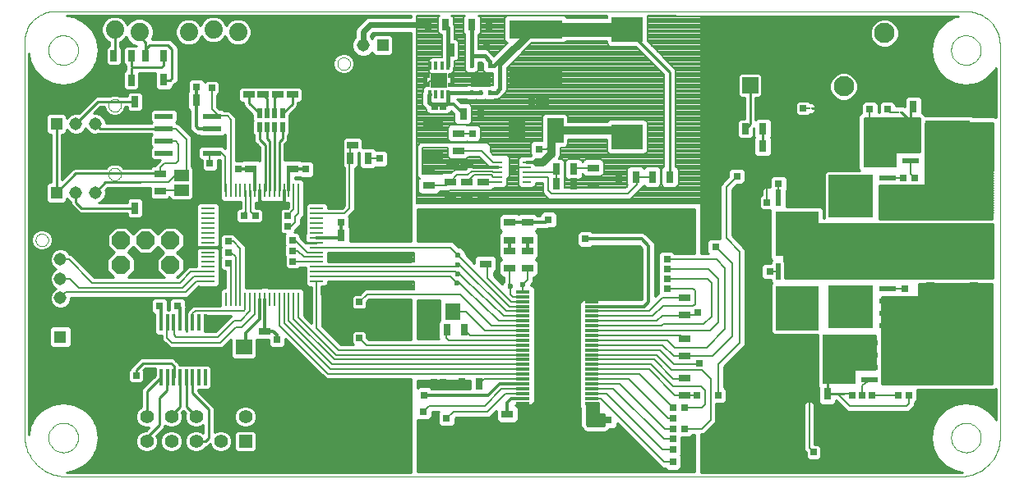
<source format=gtl>
G75*
G70*
%OFA0B0*%
%FSLAX24Y24*%
%IPPOS*%
%LPD*%
%AMOC8*
5,1,8,0,0,1.08239X$1,22.5*
%
%ADD10C,0.0000*%
%ADD11R,0.0315X0.0472*%
%ADD12C,0.0740*%
%ADD13R,0.0472X0.0315*%
%ADD14R,0.0630X0.0709*%
%ADD15R,0.0709X0.0630*%
%ADD16R,0.0197X0.0394*%
%ADD17R,0.0780X0.0220*%
%ADD18R,0.0630X0.0460*%
%ADD19C,0.0650*%
%ADD20R,0.0650X0.0650*%
%ADD21R,0.1380X0.2000*%
%ADD22R,0.0650X0.0236*%
%ADD23R,0.1811X0.1772*%
%ADD24R,0.0397X0.0397*%
%ADD25R,0.0236X0.0650*%
%ADD26R,0.1772X0.1811*%
%ADD27R,0.0140X0.0660*%
%ADD28C,0.0236*%
%ADD29R,0.0551X0.0118*%
%ADD30R,0.1370X0.1740*%
%ADD31R,0.0100X0.0100*%
%ADD32R,0.0140X0.0330*%
%ADD33R,0.0690X0.0590*%
%ADD34C,0.0300*%
%ADD35R,0.0315X0.0157*%
%ADD36R,0.0330X0.0110*%
%ADD37R,0.0140X0.0240*%
%ADD38R,0.0830X0.0630*%
%ADD39R,0.0787X0.0472*%
%ADD40R,0.0669X0.0984*%
%ADD41R,0.1260X0.1024*%
%ADD42R,0.2165X0.0728*%
%ADD43C,0.0515*%
%ADD44R,0.0515X0.0515*%
%ADD45R,0.0827X0.0827*%
%ADD46C,0.0827*%
%ADD47R,0.0580X0.0110*%
%ADD48R,0.0110X0.0580*%
%ADD49OC8,0.0740*%
%ADD50R,0.0554X0.0554*%
%ADD51C,0.0554*%
%ADD52C,0.0100*%
%ADD53R,0.0277X0.0277*%
%ADD54C,0.0120*%
%ADD55C,0.0080*%
%ADD56C,0.0160*%
%ADD57C,0.0240*%
%ADD58C,0.0320*%
%ADD59C,0.0560*%
D10*
X001820Y000150D02*
X038130Y000150D01*
X038208Y000152D01*
X038286Y000158D01*
X038363Y000167D01*
X038440Y000180D01*
X038516Y000198D01*
X038591Y000218D01*
X038665Y000243D01*
X038737Y000271D01*
X038809Y000302D01*
X038878Y000337D01*
X038946Y000376D01*
X039012Y000417D01*
X039075Y000462D01*
X039137Y000510D01*
X039196Y000561D01*
X039252Y000615D01*
X039306Y000671D01*
X039357Y000730D01*
X039405Y000792D01*
X039450Y000855D01*
X039491Y000921D01*
X039530Y000989D01*
X039565Y001058D01*
X039596Y001130D01*
X039624Y001202D01*
X039649Y001276D01*
X039669Y001351D01*
X039687Y001427D01*
X039700Y001504D01*
X039709Y001581D01*
X039715Y001659D01*
X039717Y001737D01*
X039717Y017683D01*
X039715Y017754D01*
X039710Y017826D01*
X039700Y017896D01*
X039687Y017967D01*
X039671Y018036D01*
X039650Y018104D01*
X039626Y018172D01*
X039599Y018238D01*
X039568Y018302D01*
X039534Y018365D01*
X039497Y018426D01*
X039456Y018485D01*
X039413Y018541D01*
X039367Y018596D01*
X039317Y018647D01*
X039266Y018697D01*
X039211Y018743D01*
X039155Y018786D01*
X039096Y018827D01*
X039035Y018864D01*
X038972Y018898D01*
X038908Y018929D01*
X038842Y018956D01*
X038774Y018980D01*
X038706Y019001D01*
X038637Y019017D01*
X038566Y019030D01*
X038496Y019040D01*
X038424Y019045D01*
X038353Y019047D01*
X038353Y019048D02*
X001380Y019048D01*
X001311Y019046D01*
X001242Y019040D01*
X001174Y019031D01*
X001106Y019017D01*
X001039Y019000D01*
X000974Y018979D01*
X000909Y018954D01*
X000846Y018926D01*
X000785Y018895D01*
X000726Y018859D01*
X000668Y018821D01*
X000613Y018780D01*
X000560Y018735D01*
X000510Y018688D01*
X000463Y018638D01*
X000418Y018585D01*
X000377Y018530D01*
X000339Y018472D01*
X000303Y018413D01*
X000272Y018352D01*
X000244Y018289D01*
X000219Y018224D01*
X000198Y018159D01*
X000181Y018092D01*
X000167Y018024D01*
X000158Y017956D01*
X000152Y017887D01*
X000150Y017818D01*
X000150Y001820D01*
X001125Y001725D02*
X001127Y001774D01*
X001133Y001822D01*
X001143Y001870D01*
X001157Y001917D01*
X001174Y001963D01*
X001195Y002007D01*
X001220Y002049D01*
X001248Y002089D01*
X001280Y002127D01*
X001314Y002162D01*
X001351Y002194D01*
X001390Y002223D01*
X001432Y002249D01*
X001476Y002271D01*
X001521Y002289D01*
X001568Y002304D01*
X001615Y002315D01*
X001664Y002322D01*
X001713Y002325D01*
X001762Y002324D01*
X001810Y002319D01*
X001859Y002310D01*
X001906Y002297D01*
X001952Y002280D01*
X001996Y002260D01*
X002039Y002236D01*
X002080Y002209D01*
X002118Y002178D01*
X002154Y002145D01*
X002186Y002109D01*
X002216Y002070D01*
X002243Y002029D01*
X002266Y001985D01*
X002285Y001940D01*
X002301Y001894D01*
X002313Y001847D01*
X002321Y001798D01*
X002325Y001749D01*
X002325Y001701D01*
X002321Y001652D01*
X002313Y001603D01*
X002301Y001556D01*
X002285Y001510D01*
X002266Y001465D01*
X002243Y001421D01*
X002216Y001380D01*
X002186Y001341D01*
X002154Y001305D01*
X002118Y001272D01*
X002080Y001241D01*
X002039Y001214D01*
X001996Y001190D01*
X001952Y001170D01*
X001906Y001153D01*
X001859Y001140D01*
X001810Y001131D01*
X001762Y001126D01*
X001713Y001125D01*
X001664Y001128D01*
X001615Y001135D01*
X001568Y001146D01*
X001521Y001161D01*
X001476Y001179D01*
X001432Y001201D01*
X001390Y001227D01*
X001351Y001256D01*
X001314Y001288D01*
X001280Y001323D01*
X001248Y001361D01*
X001220Y001401D01*
X001195Y001443D01*
X001174Y001487D01*
X001157Y001533D01*
X001143Y001580D01*
X001133Y001628D01*
X001127Y001676D01*
X001125Y001725D01*
X000150Y001820D02*
X000152Y001738D01*
X000158Y001656D01*
X000168Y001575D01*
X000182Y001494D01*
X000200Y001414D01*
X000222Y001335D01*
X000248Y001257D01*
X000277Y001181D01*
X000310Y001106D01*
X000347Y001033D01*
X000388Y000961D01*
X000431Y000892D01*
X000479Y000825D01*
X000529Y000761D01*
X000583Y000698D01*
X000639Y000639D01*
X000698Y000583D01*
X000761Y000529D01*
X000825Y000479D01*
X000892Y000431D01*
X000961Y000388D01*
X001033Y000347D01*
X001106Y000310D01*
X001181Y000277D01*
X001257Y000248D01*
X001335Y000222D01*
X001414Y000200D01*
X001494Y000182D01*
X001575Y000168D01*
X001656Y000158D01*
X001738Y000152D01*
X001820Y000150D01*
X000603Y009756D02*
X000605Y009787D01*
X000611Y009818D01*
X000620Y009848D01*
X000633Y009877D01*
X000650Y009904D01*
X000670Y009928D01*
X000692Y009950D01*
X000718Y009969D01*
X000745Y009985D01*
X000774Y009997D01*
X000804Y010006D01*
X000835Y010011D01*
X000867Y010012D01*
X000898Y010009D01*
X000929Y010002D01*
X000959Y009992D01*
X000987Y009978D01*
X001013Y009960D01*
X001037Y009940D01*
X001058Y009916D01*
X001077Y009891D01*
X001092Y009863D01*
X001103Y009834D01*
X001111Y009803D01*
X001115Y009772D01*
X001115Y009740D01*
X001111Y009709D01*
X001103Y009678D01*
X001092Y009649D01*
X001077Y009621D01*
X001058Y009596D01*
X001037Y009572D01*
X001013Y009552D01*
X000987Y009534D01*
X000959Y009520D01*
X000929Y009510D01*
X000898Y009503D01*
X000867Y009500D01*
X000835Y009501D01*
X000804Y009506D01*
X000774Y009515D01*
X000745Y009527D01*
X000718Y009543D01*
X000692Y009562D01*
X000670Y009584D01*
X000650Y009608D01*
X000633Y009635D01*
X000620Y009664D01*
X000611Y009694D01*
X000605Y009725D01*
X000603Y009756D01*
X003555Y012433D02*
X003557Y012464D01*
X003563Y012495D01*
X003572Y012525D01*
X003585Y012554D01*
X003602Y012581D01*
X003622Y012605D01*
X003644Y012627D01*
X003670Y012646D01*
X003697Y012662D01*
X003726Y012674D01*
X003756Y012683D01*
X003787Y012688D01*
X003819Y012689D01*
X003850Y012686D01*
X003881Y012679D01*
X003911Y012669D01*
X003939Y012655D01*
X003965Y012637D01*
X003989Y012617D01*
X004010Y012593D01*
X004029Y012568D01*
X004044Y012540D01*
X004055Y012511D01*
X004063Y012480D01*
X004067Y012449D01*
X004067Y012417D01*
X004063Y012386D01*
X004055Y012355D01*
X004044Y012326D01*
X004029Y012298D01*
X004010Y012273D01*
X003989Y012249D01*
X003965Y012229D01*
X003939Y012211D01*
X003911Y012197D01*
X003881Y012187D01*
X003850Y012180D01*
X003819Y012177D01*
X003787Y012178D01*
X003756Y012183D01*
X003726Y012192D01*
X003697Y012204D01*
X003670Y012220D01*
X003644Y012239D01*
X003622Y012261D01*
X003602Y012285D01*
X003585Y012312D01*
X003572Y012341D01*
X003563Y012371D01*
X003557Y012402D01*
X003555Y012433D01*
X003555Y015229D02*
X003557Y015260D01*
X003563Y015291D01*
X003572Y015321D01*
X003585Y015350D01*
X003602Y015377D01*
X003622Y015401D01*
X003644Y015423D01*
X003670Y015442D01*
X003697Y015458D01*
X003726Y015470D01*
X003756Y015479D01*
X003787Y015484D01*
X003819Y015485D01*
X003850Y015482D01*
X003881Y015475D01*
X003911Y015465D01*
X003939Y015451D01*
X003965Y015433D01*
X003989Y015413D01*
X004010Y015389D01*
X004029Y015364D01*
X004044Y015336D01*
X004055Y015307D01*
X004063Y015276D01*
X004067Y015245D01*
X004067Y015213D01*
X004063Y015182D01*
X004055Y015151D01*
X004044Y015122D01*
X004029Y015094D01*
X004010Y015069D01*
X003989Y015045D01*
X003965Y015025D01*
X003939Y015007D01*
X003911Y014993D01*
X003881Y014983D01*
X003850Y014976D01*
X003819Y014973D01*
X003787Y014974D01*
X003756Y014979D01*
X003726Y014988D01*
X003697Y015000D01*
X003670Y015016D01*
X003644Y015035D01*
X003622Y015057D01*
X003602Y015081D01*
X003585Y015108D01*
X003572Y015137D01*
X003563Y015167D01*
X003557Y015198D01*
X003555Y015229D01*
X001125Y017473D02*
X001127Y017522D01*
X001133Y017570D01*
X001143Y017618D01*
X001157Y017665D01*
X001174Y017711D01*
X001195Y017755D01*
X001220Y017797D01*
X001248Y017837D01*
X001280Y017875D01*
X001314Y017910D01*
X001351Y017942D01*
X001390Y017971D01*
X001432Y017997D01*
X001476Y018019D01*
X001521Y018037D01*
X001568Y018052D01*
X001615Y018063D01*
X001664Y018070D01*
X001713Y018073D01*
X001762Y018072D01*
X001810Y018067D01*
X001859Y018058D01*
X001906Y018045D01*
X001952Y018028D01*
X001996Y018008D01*
X002039Y017984D01*
X002080Y017957D01*
X002118Y017926D01*
X002154Y017893D01*
X002186Y017857D01*
X002216Y017818D01*
X002243Y017777D01*
X002266Y017733D01*
X002285Y017688D01*
X002301Y017642D01*
X002313Y017595D01*
X002321Y017546D01*
X002325Y017497D01*
X002325Y017449D01*
X002321Y017400D01*
X002313Y017351D01*
X002301Y017304D01*
X002285Y017258D01*
X002266Y017213D01*
X002243Y017169D01*
X002216Y017128D01*
X002186Y017089D01*
X002154Y017053D01*
X002118Y017020D01*
X002080Y016989D01*
X002039Y016962D01*
X001996Y016938D01*
X001952Y016918D01*
X001906Y016901D01*
X001859Y016888D01*
X001810Y016879D01*
X001762Y016874D01*
X001713Y016873D01*
X001664Y016876D01*
X001615Y016883D01*
X001568Y016894D01*
X001521Y016909D01*
X001476Y016927D01*
X001432Y016949D01*
X001390Y016975D01*
X001351Y017004D01*
X001314Y017036D01*
X001280Y017071D01*
X001248Y017109D01*
X001220Y017149D01*
X001195Y017191D01*
X001174Y017235D01*
X001157Y017281D01*
X001143Y017328D01*
X001133Y017376D01*
X001127Y017424D01*
X001125Y017473D01*
X012847Y016922D02*
X012849Y016953D01*
X012855Y016984D01*
X012864Y017014D01*
X012877Y017043D01*
X012894Y017070D01*
X012914Y017094D01*
X012936Y017116D01*
X012962Y017135D01*
X012989Y017151D01*
X013018Y017163D01*
X013048Y017172D01*
X013079Y017177D01*
X013111Y017178D01*
X013142Y017175D01*
X013173Y017168D01*
X013203Y017158D01*
X013231Y017144D01*
X013257Y017126D01*
X013281Y017106D01*
X013302Y017082D01*
X013321Y017057D01*
X013336Y017029D01*
X013347Y017000D01*
X013355Y016969D01*
X013359Y016938D01*
X013359Y016906D01*
X013355Y016875D01*
X013347Y016844D01*
X013336Y016815D01*
X013321Y016787D01*
X013302Y016762D01*
X013281Y016738D01*
X013257Y016718D01*
X013231Y016700D01*
X013203Y016686D01*
X013173Y016676D01*
X013142Y016669D01*
X013111Y016666D01*
X013079Y016667D01*
X013048Y016672D01*
X013018Y016681D01*
X012989Y016693D01*
X012962Y016709D01*
X012936Y016728D01*
X012914Y016750D01*
X012894Y016774D01*
X012877Y016801D01*
X012864Y016830D01*
X012855Y016860D01*
X012849Y016891D01*
X012847Y016922D01*
X037739Y017473D02*
X037741Y017522D01*
X037747Y017570D01*
X037757Y017618D01*
X037771Y017665D01*
X037788Y017711D01*
X037809Y017755D01*
X037834Y017797D01*
X037862Y017837D01*
X037894Y017875D01*
X037928Y017910D01*
X037965Y017942D01*
X038004Y017971D01*
X038046Y017997D01*
X038090Y018019D01*
X038135Y018037D01*
X038182Y018052D01*
X038229Y018063D01*
X038278Y018070D01*
X038327Y018073D01*
X038376Y018072D01*
X038424Y018067D01*
X038473Y018058D01*
X038520Y018045D01*
X038566Y018028D01*
X038610Y018008D01*
X038653Y017984D01*
X038694Y017957D01*
X038732Y017926D01*
X038768Y017893D01*
X038800Y017857D01*
X038830Y017818D01*
X038857Y017777D01*
X038880Y017733D01*
X038899Y017688D01*
X038915Y017642D01*
X038927Y017595D01*
X038935Y017546D01*
X038939Y017497D01*
X038939Y017449D01*
X038935Y017400D01*
X038927Y017351D01*
X038915Y017304D01*
X038899Y017258D01*
X038880Y017213D01*
X038857Y017169D01*
X038830Y017128D01*
X038800Y017089D01*
X038768Y017053D01*
X038732Y017020D01*
X038694Y016989D01*
X038653Y016962D01*
X038610Y016938D01*
X038566Y016918D01*
X038520Y016901D01*
X038473Y016888D01*
X038424Y016879D01*
X038376Y016874D01*
X038327Y016873D01*
X038278Y016876D01*
X038229Y016883D01*
X038182Y016894D01*
X038135Y016909D01*
X038090Y016927D01*
X038046Y016949D01*
X038004Y016975D01*
X037965Y017004D01*
X037928Y017036D01*
X037894Y017071D01*
X037862Y017109D01*
X037834Y017149D01*
X037809Y017191D01*
X037788Y017235D01*
X037771Y017281D01*
X037757Y017328D01*
X037747Y017376D01*
X037741Y017424D01*
X037739Y017473D01*
X037739Y001725D02*
X037741Y001774D01*
X037747Y001822D01*
X037757Y001870D01*
X037771Y001917D01*
X037788Y001963D01*
X037809Y002007D01*
X037834Y002049D01*
X037862Y002089D01*
X037894Y002127D01*
X037928Y002162D01*
X037965Y002194D01*
X038004Y002223D01*
X038046Y002249D01*
X038090Y002271D01*
X038135Y002289D01*
X038182Y002304D01*
X038229Y002315D01*
X038278Y002322D01*
X038327Y002325D01*
X038376Y002324D01*
X038424Y002319D01*
X038473Y002310D01*
X038520Y002297D01*
X038566Y002280D01*
X038610Y002260D01*
X038653Y002236D01*
X038694Y002209D01*
X038732Y002178D01*
X038768Y002145D01*
X038800Y002109D01*
X038830Y002070D01*
X038857Y002029D01*
X038880Y001985D01*
X038899Y001940D01*
X038915Y001894D01*
X038927Y001847D01*
X038935Y001798D01*
X038939Y001749D01*
X038939Y001701D01*
X038935Y001652D01*
X038927Y001603D01*
X038915Y001556D01*
X038899Y001510D01*
X038880Y001465D01*
X038857Y001421D01*
X038830Y001380D01*
X038800Y001341D01*
X038768Y001305D01*
X038732Y001272D01*
X038694Y001241D01*
X038653Y001214D01*
X038610Y001190D01*
X038566Y001170D01*
X038520Y001153D01*
X038473Y001140D01*
X038424Y001131D01*
X038376Y001126D01*
X038327Y001125D01*
X038278Y001128D01*
X038229Y001135D01*
X038182Y001146D01*
X038135Y001161D01*
X038090Y001179D01*
X038046Y001201D01*
X038004Y001227D01*
X037965Y001256D01*
X037928Y001288D01*
X037894Y001323D01*
X037862Y001361D01*
X037834Y001401D01*
X037809Y001443D01*
X037788Y001487D01*
X037771Y001533D01*
X037757Y001580D01*
X037747Y001628D01*
X037741Y001676D01*
X037739Y001725D01*
D11*
X032713Y003496D03*
X032004Y003496D03*
X018603Y003918D03*
X017894Y003918D03*
X018000Y006103D03*
X017292Y006103D03*
X013705Y009930D03*
X012996Y009930D03*
X013374Y013075D03*
X014083Y013075D03*
X017945Y014874D03*
X018654Y014874D03*
X021725Y012630D03*
X021725Y012040D03*
X022433Y012040D03*
X022433Y012630D03*
X024244Y012315D03*
X024953Y012315D03*
X025622Y012315D03*
X026331Y012315D03*
X029390Y013567D03*
X030099Y013567D03*
X030095Y014276D03*
X029386Y014276D03*
X036205Y015189D03*
X036914Y015189D03*
X019008Y018496D03*
X018300Y018496D03*
X017237Y018496D03*
X016528Y018496D03*
X007111Y015441D03*
X006402Y015441D03*
X005347Y015386D03*
X004638Y015386D03*
X004481Y016260D03*
X005099Y016268D03*
X005807Y016268D03*
X005780Y017237D03*
X005071Y017237D03*
X004481Y017237D03*
X003772Y017237D03*
X003772Y016260D03*
X004638Y011056D03*
X005347Y011056D03*
D12*
X004815Y018210D03*
X005815Y018310D03*
X006815Y018210D03*
X007815Y018310D03*
X008815Y018210D03*
X003815Y018310D03*
D13*
X009244Y016370D03*
X009835Y016370D03*
X010426Y016370D03*
X011016Y016370D03*
X011016Y015662D03*
X010426Y015662D03*
X009835Y015662D03*
X009244Y015662D03*
X009339Y013367D03*
X009339Y012658D03*
X011036Y012658D03*
X011036Y013367D03*
X013469Y013622D03*
X013469Y014331D03*
X016567Y012670D03*
X017433Y012119D03*
X018103Y012119D03*
X018772Y012119D03*
X018772Y011410D03*
X018103Y011410D03*
X017433Y011410D03*
X016567Y011961D03*
X017748Y013378D03*
X017748Y014087D03*
X023221Y012693D03*
X023221Y011985D03*
X020544Y010465D03*
X019835Y010465D03*
X019835Y009756D03*
X019835Y009323D03*
X020544Y009323D03*
X020544Y009756D03*
X018851Y009500D03*
X018851Y008792D03*
X019835Y008615D03*
X020544Y008615D03*
X026922Y007414D03*
X026922Y006705D03*
X026922Y005760D03*
X026922Y005052D03*
X026922Y004158D03*
X026922Y003449D03*
X023733Y002433D03*
X023181Y002433D03*
X023181Y001725D03*
X023733Y001725D03*
X019737Y001977D03*
X019737Y002685D03*
X009894Y005351D03*
X009894Y006059D03*
X005650Y011744D03*
X005650Y012453D03*
D14*
X015398Y010662D03*
X016500Y010662D03*
X016414Y006859D03*
X017516Y006859D03*
X026890Y010662D03*
X027993Y010662D03*
D15*
X009052Y005402D03*
X009052Y004300D03*
D16*
X009678Y014343D03*
X009993Y014343D03*
X010307Y014343D03*
X010622Y014343D03*
X010622Y014894D03*
X010307Y014894D03*
X009993Y014894D03*
X009678Y014894D03*
D17*
X007750Y014786D03*
X007750Y014286D03*
X007750Y013786D03*
X007750Y013286D03*
X005810Y013286D03*
X005810Y013786D03*
X005810Y014286D03*
X005810Y014786D03*
D18*
X006520Y012383D03*
X006520Y011783D03*
D19*
X029580Y018037D03*
D20*
X029580Y016037D03*
D21*
X033231Y013721D03*
X034861Y013721D03*
X033208Y004902D03*
X031578Y004902D03*
D22*
X034418Y005085D03*
X034418Y004585D03*
X034418Y004085D03*
X034418Y005585D03*
X035170Y006290D03*
X035170Y006790D03*
X035170Y007290D03*
X035170Y007790D03*
X035170Y010778D03*
X035170Y011278D03*
X035170Y011778D03*
X035170Y012278D03*
X036083Y012983D03*
X036083Y013483D03*
X036083Y013983D03*
X036083Y014483D03*
D23*
X037579Y013733D03*
X033674Y011528D03*
X033674Y007040D03*
X035914Y004835D03*
D24*
X035961Y004835D03*
X035461Y004835D03*
X035461Y004335D03*
X035961Y004335D03*
X036461Y004335D03*
X036461Y004835D03*
X036461Y005335D03*
X035961Y005335D03*
X035461Y005335D03*
X034126Y006540D03*
X033626Y006540D03*
X033126Y006540D03*
X033126Y007040D03*
X033126Y007540D03*
X033626Y007540D03*
X034126Y007540D03*
X034126Y007040D03*
X033626Y007040D03*
X031981Y006933D03*
X031481Y006933D03*
X030981Y006933D03*
X030981Y006433D03*
X031481Y006433D03*
X031981Y006433D03*
X031981Y007433D03*
X031481Y007433D03*
X030981Y007433D03*
X030981Y009449D03*
X031481Y009449D03*
X031981Y009449D03*
X031981Y009949D03*
X031481Y009949D03*
X030981Y009949D03*
X030981Y010449D03*
X031481Y010449D03*
X031981Y010449D03*
X033126Y011028D03*
X033126Y011528D03*
X033626Y011528D03*
X034126Y011528D03*
X034126Y011028D03*
X033626Y011028D03*
X033626Y012028D03*
X034126Y012028D03*
X033126Y012028D03*
X037126Y013233D03*
X037126Y013733D03*
X037626Y013733D03*
X038126Y013733D03*
X038126Y013233D03*
X037626Y013233D03*
X037626Y014233D03*
X038126Y014233D03*
X037126Y014233D03*
D25*
X032231Y011493D03*
X031731Y011493D03*
X031231Y011493D03*
X030731Y011493D03*
X030731Y008477D03*
X031231Y008477D03*
X031731Y008477D03*
X032231Y008477D03*
D26*
X031481Y006981D03*
X031481Y009996D03*
D27*
X007487Y006406D03*
X007227Y006406D03*
X006967Y006406D03*
X006717Y006406D03*
X006457Y006406D03*
X006207Y006406D03*
X005947Y006406D03*
X005687Y006406D03*
X005687Y004186D03*
X005947Y004186D03*
X006207Y004186D03*
X006457Y004186D03*
X006717Y004186D03*
X006967Y004186D03*
X007227Y004186D03*
X007487Y004186D03*
D28*
X017709Y008004D03*
X017717Y008378D03*
X017717Y008760D03*
X017721Y009154D03*
X019859Y007886D03*
X020355Y007957D03*
D29*
X020367Y007650D03*
X020367Y007453D03*
X020367Y007256D03*
X020367Y007059D03*
X020367Y006863D03*
X020367Y006666D03*
X020367Y006469D03*
X020367Y006272D03*
X020367Y006075D03*
X020367Y005878D03*
X020367Y005681D03*
X020367Y005485D03*
X020367Y005288D03*
X020367Y005091D03*
X020367Y004894D03*
X020367Y004697D03*
X020367Y004500D03*
X020367Y004304D03*
X020367Y004107D03*
X020367Y003910D03*
X020367Y003713D03*
X020367Y003516D03*
X020367Y003319D03*
X020367Y003122D03*
X023162Y003122D03*
X023162Y003319D03*
X023162Y003516D03*
X023162Y003713D03*
X023162Y003910D03*
X023162Y004107D03*
X023162Y004304D03*
X023162Y004500D03*
X023162Y004697D03*
X023162Y004894D03*
X023162Y005091D03*
X023162Y005288D03*
X023162Y005485D03*
X023162Y005681D03*
X023162Y005878D03*
X023162Y006075D03*
X023162Y006272D03*
X023162Y006469D03*
X023162Y006666D03*
X023162Y006863D03*
X023162Y007059D03*
X023162Y007256D03*
X023162Y007453D03*
X023162Y007650D03*
D30*
X021764Y005386D03*
D31*
X031981Y003059D03*
X031981Y002981D03*
X033378Y003496D03*
X033457Y003496D03*
X030268Y011705D03*
X030268Y011784D03*
X035607Y014953D03*
X035685Y014953D03*
X032079Y015111D03*
X032000Y015111D03*
D32*
X017341Y015672D03*
X017091Y015672D03*
X016831Y015672D03*
X016581Y015672D03*
X016581Y016832D03*
X016831Y016832D03*
X017091Y016832D03*
X017341Y016832D03*
D33*
X016961Y016252D03*
D34*
X016801Y016252D03*
X017121Y016252D03*
D35*
X017453Y016079D03*
X017453Y016426D03*
X016469Y016426D03*
X016469Y016079D03*
D36*
X019373Y012902D03*
X019373Y012712D03*
X019373Y012512D03*
X019373Y012312D03*
X019373Y012122D03*
X020533Y012122D03*
X020533Y012312D03*
X020533Y012512D03*
X020533Y012712D03*
X020533Y012902D03*
D37*
X019024Y015742D03*
X018654Y015742D03*
X018284Y015742D03*
X018284Y016842D03*
X018654Y016842D03*
X019024Y016842D03*
D38*
X018654Y016292D03*
D39*
X016725Y014481D03*
X016725Y013221D03*
D40*
X020111Y014205D03*
X021685Y014205D03*
D41*
X024599Y013949D03*
X024599Y018319D03*
D42*
X020898Y018319D03*
X020898Y016311D03*
D43*
X013890Y017670D03*
X003024Y014481D03*
X002237Y014481D03*
X002237Y011685D03*
X003024Y011685D03*
X001607Y008969D03*
X001607Y008181D03*
X001607Y007394D03*
X001607Y006607D03*
D44*
X001607Y005819D03*
X001449Y011685D03*
X001449Y014481D03*
X014678Y017670D03*
D45*
X033378Y018162D03*
X038674Y010957D03*
D46*
X036902Y010957D03*
X036902Y009304D03*
X038674Y009304D03*
X038674Y007650D03*
X036902Y007650D03*
X035032Y015996D03*
X033378Y015996D03*
X035032Y018162D03*
D47*
X012006Y011039D03*
X012006Y010839D03*
X012006Y010639D03*
X012006Y010449D03*
X012006Y010249D03*
X012006Y010049D03*
X012006Y009859D03*
X012006Y009659D03*
X012006Y009459D03*
X012006Y009259D03*
X012006Y009069D03*
X012006Y008869D03*
X012006Y008669D03*
X012006Y008479D03*
X012006Y008279D03*
X012006Y008079D03*
X007586Y008079D03*
X007586Y008279D03*
X007586Y008479D03*
X007586Y008669D03*
X007586Y008869D03*
X007586Y009069D03*
X007586Y009259D03*
X007586Y009459D03*
X007586Y009659D03*
X007586Y009859D03*
X007586Y010049D03*
X007586Y010249D03*
X007586Y010449D03*
X007586Y010639D03*
X007586Y010839D03*
X007586Y011039D03*
D48*
X008316Y011769D03*
X008516Y011769D03*
X008716Y011769D03*
X008906Y011769D03*
X009106Y011769D03*
X009306Y011769D03*
X009496Y011769D03*
X009696Y011769D03*
X009896Y011769D03*
X010096Y011769D03*
X010286Y011769D03*
X010486Y011769D03*
X010686Y011769D03*
X010876Y011769D03*
X011076Y011769D03*
X011276Y011769D03*
X011276Y007349D03*
X011076Y007349D03*
X010876Y007349D03*
X010686Y007349D03*
X010486Y007349D03*
X010286Y007349D03*
X010096Y007349D03*
X009896Y007349D03*
X009696Y007349D03*
X009496Y007349D03*
X009306Y007349D03*
X009106Y007349D03*
X008906Y007349D03*
X008716Y007349D03*
X008516Y007349D03*
X008316Y007349D03*
D49*
X006071Y008744D03*
X005071Y008744D03*
X004071Y008744D03*
X004071Y009744D03*
X005071Y009744D03*
X006071Y009744D03*
D50*
X009119Y001579D03*
D51*
X008119Y001579D03*
X007119Y001579D03*
X006119Y001579D03*
X005119Y001579D03*
X005119Y002579D03*
X006119Y002579D03*
X007119Y002579D03*
X008119Y002579D03*
X009119Y002579D03*
D52*
X009535Y002416D02*
X015819Y002416D01*
X015819Y002514D02*
X009566Y002514D01*
X009566Y002490D02*
X009498Y002326D01*
X009372Y002200D01*
X009207Y002132D01*
X009030Y002132D01*
X008865Y002200D01*
X008739Y002326D01*
X008671Y002490D01*
X008671Y002668D01*
X008739Y002832D01*
X008865Y002958D01*
X009030Y003026D01*
X009207Y003026D01*
X009372Y002958D01*
X009498Y002832D01*
X009566Y002668D01*
X009566Y002490D01*
X009566Y002613D02*
X015819Y002613D01*
X015819Y002711D02*
X009548Y002711D01*
X009507Y002810D02*
X015819Y002810D01*
X015819Y002908D02*
X009422Y002908D01*
X009255Y003007D02*
X015819Y003007D01*
X015819Y003105D02*
X007703Y003105D01*
X007801Y003007D02*
X008982Y003007D01*
X008815Y002908D02*
X007850Y002908D01*
X007850Y002958D02*
X007181Y003627D01*
X007181Y003686D01*
X007627Y003686D01*
X007727Y003785D01*
X007727Y004586D01*
X007627Y004686D01*
X006433Y004686D01*
X006433Y004729D01*
X006304Y004858D01*
X006186Y004976D01*
X004862Y004976D01*
X004733Y004847D01*
X004458Y004572D01*
X004458Y004542D01*
X004369Y004454D01*
X004369Y004035D01*
X004468Y003936D01*
X004887Y003936D01*
X004986Y004035D01*
X004986Y004454D01*
X004974Y004466D01*
X005044Y004536D01*
X005447Y004536D01*
X005447Y004257D01*
X004899Y003708D01*
X004899Y003526D01*
X004899Y002972D01*
X004865Y002958D01*
X004739Y002832D01*
X004671Y002668D01*
X004671Y002490D01*
X004739Y002326D01*
X004865Y002200D01*
X005030Y002132D01*
X005207Y002132D01*
X005101Y002026D01*
X005030Y002026D01*
X004865Y001958D01*
X004739Y001832D01*
X004671Y001668D01*
X004671Y001490D01*
X004739Y001326D01*
X004865Y001200D01*
X005030Y001132D01*
X005207Y001132D01*
X005372Y001200D01*
X005498Y001326D01*
X005566Y001490D01*
X005566Y001668D01*
X005507Y001810D01*
X005714Y002017D01*
X005842Y002145D01*
X005842Y002223D01*
X005865Y002200D01*
X006030Y002132D01*
X006207Y002132D01*
X006372Y002200D01*
X006498Y002326D01*
X006566Y002490D01*
X006566Y002668D01*
X006530Y002754D01*
X006540Y002765D01*
X006581Y002805D01*
X006685Y002701D01*
X006671Y002668D01*
X006671Y002490D01*
X006739Y002326D01*
X006865Y002200D01*
X007030Y002132D01*
X007207Y002132D01*
X007372Y002200D01*
X007410Y002239D01*
X007410Y001920D01*
X007372Y001958D01*
X007207Y002026D01*
X007030Y002026D01*
X006865Y001958D01*
X006739Y001832D01*
X006671Y001668D01*
X006671Y001490D01*
X006739Y001326D01*
X006865Y001200D01*
X007030Y001132D01*
X007207Y001132D01*
X007372Y001200D01*
X007498Y001326D01*
X007511Y001359D01*
X007576Y001359D01*
X007682Y001465D01*
X007739Y001326D01*
X007865Y001200D01*
X008030Y001132D01*
X008207Y001132D01*
X008372Y001200D01*
X008498Y001326D01*
X008566Y001490D01*
X008566Y001668D01*
X008498Y001832D01*
X008372Y001958D01*
X008207Y002026D01*
X008030Y002026D01*
X007865Y001958D01*
X007850Y001943D01*
X007850Y002958D01*
X007850Y002810D02*
X008730Y002810D01*
X008689Y002711D02*
X007850Y002711D01*
X007850Y002613D02*
X008671Y002613D01*
X008671Y002514D02*
X007850Y002514D01*
X007850Y002416D02*
X008702Y002416D01*
X008748Y002317D02*
X007850Y002317D01*
X007850Y002219D02*
X008847Y002219D01*
X008771Y002026D02*
X008671Y001927D01*
X008671Y001232D01*
X008771Y001132D01*
X009466Y001132D01*
X009566Y001232D01*
X009566Y001927D01*
X009466Y002026D01*
X008771Y002026D01*
X008766Y002022D02*
X008219Y002022D01*
X008018Y002022D02*
X007850Y002022D01*
X007850Y002120D02*
X015819Y002120D01*
X015819Y002022D02*
X009471Y002022D01*
X009566Y001923D02*
X015819Y001923D01*
X015819Y001825D02*
X009566Y001825D01*
X009566Y001726D02*
X015819Y001726D01*
X015819Y001628D02*
X009566Y001628D01*
X009566Y001529D02*
X015819Y001529D01*
X015819Y001431D02*
X009566Y001431D01*
X009566Y001332D02*
X015819Y001332D01*
X015819Y001234D02*
X009566Y001234D01*
X009469Y001135D02*
X015819Y001135D01*
X015819Y001037D02*
X002954Y001037D01*
X003004Y001135D02*
X005022Y001135D01*
X005215Y001135D02*
X006022Y001135D01*
X006030Y001132D02*
X006207Y001132D01*
X006372Y001200D01*
X006498Y001326D01*
X006566Y001490D01*
X006566Y001668D01*
X006498Y001832D01*
X006372Y001958D01*
X006207Y002026D01*
X006030Y002026D01*
X005865Y001958D01*
X005739Y001832D01*
X005671Y001668D01*
X005671Y001490D01*
X005739Y001326D01*
X005865Y001200D01*
X006030Y001132D01*
X006215Y001135D02*
X007022Y001135D01*
X007215Y001135D02*
X008022Y001135D01*
X008215Y001135D02*
X008768Y001135D01*
X008671Y001234D02*
X008405Y001234D01*
X008500Y001332D02*
X008671Y001332D01*
X008671Y001431D02*
X008541Y001431D01*
X008566Y001529D02*
X008671Y001529D01*
X008671Y001628D02*
X008566Y001628D01*
X008542Y001726D02*
X008671Y001726D01*
X008671Y001825D02*
X008501Y001825D01*
X008407Y001923D02*
X008671Y001923D01*
X009390Y002219D02*
X015819Y002219D01*
X015819Y002317D02*
X009489Y002317D01*
X007630Y002867D02*
X007630Y001725D01*
X007485Y001579D01*
X007119Y001579D01*
X006696Y001431D02*
X006541Y001431D01*
X006566Y001529D02*
X006671Y001529D01*
X006671Y001628D02*
X006566Y001628D01*
X006542Y001726D02*
X006695Y001726D01*
X006736Y001825D02*
X006501Y001825D01*
X006407Y001923D02*
X006830Y001923D01*
X007018Y002022D02*
X006219Y002022D01*
X006018Y002022D02*
X005718Y002022D01*
X005817Y002120D02*
X007410Y002120D01*
X007410Y002022D02*
X007219Y002022D01*
X007407Y001923D02*
X007410Y001923D01*
X007390Y002219D02*
X007410Y002219D01*
X007119Y002579D02*
X006717Y002981D01*
X006717Y004186D01*
X006961Y004180D02*
X006967Y004186D01*
X006961Y004180D02*
X006961Y003536D01*
X007630Y002867D01*
X007604Y003204D02*
X015819Y003204D01*
X015819Y003302D02*
X007506Y003302D01*
X007407Y003401D02*
X015819Y003401D01*
X015819Y003499D02*
X007309Y003499D01*
X007210Y003598D02*
X015819Y003598D01*
X015819Y003696D02*
X007638Y003696D01*
X007727Y003795D02*
X015819Y003795D01*
X015819Y003893D02*
X007727Y003893D01*
X007727Y003992D02*
X015819Y003992D01*
X015819Y004090D02*
X007727Y004090D01*
X007727Y004189D02*
X012283Y004189D01*
X012378Y004094D02*
X015819Y004094D01*
X015819Y000320D01*
X001852Y000320D01*
X002165Y000370D01*
X002562Y000572D01*
X002562Y000572D01*
X002878Y000887D01*
X002878Y000887D01*
X003080Y001284D01*
X003080Y001284D01*
X003150Y001725D01*
X003080Y002165D01*
X003080Y002165D01*
X002878Y002562D01*
X002878Y002562D01*
X002562Y002878D01*
X002165Y003080D01*
X001725Y003150D01*
X001725Y003150D01*
X001284Y003080D01*
X000887Y002878D01*
X000572Y002562D01*
X000370Y002165D01*
X000320Y001852D01*
X000320Y017345D01*
X000370Y017032D01*
X000572Y016635D01*
X000887Y016320D01*
X000887Y016320D01*
X001284Y016118D01*
X001284Y016118D01*
X001725Y016048D01*
X002165Y016118D01*
X002562Y016320D01*
X002562Y016320D01*
X002878Y016635D01*
X002878Y016635D01*
X003080Y017032D01*
X003080Y017032D01*
X003150Y017473D01*
X003080Y017913D01*
X003080Y017913D01*
X002878Y018310D01*
X002878Y018310D01*
X002878Y018310D01*
X002562Y018626D01*
X002165Y018828D01*
X001852Y018878D01*
X015819Y018878D01*
X015819Y018816D01*
X014102Y018816D01*
X013984Y018768D01*
X013709Y018492D01*
X013619Y018402D01*
X013570Y018285D01*
X013570Y017997D01*
X013502Y017929D01*
X013433Y017761D01*
X013433Y017579D01*
X013502Y017411D01*
X013631Y017282D01*
X013799Y017212D01*
X013981Y017212D01*
X014149Y017282D01*
X014250Y017383D01*
X014250Y017342D01*
X014350Y017242D01*
X015005Y017242D01*
X015105Y017342D01*
X015105Y017998D01*
X015005Y018097D01*
X014350Y018097D01*
X014250Y017998D01*
X014250Y017957D01*
X014210Y017997D01*
X014210Y018088D01*
X014298Y018176D01*
X015819Y018176D01*
X014297Y018176D01*
X014330Y018077D02*
X014210Y018077D01*
X014228Y017979D02*
X014250Y017979D01*
X013607Y018373D02*
X009333Y018373D01*
X009355Y018318D02*
X009273Y018516D01*
X009121Y018668D01*
X013885Y018668D01*
X013983Y018767D02*
X008123Y018767D01*
X008121Y018768D02*
X007923Y018850D01*
X007708Y018850D01*
X007509Y018768D01*
X007358Y018616D01*
X007295Y018464D01*
X007273Y018516D01*
X007121Y018668D01*
X007409Y018668D01*
X007338Y018570D02*
X007220Y018570D01*
X007292Y018471D02*
X007297Y018471D01*
X007121Y018668D02*
X006923Y018750D01*
X006708Y018750D01*
X006509Y018668D01*
X006358Y018516D01*
X006275Y018318D01*
X006275Y018103D01*
X006358Y017904D01*
X006509Y017752D01*
X006708Y017670D01*
X006923Y017670D01*
X007121Y017752D01*
X007273Y017904D01*
X007336Y018056D01*
X007358Y018004D01*
X007509Y017852D01*
X007708Y017770D01*
X007923Y017770D01*
X008121Y017852D01*
X008273Y018004D01*
X008295Y018056D01*
X008358Y017904D01*
X008509Y017752D01*
X008708Y017670D01*
X008923Y017670D01*
X009121Y017752D01*
X009273Y017904D01*
X009355Y018103D01*
X009355Y018318D01*
X009355Y018274D02*
X013570Y018274D01*
X013570Y018176D02*
X009355Y018176D01*
X009345Y018077D02*
X013570Y018077D01*
X013552Y017979D02*
X009304Y017979D01*
X009249Y017880D02*
X013482Y017880D01*
X013441Y017782D02*
X009150Y017782D01*
X008954Y017683D02*
X013433Y017683D01*
X013433Y017585D02*
X006375Y017585D01*
X006384Y017562D02*
X006346Y017654D01*
X006118Y017882D01*
X006026Y017920D01*
X005312Y017920D01*
X005385Y018097D01*
X005385Y018324D01*
X005299Y018533D01*
X005138Y018693D01*
X004929Y018780D01*
X004702Y018780D01*
X004492Y018693D01*
X004332Y018533D01*
X004320Y018503D01*
X004273Y018616D01*
X004121Y018768D01*
X003923Y018850D01*
X003708Y018850D01*
X003509Y018768D01*
X003358Y018616D01*
X003275Y018418D01*
X003275Y018203D01*
X003358Y018004D01*
X003509Y017852D01*
X003595Y017817D01*
X003595Y017643D01*
X003544Y017643D01*
X003445Y017543D01*
X003445Y016930D01*
X003544Y016830D01*
X004000Y016830D01*
X004100Y016930D01*
X004100Y017543D01*
X004035Y017607D01*
X004035Y017817D01*
X004121Y017852D01*
X004273Y018004D01*
X004278Y018017D01*
X004332Y017887D01*
X004492Y017727D01*
X004696Y017643D01*
X004253Y017643D01*
X004153Y017543D01*
X004153Y016930D01*
X004253Y016830D01*
X004261Y016830D01*
X004261Y016666D01*
X004253Y016666D01*
X004153Y016567D01*
X004153Y015954D01*
X004253Y015854D01*
X004709Y015854D01*
X004808Y015954D01*
X004808Y016544D01*
X005450Y016544D01*
X005450Y015949D01*
X005567Y015832D01*
X006048Y015832D01*
X006165Y015949D01*
X006165Y016027D01*
X006197Y016040D01*
X006267Y016111D01*
X006346Y016189D01*
X006384Y016281D01*
X006384Y017562D01*
X006384Y017486D02*
X013471Y017486D01*
X013525Y017388D02*
X006384Y017388D01*
X006384Y017289D02*
X012877Y017289D01*
X012861Y017283D02*
X012742Y017163D01*
X012677Y017006D01*
X012677Y016837D01*
X012742Y016680D01*
X012861Y016561D01*
X013018Y016496D01*
X013187Y016496D01*
X013344Y016561D01*
X013464Y016680D01*
X013529Y016837D01*
X013529Y017006D01*
X013464Y017163D01*
X013344Y017283D01*
X013187Y017348D01*
X013018Y017348D01*
X012861Y017283D01*
X012769Y017191D02*
X006384Y017191D01*
X006384Y017092D02*
X012712Y017092D01*
X012677Y016994D02*
X006384Y016994D01*
X006384Y016895D02*
X012677Y016895D01*
X012694Y016797D02*
X006384Y016797D01*
X006384Y016698D02*
X012734Y016698D01*
X012823Y016600D02*
X006384Y016600D01*
X006384Y016501D02*
X013005Y016501D01*
X013200Y016501D02*
X015819Y016501D01*
X015819Y016403D02*
X006384Y016403D01*
X006384Y016304D02*
X006885Y016304D01*
X006897Y016316D02*
X006780Y016198D01*
X006780Y015787D01*
X006753Y015760D01*
X006753Y015122D01*
X006851Y015025D01*
X006851Y014319D01*
X006890Y014223D01*
X006977Y014137D01*
X007050Y014063D01*
X007146Y014024D01*
X007229Y014024D01*
X007277Y013976D01*
X008223Y013976D01*
X008306Y014059D01*
X008306Y013470D01*
X008210Y013566D01*
X007290Y013566D01*
X007190Y013466D01*
X007190Y013105D01*
X007290Y013006D01*
X007361Y013006D01*
X007361Y012657D01*
X007461Y012558D01*
X007879Y012558D01*
X007978Y012657D01*
X007978Y013006D01*
X008087Y013006D01*
X008087Y011663D01*
X008091Y011659D01*
X008091Y011409D01*
X008190Y011309D01*
X008916Y011309D01*
X008916Y011049D01*
X008838Y011049D01*
X008739Y010950D01*
X008739Y010531D01*
X008838Y010432D01*
X009257Y010432D01*
X009284Y010459D01*
X009311Y010432D01*
X009729Y010432D01*
X009829Y010531D01*
X009829Y010950D01*
X009729Y011049D01*
X009533Y011049D01*
X009533Y011279D01*
X009634Y011279D01*
X009717Y011363D01*
X009770Y011309D01*
X010611Y011309D01*
X010659Y011358D01*
X010738Y011279D01*
X010866Y011279D01*
X010866Y011084D01*
X010831Y011049D01*
X010610Y011049D01*
X010511Y010950D01*
X010511Y010531D01*
X010518Y010524D01*
X010511Y010517D01*
X010511Y010098D01*
X010610Y009999D01*
X010741Y009999D01*
X010707Y009965D01*
X010707Y009547D01*
X010715Y009540D01*
X010707Y009532D01*
X010707Y009114D01*
X010727Y009095D01*
X010711Y009080D01*
X010711Y008661D01*
X010811Y008562D01*
X011229Y008562D01*
X011328Y008660D01*
X011546Y008660D01*
X011546Y007954D01*
X011645Y007854D01*
X011798Y007854D01*
X011798Y006377D01*
X011486Y006690D01*
X011486Y006974D01*
X011501Y006989D01*
X011501Y007710D01*
X011401Y007809D01*
X010064Y007809D01*
X010034Y007839D01*
X009758Y007839D01*
X009728Y007809D01*
X009116Y007809D01*
X009116Y009513D01*
X008825Y009804D01*
X008726Y009902D01*
X008726Y009926D01*
X008627Y010026D01*
X008209Y010026D01*
X008109Y009926D01*
X008109Y009508D01*
X008136Y009481D01*
X008109Y009454D01*
X008109Y009035D01*
X008116Y009028D01*
X008109Y009021D01*
X008109Y008602D01*
X008209Y008503D01*
X008306Y008503D01*
X008306Y007809D01*
X008190Y007809D01*
X008091Y007710D01*
X008091Y007092D01*
X006992Y007092D01*
X006874Y006974D01*
X006751Y006851D01*
X006751Y006830D01*
X006727Y006806D01*
X006727Y006029D01*
X006727Y006819D01*
X006717Y006829D01*
X006717Y006970D01*
X006721Y006982D01*
X006717Y007021D01*
X006717Y007060D01*
X006712Y007072D01*
X006711Y007085D01*
X006709Y007088D01*
X006709Y007301D01*
X006592Y007418D01*
X006149Y007418D01*
X006032Y007301D01*
X006032Y006906D01*
X005961Y006906D01*
X005961Y007301D01*
X005844Y007418D01*
X005401Y007418D01*
X005284Y007301D01*
X005284Y006858D01*
X005401Y006740D01*
X005417Y006740D01*
X005417Y005993D01*
X005534Y005876D01*
X005727Y005876D01*
X005727Y005693D01*
X005850Y005570D01*
X006047Y005373D01*
X008190Y005373D01*
X008313Y005496D01*
X008527Y005711D01*
X008527Y005017D01*
X008627Y004917D01*
X009476Y004917D01*
X009576Y005017D01*
X009576Y005702D01*
X010047Y005702D01*
X010047Y005480D01*
X010165Y005362D01*
X010608Y005362D01*
X010725Y005480D01*
X010725Y005747D01*
X012378Y004094D01*
X012185Y004287D02*
X007727Y004287D01*
X007727Y004386D02*
X012086Y004386D01*
X011988Y004484D02*
X007727Y004484D01*
X007727Y004583D02*
X011889Y004583D01*
X011791Y004681D02*
X007632Y004681D01*
X008527Y005075D02*
X000320Y005075D01*
X000320Y004977D02*
X008567Y004977D01*
X008527Y005174D02*
X000320Y005174D01*
X000320Y005272D02*
X008527Y005272D01*
X008527Y005371D02*
X001956Y005371D01*
X001947Y005362D02*
X002064Y005479D01*
X002064Y006160D01*
X001947Y006277D01*
X001266Y006277D01*
X001149Y006160D01*
X001149Y005479D01*
X001266Y005362D01*
X001947Y005362D01*
X002054Y005469D02*
X005951Y005469D01*
X005853Y005568D02*
X002064Y005568D01*
X002064Y005666D02*
X005754Y005666D01*
X005727Y005765D02*
X002064Y005765D01*
X002064Y005863D02*
X005727Y005863D01*
X005448Y005962D02*
X002064Y005962D01*
X002064Y006060D02*
X005417Y006060D01*
X005417Y006159D02*
X002064Y006159D01*
X001967Y006257D02*
X005417Y006257D01*
X005417Y006356D02*
X000320Y006356D01*
X000320Y006454D02*
X005417Y006454D01*
X005417Y006553D02*
X000320Y006553D01*
X000320Y006651D02*
X005417Y006651D01*
X005392Y006750D02*
X000320Y006750D01*
X000320Y006848D02*
X005293Y006848D01*
X005284Y006947D02*
X000320Y006947D01*
X000320Y007045D02*
X001351Y007045D01*
X001365Y007032D02*
X001522Y006967D01*
X001692Y006967D01*
X001849Y007032D01*
X001969Y007152D01*
X002034Y007309D01*
X002034Y007420D01*
X006772Y007420D01*
X006895Y007543D01*
X007216Y007864D01*
X007225Y007854D01*
X007946Y007854D01*
X008046Y007954D01*
X008046Y009385D01*
X007971Y009459D01*
X008046Y009534D01*
X008046Y011165D01*
X007946Y011264D01*
X007225Y011264D01*
X007126Y011165D01*
X007126Y009534D01*
X007200Y009459D01*
X007126Y009385D01*
X007126Y008689D01*
X006818Y008689D01*
X006695Y008566D01*
X006362Y008234D01*
X006324Y008234D01*
X006611Y008521D01*
X006611Y008968D01*
X006335Y009244D01*
X006611Y009521D01*
X006611Y009968D01*
X006295Y010284D01*
X005848Y010284D01*
X005571Y010008D01*
X005295Y010284D01*
X004848Y010284D01*
X004571Y010008D01*
X004295Y010284D01*
X003848Y010284D01*
X003531Y009968D01*
X003531Y009521D01*
X003786Y009266D01*
X003501Y008981D01*
X003501Y008508D01*
X003776Y008234D01*
X002993Y008234D01*
X002048Y009179D01*
X001982Y009179D01*
X001969Y009211D01*
X001849Y009331D01*
X001692Y009396D01*
X001522Y009396D01*
X001365Y009331D01*
X001244Y009211D01*
X001179Y009054D01*
X001179Y008884D01*
X001244Y008727D01*
X001365Y008606D01*
X001440Y008575D01*
X001365Y008544D01*
X001244Y008424D01*
X001179Y008267D01*
X001179Y008096D01*
X001244Y007939D01*
X001365Y007819D01*
X001440Y007788D01*
X001365Y007756D01*
X001244Y007636D01*
X000320Y007636D01*
X000320Y007538D02*
X001203Y007538D01*
X001179Y007479D02*
X001179Y007309D01*
X001244Y007152D01*
X001365Y007032D01*
X001253Y007144D02*
X000320Y007144D01*
X000320Y007242D02*
X001207Y007242D01*
X001179Y007341D02*
X000320Y007341D01*
X000320Y007439D02*
X001179Y007439D01*
X001179Y007479D02*
X001244Y007636D01*
X001343Y007735D02*
X000320Y007735D01*
X000320Y007833D02*
X001351Y007833D01*
X001252Y007932D02*
X000320Y007932D01*
X000320Y008030D02*
X001207Y008030D01*
X001179Y008129D02*
X000320Y008129D01*
X000320Y008227D02*
X001179Y008227D01*
X001204Y008326D02*
X000320Y008326D01*
X000320Y008424D02*
X001245Y008424D01*
X001343Y008523D02*
X000320Y008523D01*
X000320Y008621D02*
X001350Y008621D01*
X001252Y008720D02*
X000320Y008720D01*
X000320Y008818D02*
X001206Y008818D01*
X001179Y008917D02*
X000320Y008917D01*
X000320Y009015D02*
X001179Y009015D01*
X001204Y009114D02*
X000320Y009114D01*
X000320Y009212D02*
X001245Y009212D01*
X001344Y009311D02*
X000320Y009311D01*
X000320Y009409D02*
X000604Y009409D01*
X000617Y009395D02*
X000774Y009330D01*
X000943Y009330D01*
X001100Y009395D01*
X001220Y009515D01*
X001285Y009672D01*
X001285Y009841D01*
X001220Y009998D01*
X001100Y010117D01*
X000943Y010182D01*
X000774Y010182D01*
X000617Y010117D01*
X000498Y009998D01*
X000433Y009841D01*
X000433Y009672D01*
X000498Y009515D01*
X000617Y009395D01*
X000505Y009508D02*
X000320Y009508D01*
X000320Y009606D02*
X000460Y009606D01*
X000433Y009705D02*
X000320Y009705D01*
X000320Y009803D02*
X000433Y009803D01*
X000458Y009902D02*
X000320Y009902D01*
X000320Y010000D02*
X000500Y010000D01*
X000599Y010099D02*
X000320Y010099D01*
X000320Y010197D02*
X003760Y010197D01*
X003662Y010099D02*
X001119Y010099D01*
X001217Y010000D02*
X003563Y010000D01*
X003531Y009902D02*
X001260Y009902D01*
X001285Y009803D02*
X003531Y009803D01*
X003531Y009705D02*
X001285Y009705D01*
X001257Y009606D02*
X003531Y009606D01*
X003545Y009508D02*
X001212Y009508D01*
X001114Y009409D02*
X003643Y009409D01*
X003742Y009311D02*
X001870Y009311D01*
X001968Y009212D02*
X003733Y009212D01*
X003634Y009114D02*
X002113Y009114D01*
X002212Y009015D02*
X003536Y009015D01*
X003501Y008917D02*
X002310Y008917D01*
X002409Y008818D02*
X003501Y008818D01*
X003501Y008720D02*
X002507Y008720D01*
X002606Y008621D02*
X003501Y008621D01*
X003501Y008523D02*
X002704Y008523D01*
X002803Y008424D02*
X003586Y008424D01*
X003684Y008326D02*
X002901Y008326D01*
X004367Y008234D02*
X004641Y008508D01*
X004641Y008981D01*
X004356Y009266D01*
X004571Y009481D01*
X004848Y009204D01*
X005295Y009204D01*
X005571Y009481D01*
X005808Y009244D01*
X005531Y008968D01*
X005531Y008521D01*
X005818Y008234D01*
X004367Y008234D01*
X004458Y008326D02*
X005727Y008326D01*
X005628Y008424D02*
X004557Y008424D01*
X004641Y008523D02*
X005531Y008523D01*
X005531Y008621D02*
X004641Y008621D01*
X004641Y008720D02*
X005531Y008720D01*
X005531Y008818D02*
X004641Y008818D01*
X004641Y008917D02*
X005531Y008917D01*
X005578Y009015D02*
X004607Y009015D01*
X004508Y009114D02*
X005677Y009114D01*
X005775Y009212D02*
X005302Y009212D01*
X005401Y009311D02*
X005742Y009311D01*
X005643Y009409D02*
X005499Y009409D01*
X004840Y009212D02*
X004410Y009212D01*
X004401Y009311D02*
X004742Y009311D01*
X004643Y009409D02*
X004499Y009409D01*
X004481Y010099D02*
X004662Y010099D01*
X004760Y010197D02*
X004382Y010197D01*
X004410Y010649D02*
X004311Y010749D01*
X004311Y010836D01*
X002382Y010836D01*
X002253Y010964D01*
X002017Y011201D01*
X002017Y011314D01*
X001994Y011323D01*
X001877Y011441D01*
X001877Y011358D01*
X001777Y011258D01*
X001121Y011258D01*
X001022Y011358D01*
X001022Y012013D01*
X001121Y012113D01*
X001229Y012113D01*
X001229Y014053D01*
X001121Y014053D01*
X001022Y014153D01*
X001022Y014809D01*
X001121Y014908D01*
X001777Y014908D01*
X001877Y014809D01*
X001877Y014725D01*
X001994Y014843D01*
X002152Y014908D01*
X002322Y014908D01*
X002344Y014899D01*
X003051Y015606D01*
X003610Y015606D01*
X003727Y015655D01*
X003896Y015655D01*
X004013Y015606D01*
X004311Y015606D01*
X004311Y015693D01*
X004410Y015792D01*
X004866Y015792D01*
X004966Y015693D01*
X004966Y015080D01*
X004866Y014980D01*
X004410Y014980D01*
X004311Y015080D01*
X004311Y015166D01*
X004237Y015166D01*
X004237Y015144D01*
X004172Y014987D01*
X004053Y014868D01*
X003896Y014803D01*
X003727Y014803D01*
X003570Y014868D01*
X003450Y014987D01*
X003386Y015144D01*
X003386Y015166D01*
X003233Y015166D01*
X002975Y014908D01*
X003109Y014908D01*
X003266Y014843D01*
X003386Y014723D01*
X003451Y014566D01*
X003451Y014506D01*
X005290Y014506D01*
X005320Y014536D01*
X005250Y014605D01*
X005250Y014966D01*
X005350Y015066D01*
X006270Y015066D01*
X006370Y014966D01*
X006370Y014605D01*
X006300Y014536D01*
X006340Y014496D01*
X006377Y014496D01*
X006812Y014061D01*
X006935Y013938D01*
X006935Y012754D01*
X007005Y012683D01*
X007005Y011483D01*
X006905Y011383D01*
X006135Y011383D01*
X006035Y011483D01*
X006035Y011495D01*
X005957Y011417D01*
X005343Y011417D01*
X005244Y011517D01*
X005244Y011889D01*
X004956Y011889D01*
X004946Y011879D01*
X003529Y011879D01*
X003442Y011793D01*
X003451Y011770D01*
X003451Y011600D01*
X003386Y011443D01*
X003266Y011323D01*
X003151Y011276D01*
X004311Y011276D01*
X004311Y011362D01*
X004410Y011462D01*
X004866Y011462D01*
X004966Y011362D01*
X004966Y010749D01*
X004866Y010649D01*
X004410Y010649D01*
X004370Y010690D02*
X000320Y010690D01*
X000320Y010788D02*
X004311Y010788D01*
X004638Y011056D02*
X002473Y011056D01*
X002237Y011292D01*
X002237Y011685D01*
X001938Y011379D02*
X001877Y011379D01*
X001800Y011281D02*
X002017Y011281D01*
X002035Y011182D02*
X000320Y011182D01*
X000320Y011084D02*
X002134Y011084D01*
X002232Y010985D02*
X000320Y010985D01*
X000320Y010887D02*
X002331Y010887D01*
X003164Y011281D02*
X004311Y011281D01*
X004328Y011379D02*
X003322Y011379D01*
X003401Y011478D02*
X005283Y011478D01*
X005244Y011576D02*
X003441Y011576D01*
X003451Y011675D02*
X005244Y011675D01*
X005244Y011773D02*
X003450Y011773D01*
X003521Y011872D02*
X005244Y011872D01*
X004855Y012099D02*
X003437Y012099D01*
X003024Y011685D01*
X002145Y012693D02*
X001669Y012217D01*
X001669Y014053D01*
X001777Y014053D01*
X001877Y014153D01*
X001877Y014236D01*
X001994Y014118D01*
X002152Y014053D01*
X002322Y014053D01*
X002479Y014118D01*
X002599Y014239D01*
X002630Y014314D01*
X002662Y014239D01*
X002782Y014118D01*
X002939Y014053D01*
X003109Y014053D01*
X003139Y014066D01*
X005290Y014066D01*
X005320Y014036D01*
X005250Y013966D01*
X005250Y013605D01*
X005320Y013536D01*
X005250Y013466D01*
X005250Y013105D01*
X005350Y013006D01*
X005662Y013006D01*
X005575Y012919D01*
X005452Y012796D01*
X005452Y012781D01*
X005343Y012781D01*
X005256Y012693D01*
X004154Y012693D01*
X004053Y012795D01*
X003896Y012859D01*
X003727Y012859D01*
X003570Y012795D01*
X003468Y012693D01*
X002145Y012693D01*
X002112Y012660D02*
X001669Y012660D01*
X001669Y012758D02*
X003534Y012758D01*
X003720Y012857D02*
X001669Y012857D01*
X001669Y012955D02*
X005611Y012955D01*
X005512Y012857D02*
X003903Y012857D01*
X004089Y012758D02*
X005321Y012758D01*
X005302Y013054D02*
X001669Y013054D01*
X001669Y013152D02*
X005250Y013152D01*
X005250Y013251D02*
X001669Y013251D01*
X001669Y013349D02*
X005250Y013349D01*
X005250Y013448D02*
X001669Y013448D01*
X001669Y013546D02*
X005309Y013546D01*
X005250Y013645D02*
X001669Y013645D01*
X001669Y013743D02*
X005250Y013743D01*
X005250Y013842D02*
X001669Y013842D01*
X001669Y013940D02*
X005250Y013940D01*
X005317Y014039D02*
X001669Y014039D01*
X001861Y014137D02*
X001976Y014137D01*
X001877Y014236D02*
X001877Y014236D01*
X002237Y014481D02*
X003142Y015386D01*
X004638Y015386D01*
X004966Y015418D02*
X006753Y015418D01*
X006753Y015516D02*
X004966Y015516D01*
X004966Y015615D02*
X006753Y015615D01*
X006753Y015713D02*
X004945Y015713D01*
X004765Y015910D02*
X005489Y015910D01*
X005450Y016009D02*
X004808Y016009D01*
X004808Y016107D02*
X005450Y016107D01*
X005450Y016206D02*
X004808Y016206D01*
X004808Y016304D02*
X005450Y016304D01*
X005450Y016403D02*
X004808Y016403D01*
X004808Y016501D02*
X005450Y016501D01*
X005701Y016764D02*
X004520Y016764D01*
X004481Y016725D01*
X004481Y016260D01*
X004153Y016304D02*
X002531Y016304D01*
X002645Y016403D02*
X004153Y016403D01*
X004153Y016501D02*
X002743Y016501D01*
X002842Y016600D02*
X004186Y016600D01*
X004261Y016698D02*
X002910Y016698D01*
X002960Y016797D02*
X004261Y016797D01*
X004188Y016895D02*
X004065Y016895D01*
X004100Y016994D02*
X004153Y016994D01*
X004153Y017092D02*
X004100Y017092D01*
X004100Y017191D02*
X004153Y017191D01*
X004153Y017289D02*
X004100Y017289D01*
X004100Y017388D02*
X004153Y017388D01*
X004153Y017486D02*
X004100Y017486D01*
X004058Y017585D02*
X004195Y017585D01*
X004035Y017683D02*
X004599Y017683D01*
X004438Y017782D02*
X004035Y017782D01*
X004149Y017880D02*
X004339Y017880D01*
X004294Y017979D02*
X004247Y017979D01*
X003815Y018310D02*
X003815Y017280D01*
X003772Y017237D01*
X003445Y017191D02*
X003105Y017191D01*
X003121Y017289D02*
X003445Y017289D01*
X003445Y017388D02*
X003136Y017388D01*
X003148Y017486D02*
X003445Y017486D01*
X003486Y017585D02*
X003132Y017585D01*
X003117Y017683D02*
X003595Y017683D01*
X003595Y017782D02*
X003101Y017782D01*
X003085Y017880D02*
X003482Y017880D01*
X003383Y017979D02*
X003047Y017979D01*
X002997Y018077D02*
X003327Y018077D01*
X003287Y018176D02*
X002946Y018176D01*
X002896Y018274D02*
X003275Y018274D01*
X003275Y018373D02*
X002816Y018373D01*
X002717Y018471D02*
X003297Y018471D01*
X003338Y018570D02*
X002619Y018570D01*
X002562Y018626D02*
X002562Y018626D01*
X002479Y018668D02*
X003409Y018668D01*
X003508Y018767D02*
X002286Y018767D01*
X002165Y018828D02*
X002165Y018828D01*
X001932Y018865D02*
X015819Y018865D01*
X015819Y018176D02*
X015819Y009699D01*
X013354Y009699D01*
X013354Y010249D01*
X013323Y010279D01*
X013323Y010687D01*
X013295Y010715D01*
X013426Y010846D01*
X013549Y010969D01*
X013549Y012669D01*
X013602Y012669D01*
X013702Y012769D01*
X013702Y013295D01*
X013726Y013295D01*
X013726Y012756D01*
X013843Y012639D01*
X014323Y012639D01*
X014409Y012725D01*
X014781Y012725D01*
X014898Y012842D01*
X014898Y013285D01*
X014781Y013402D01*
X014433Y013402D01*
X014323Y013511D01*
X013875Y013511D01*
X013875Y013850D01*
X013776Y013950D01*
X013162Y013950D01*
X013063Y013850D01*
X013063Y013398D01*
X013047Y013382D01*
X013047Y012769D01*
X013129Y012687D01*
X013129Y011142D01*
X013036Y011049D01*
X012466Y011049D01*
X012466Y011165D01*
X012366Y011264D01*
X011645Y011264D01*
X011546Y011165D01*
X011546Y010027D01*
X011516Y009997D01*
X011516Y009722D01*
X011578Y009659D01*
X011553Y009635D01*
X011384Y009804D01*
X011325Y009863D01*
X011325Y009965D01*
X011225Y010065D01*
X011095Y010065D01*
X011128Y010098D01*
X011128Y010162D01*
X011344Y010378D01*
X011344Y010614D01*
X011486Y010756D01*
X011486Y011394D01*
X011501Y011409D01*
X011501Y012130D01*
X011401Y012229D01*
X011136Y012229D01*
X011136Y012300D01*
X011337Y012300D01*
X011346Y012292D01*
X011789Y012292D01*
X011906Y012409D01*
X011906Y012852D01*
X011789Y012969D01*
X011401Y012969D01*
X011355Y013015D01*
X010717Y013015D01*
X010706Y013004D01*
X010706Y013662D01*
X010714Y013670D01*
X010842Y013799D01*
X010842Y014027D01*
X010891Y014076D01*
X010891Y014610D01*
X010883Y014619D01*
X010891Y014627D01*
X010891Y014851D01*
X011236Y015197D01*
X011236Y015334D01*
X011323Y015334D01*
X011422Y015434D01*
X011422Y015890D01*
X011323Y015989D01*
X008938Y015989D01*
X008838Y015890D01*
X008838Y015434D01*
X008938Y015334D01*
X009024Y015334D01*
X009024Y015236D01*
X009409Y014851D01*
X009409Y014627D01*
X009417Y014619D01*
X009409Y014610D01*
X009409Y014076D01*
X009458Y014027D01*
X009458Y013760D01*
X009586Y013631D01*
X009694Y013523D01*
X009694Y012980D01*
X009658Y013015D01*
X009020Y013015D01*
X008974Y012969D01*
X008726Y012969D01*
X008726Y014745D01*
X008588Y014883D01*
X008465Y015006D01*
X008270Y015006D01*
X008210Y015066D01*
X008051Y015066D01*
X007958Y015158D01*
X007958Y015630D01*
X008057Y015728D01*
X008057Y016147D01*
X007958Y016246D01*
X007539Y016246D01*
X007457Y016164D01*
X007457Y016198D01*
X007340Y016316D01*
X006897Y016316D01*
X006787Y016206D02*
X006353Y016206D01*
X006267Y016111D02*
X006267Y016111D01*
X006264Y016107D02*
X006780Y016107D01*
X006780Y016009D02*
X006165Y016009D01*
X006126Y015910D02*
X006780Y015910D01*
X006780Y015812D02*
X000320Y015812D01*
X000320Y015910D02*
X004197Y015910D01*
X004153Y016009D02*
X000320Y016009D01*
X000320Y016107D02*
X001351Y016107D01*
X001112Y016206D02*
X000320Y016206D01*
X000320Y016304D02*
X000919Y016304D01*
X000805Y016403D02*
X000320Y016403D01*
X000320Y016501D02*
X000706Y016501D01*
X000608Y016600D02*
X000320Y016600D01*
X000320Y016698D02*
X000540Y016698D01*
X000572Y016635D02*
X000572Y016635D01*
X000490Y016797D02*
X000320Y016797D01*
X000320Y016895D02*
X000440Y016895D01*
X000389Y016994D02*
X000320Y016994D01*
X000370Y017032D02*
X000370Y017032D01*
X000360Y017092D02*
X000320Y017092D01*
X000320Y017191D02*
X000345Y017191D01*
X000329Y017289D02*
X000320Y017289D01*
X001725Y016048D02*
X001725Y016048D01*
X002099Y016107D02*
X004153Y016107D01*
X004153Y016206D02*
X002338Y016206D01*
X002165Y016118D02*
X002165Y016118D01*
X002862Y015418D02*
X000320Y015418D01*
X000320Y015516D02*
X002961Y015516D01*
X002764Y015319D02*
X000320Y015319D01*
X000320Y015221D02*
X002665Y015221D01*
X002567Y015122D02*
X000320Y015122D01*
X000320Y015024D02*
X002468Y015024D01*
X002370Y014925D02*
X000320Y014925D01*
X000320Y014827D02*
X001040Y014827D01*
X001022Y014728D02*
X000320Y014728D01*
X000320Y014630D02*
X001022Y014630D01*
X001022Y014531D02*
X000320Y014531D01*
X000320Y014433D02*
X001022Y014433D01*
X001022Y014334D02*
X000320Y014334D01*
X000320Y014236D02*
X001022Y014236D01*
X001038Y014137D02*
X000320Y014137D01*
X000320Y014039D02*
X001229Y014039D01*
X001229Y013940D02*
X000320Y013940D01*
X000320Y013842D02*
X001229Y013842D01*
X001229Y013743D02*
X000320Y013743D01*
X000320Y013645D02*
X001229Y013645D01*
X001229Y013546D02*
X000320Y013546D01*
X000320Y013448D02*
X001229Y013448D01*
X001229Y013349D02*
X000320Y013349D01*
X000320Y013251D02*
X001229Y013251D01*
X001229Y013152D02*
X000320Y013152D01*
X000320Y013054D02*
X001229Y013054D01*
X001229Y012955D02*
X000320Y012955D01*
X000320Y012857D02*
X001229Y012857D01*
X001229Y012758D02*
X000320Y012758D01*
X000320Y012660D02*
X001229Y012660D01*
X001229Y012561D02*
X000320Y012561D01*
X000320Y012463D02*
X001229Y012463D01*
X001229Y012364D02*
X000320Y012364D01*
X000320Y012266D02*
X001229Y012266D01*
X001229Y012167D02*
X000320Y012167D01*
X000320Y012069D02*
X001077Y012069D01*
X001022Y011970D02*
X000320Y011970D01*
X000320Y011872D02*
X001022Y011872D01*
X001022Y011773D02*
X000320Y011773D01*
X000320Y011675D02*
X001022Y011675D01*
X001022Y011576D02*
X000320Y011576D01*
X000320Y011478D02*
X001022Y011478D01*
X001022Y011379D02*
X000320Y011379D01*
X000320Y011281D02*
X001099Y011281D01*
X001449Y011685D02*
X001449Y014481D01*
X001877Y014728D02*
X001879Y014728D01*
X001859Y014827D02*
X001978Y014827D01*
X002596Y014236D02*
X002665Y014236D01*
X002763Y014137D02*
X002497Y014137D01*
X003024Y014481D02*
X003219Y014286D01*
X005810Y014286D01*
X006305Y014531D02*
X006851Y014531D01*
X006851Y014433D02*
X006440Y014433D01*
X006539Y014334D02*
X006851Y014334D01*
X006885Y014236D02*
X006637Y014236D01*
X006736Y014137D02*
X006976Y014137D01*
X007110Y014039D02*
X006834Y014039D01*
X006933Y013940D02*
X008306Y013940D01*
X008306Y013842D02*
X006935Y013842D01*
X006935Y013743D02*
X008306Y013743D01*
X008306Y013645D02*
X006935Y013645D01*
X006935Y013546D02*
X007270Y013546D01*
X007190Y013448D02*
X006935Y013448D01*
X006935Y013349D02*
X007190Y013349D01*
X007190Y013251D02*
X006935Y013251D01*
X006935Y013152D02*
X007190Y013152D01*
X007242Y013054D02*
X006935Y013054D01*
X006935Y012955D02*
X007361Y012955D01*
X007361Y012857D02*
X006935Y012857D01*
X006935Y012758D02*
X007361Y012758D01*
X007361Y012660D02*
X007005Y012660D01*
X007005Y012561D02*
X007457Y012561D01*
X007882Y012561D02*
X008087Y012561D01*
X008087Y012463D02*
X007005Y012463D01*
X007005Y012364D02*
X008087Y012364D01*
X008087Y012266D02*
X007005Y012266D01*
X007005Y012167D02*
X008087Y012167D01*
X008087Y012069D02*
X007005Y012069D01*
X007005Y011970D02*
X008087Y011970D01*
X008087Y011872D02*
X007005Y011872D01*
X007005Y011773D02*
X008087Y011773D01*
X008087Y011675D02*
X007005Y011675D01*
X007005Y011576D02*
X008091Y011576D01*
X008091Y011478D02*
X007000Y011478D01*
X007143Y011182D02*
X004966Y011182D01*
X004966Y011084D02*
X007126Y011084D01*
X007126Y010985D02*
X004966Y010985D01*
X004966Y010887D02*
X007126Y010887D01*
X007126Y010788D02*
X004966Y010788D01*
X004906Y010690D02*
X007126Y010690D01*
X007126Y010591D02*
X000320Y010591D01*
X000320Y010493D02*
X007126Y010493D01*
X007126Y010394D02*
X000320Y010394D01*
X000320Y010296D02*
X007126Y010296D01*
X007126Y010197D02*
X006382Y010197D01*
X006481Y010099D02*
X007126Y010099D01*
X007126Y010000D02*
X006579Y010000D01*
X006611Y009902D02*
X007126Y009902D01*
X007126Y009803D02*
X006611Y009803D01*
X006611Y009705D02*
X007126Y009705D01*
X007126Y009606D02*
X006611Y009606D01*
X006598Y009508D02*
X007152Y009508D01*
X007150Y009409D02*
X006499Y009409D01*
X006401Y009311D02*
X007126Y009311D01*
X007126Y009212D02*
X006367Y009212D01*
X006466Y009114D02*
X007126Y009114D01*
X007126Y009015D02*
X006564Y009015D01*
X006611Y008917D02*
X007126Y008917D01*
X007126Y008818D02*
X006611Y008818D01*
X006611Y008720D02*
X007126Y008720D01*
X006749Y008621D02*
X006611Y008621D01*
X006611Y008523D02*
X006651Y008523D01*
X006552Y008424D02*
X006514Y008424D01*
X006454Y008326D02*
X006416Y008326D01*
X007185Y007833D02*
X008306Y007833D01*
X008306Y007932D02*
X008023Y007932D01*
X008046Y008030D02*
X008306Y008030D01*
X008306Y008129D02*
X008046Y008129D01*
X008046Y008227D02*
X008306Y008227D01*
X008306Y008326D02*
X008046Y008326D01*
X008046Y008424D02*
X008306Y008424D01*
X008189Y008523D02*
X008046Y008523D01*
X008046Y008621D02*
X008109Y008621D01*
X008109Y008720D02*
X008046Y008720D01*
X008046Y008818D02*
X008109Y008818D01*
X008109Y008917D02*
X008046Y008917D01*
X008046Y009015D02*
X008109Y009015D01*
X008109Y009114D02*
X008046Y009114D01*
X008046Y009212D02*
X008109Y009212D01*
X008109Y009311D02*
X008046Y009311D01*
X008022Y009409D02*
X008109Y009409D01*
X008109Y009508D02*
X008019Y009508D01*
X008046Y009606D02*
X008109Y009606D01*
X008109Y009705D02*
X008046Y009705D01*
X008046Y009803D02*
X008109Y009803D01*
X008109Y009902D02*
X008046Y009902D01*
X008046Y010000D02*
X008183Y010000D01*
X008046Y010099D02*
X010511Y010099D01*
X010511Y010197D02*
X008046Y010197D01*
X008046Y010296D02*
X010511Y010296D01*
X010511Y010394D02*
X008046Y010394D01*
X008046Y010493D02*
X008778Y010493D01*
X008739Y010591D02*
X008046Y010591D01*
X008046Y010690D02*
X008739Y010690D01*
X008739Y010788D02*
X008046Y010788D01*
X008046Y010887D02*
X008739Y010887D01*
X008774Y010985D02*
X008046Y010985D01*
X008046Y011084D02*
X008916Y011084D01*
X008916Y011182D02*
X008029Y011182D01*
X008121Y011379D02*
X004949Y011379D01*
X004966Y011281D02*
X008916Y011281D01*
X009533Y011182D02*
X010866Y011182D01*
X010865Y011084D02*
X009533Y011084D01*
X009635Y011281D02*
X010737Y011281D01*
X010546Y010985D02*
X009793Y010985D01*
X009829Y010887D02*
X010511Y010887D01*
X010511Y010788D02*
X009829Y010788D01*
X009829Y010690D02*
X010511Y010690D01*
X010511Y010591D02*
X009829Y010591D01*
X009790Y010493D02*
X010511Y010493D01*
X010609Y010000D02*
X008653Y010000D01*
X008727Y009902D02*
X010707Y009902D01*
X010707Y009803D02*
X008825Y009803D01*
X008924Y009705D02*
X010707Y009705D01*
X010707Y009606D02*
X009022Y009606D01*
X009116Y009508D02*
X010707Y009508D01*
X010707Y009409D02*
X009116Y009409D01*
X009116Y009311D02*
X010707Y009311D01*
X010707Y009212D02*
X009116Y009212D01*
X009116Y009114D02*
X010708Y009114D01*
X010711Y009015D02*
X009116Y009015D01*
X009116Y008917D02*
X010711Y008917D01*
X010711Y008818D02*
X009116Y008818D01*
X009116Y008720D02*
X010711Y008720D01*
X010752Y008621D02*
X009116Y008621D01*
X009116Y008523D02*
X011546Y008523D01*
X011546Y008621D02*
X011289Y008621D01*
X011546Y008424D02*
X009116Y008424D01*
X009116Y008326D02*
X011546Y008326D01*
X011546Y008227D02*
X009116Y008227D01*
X009116Y008129D02*
X011546Y008129D01*
X011546Y008030D02*
X009116Y008030D01*
X009116Y007932D02*
X011568Y007932D01*
X011476Y007735D02*
X011798Y007735D01*
X011798Y007833D02*
X010040Y007833D01*
X009751Y007833D02*
X009116Y007833D01*
X008115Y007735D02*
X007087Y007735D01*
X006988Y007636D02*
X008091Y007636D01*
X008091Y007538D02*
X006890Y007538D01*
X006791Y007439D02*
X008091Y007439D01*
X008091Y007341D02*
X006669Y007341D01*
X006709Y007242D02*
X008091Y007242D01*
X008091Y007144D02*
X006709Y007144D01*
X006717Y007045D02*
X006945Y007045D01*
X006846Y006947D02*
X006717Y006947D01*
X006717Y006848D02*
X006751Y006848D01*
X006727Y006750D02*
X006727Y006750D01*
X006727Y006651D02*
X006727Y006651D01*
X006727Y006553D02*
X006727Y006553D01*
X006727Y006454D02*
X006727Y006454D01*
X006727Y006356D02*
X006727Y006356D01*
X006727Y006257D02*
X006727Y006257D01*
X006727Y006159D02*
X006727Y006159D01*
X006727Y006060D02*
X006727Y006060D01*
X006727Y006029D02*
X006727Y006029D01*
X007467Y006029D02*
X007467Y006672D01*
X008541Y006672D01*
X007898Y006029D01*
X007467Y006029D01*
X007467Y006060D02*
X007928Y006060D01*
X008027Y006159D02*
X007467Y006159D01*
X007467Y006257D02*
X008125Y006257D01*
X008224Y006356D02*
X007467Y006356D01*
X007467Y006454D02*
X008322Y006454D01*
X008421Y006553D02*
X007467Y006553D01*
X007467Y006651D02*
X008519Y006651D01*
X008483Y005666D02*
X008527Y005666D01*
X008527Y005568D02*
X008384Y005568D01*
X008313Y005496D02*
X008313Y005496D01*
X008286Y005469D02*
X008527Y005469D01*
X009576Y005469D02*
X010058Y005469D01*
X010047Y005568D02*
X009576Y005568D01*
X009576Y005666D02*
X010047Y005666D01*
X010157Y005371D02*
X009576Y005371D01*
X009576Y005272D02*
X011200Y005272D01*
X011298Y005174D02*
X009576Y005174D01*
X009576Y005075D02*
X011397Y005075D01*
X011495Y004977D02*
X009536Y004977D01*
X010616Y005371D02*
X011101Y005371D01*
X011003Y005469D02*
X010714Y005469D01*
X010725Y005568D02*
X010904Y005568D01*
X010806Y005666D02*
X010725Y005666D01*
X011594Y004878D02*
X006284Y004878D01*
X006383Y004780D02*
X011692Y004780D01*
X012989Y005498D02*
X012218Y006268D01*
X012218Y007854D01*
X012366Y007854D01*
X012466Y007954D01*
X012466Y008069D01*
X015819Y008069D01*
X015819Y007762D01*
X013961Y007762D01*
X013744Y007545D01*
X013524Y007545D01*
X013424Y007446D01*
X013424Y007027D01*
X013524Y006928D01*
X013942Y006928D01*
X014041Y007027D01*
X014041Y007248D01*
X014135Y007342D01*
X015819Y007342D01*
X015819Y005695D01*
X014115Y005695D01*
X014041Y005768D01*
X014041Y005989D01*
X013942Y006089D01*
X013524Y006089D01*
X013424Y005989D01*
X013424Y005571D01*
X013497Y005498D01*
X012989Y005498D01*
X012919Y005568D02*
X013427Y005568D01*
X013424Y005666D02*
X012821Y005666D01*
X012722Y005765D02*
X013424Y005765D01*
X013424Y005863D02*
X012624Y005863D01*
X012525Y005962D02*
X013424Y005962D01*
X013495Y006060D02*
X012427Y006060D01*
X012328Y006159D02*
X015819Y006159D01*
X015819Y006257D02*
X012230Y006257D01*
X012218Y006356D02*
X015819Y006356D01*
X015819Y006454D02*
X012218Y006454D01*
X012218Y006553D02*
X015819Y006553D01*
X015819Y006651D02*
X012218Y006651D01*
X012218Y006750D02*
X015819Y006750D01*
X015819Y006848D02*
X012218Y006848D01*
X012218Y006947D02*
X013505Y006947D01*
X013424Y007045D02*
X012218Y007045D01*
X012218Y007144D02*
X013424Y007144D01*
X013424Y007242D02*
X012218Y007242D01*
X012218Y007341D02*
X013424Y007341D01*
X013424Y007439D02*
X012218Y007439D01*
X012218Y007538D02*
X013516Y007538D01*
X013835Y007636D02*
X012218Y007636D01*
X012218Y007735D02*
X013934Y007735D01*
X014134Y007341D02*
X015819Y007341D01*
X015819Y007242D02*
X014041Y007242D01*
X014041Y007144D02*
X015819Y007144D01*
X015819Y007045D02*
X014041Y007045D01*
X013960Y006947D02*
X015819Y006947D01*
X016095Y006947D02*
X016991Y006947D01*
X016991Y007045D02*
X016095Y007045D01*
X016095Y007144D02*
X016991Y007144D01*
X016991Y007242D02*
X016095Y007242D01*
X016095Y007302D02*
X016993Y007302D01*
X016991Y007300D01*
X016991Y006493D01*
X016924Y006426D01*
X016924Y005780D01*
X016969Y005735D01*
X016095Y005735D01*
X016095Y007302D01*
X016095Y006848D02*
X016991Y006848D01*
X016991Y006750D02*
X016095Y006750D01*
X016095Y006651D02*
X016991Y006651D01*
X016991Y006553D02*
X016095Y006553D01*
X016095Y006454D02*
X016952Y006454D01*
X016924Y006356D02*
X016095Y006356D01*
X016095Y006257D02*
X016924Y006257D01*
X016924Y006159D02*
X016095Y006159D01*
X016095Y006060D02*
X016924Y006060D01*
X016924Y005962D02*
X016095Y005962D01*
X016095Y005863D02*
X016924Y005863D01*
X016939Y005765D02*
X016095Y005765D01*
X015819Y005765D02*
X014045Y005765D01*
X014041Y005863D02*
X015819Y005863D01*
X015819Y005962D02*
X014041Y005962D01*
X013970Y006060D02*
X015819Y006060D01*
X015819Y007833D02*
X012218Y007833D01*
X012443Y007932D02*
X015819Y007932D01*
X015819Y008030D02*
X012466Y008030D01*
X011798Y007636D02*
X011501Y007636D01*
X011501Y007538D02*
X011798Y007538D01*
X011798Y007439D02*
X011501Y007439D01*
X011501Y007341D02*
X011798Y007341D01*
X011798Y007242D02*
X011501Y007242D01*
X011501Y007144D02*
X011798Y007144D01*
X011798Y007045D02*
X011501Y007045D01*
X011486Y006947D02*
X011798Y006947D01*
X011798Y006848D02*
X011486Y006848D01*
X011486Y006750D02*
X011798Y006750D01*
X011798Y006651D02*
X011525Y006651D01*
X011623Y006553D02*
X011798Y006553D01*
X011798Y006454D02*
X011722Y006454D01*
X012466Y008879D02*
X012466Y008944D01*
X012466Y009219D01*
X015819Y009219D01*
X015819Y008879D01*
X012466Y008879D01*
X012466Y008917D02*
X015819Y008917D01*
X015819Y009015D02*
X012466Y009015D01*
X012466Y009114D02*
X015819Y009114D01*
X015819Y009212D02*
X012466Y009212D01*
X012006Y009659D02*
X011546Y009659D01*
X011449Y009756D01*
X011449Y010386D01*
X011410Y010426D01*
X011344Y010394D02*
X011546Y010394D01*
X011546Y010296D02*
X011262Y010296D01*
X011163Y010197D02*
X011546Y010197D01*
X011546Y010099D02*
X011128Y010099D01*
X011290Y010000D02*
X011518Y010000D01*
X011516Y009902D02*
X011325Y009902D01*
X011385Y009803D02*
X011516Y009803D01*
X011533Y009705D02*
X011483Y009705D01*
X011546Y010493D02*
X011344Y010493D01*
X011344Y010591D02*
X011546Y010591D01*
X011546Y010690D02*
X011420Y010690D01*
X011486Y010788D02*
X011546Y010788D01*
X011546Y010887D02*
X011486Y010887D01*
X011486Y010985D02*
X011546Y010985D01*
X011546Y011084D02*
X011486Y011084D01*
X011486Y011182D02*
X011563Y011182D01*
X011486Y011281D02*
X013129Y011281D01*
X013129Y011379D02*
X011486Y011379D01*
X011501Y011478D02*
X013129Y011478D01*
X013129Y011576D02*
X011501Y011576D01*
X011501Y011675D02*
X013129Y011675D01*
X013129Y011773D02*
X011501Y011773D01*
X011501Y011872D02*
X013129Y011872D01*
X013129Y011970D02*
X011501Y011970D01*
X011501Y012069D02*
X013129Y012069D01*
X013129Y012167D02*
X011464Y012167D01*
X011136Y012266D02*
X013129Y012266D01*
X013129Y012364D02*
X011861Y012364D01*
X011906Y012463D02*
X013129Y012463D01*
X013129Y012561D02*
X011906Y012561D01*
X011906Y012660D02*
X013129Y012660D01*
X013057Y012758D02*
X011906Y012758D01*
X011901Y012857D02*
X013047Y012857D01*
X013047Y012955D02*
X011803Y012955D01*
X010706Y013054D02*
X013047Y013054D01*
X013047Y013152D02*
X010706Y013152D01*
X010706Y013251D02*
X013047Y013251D01*
X013047Y013349D02*
X010706Y013349D01*
X010706Y013448D02*
X013063Y013448D01*
X013063Y013546D02*
X010706Y013546D01*
X010706Y013645D02*
X013063Y013645D01*
X013063Y013743D02*
X010786Y013743D01*
X010842Y013842D02*
X013063Y013842D01*
X013152Y013940D02*
X010842Y013940D01*
X010854Y014039D02*
X015819Y014039D01*
X015819Y014137D02*
X010891Y014137D01*
X010891Y014236D02*
X015819Y014236D01*
X015819Y014334D02*
X010891Y014334D01*
X010891Y014433D02*
X015819Y014433D01*
X015819Y014531D02*
X010891Y014531D01*
X010891Y014630D02*
X015819Y014630D01*
X015819Y014728D02*
X010891Y014728D01*
X010891Y014827D02*
X015819Y014827D01*
X015819Y014925D02*
X010965Y014925D01*
X011063Y015024D02*
X015819Y015024D01*
X015819Y015122D02*
X011162Y015122D01*
X011236Y015221D02*
X015819Y015221D01*
X015819Y015319D02*
X011236Y015319D01*
X011406Y015418D02*
X015819Y015418D01*
X015819Y015516D02*
X011422Y015516D01*
X011422Y015615D02*
X015819Y015615D01*
X015819Y015713D02*
X011422Y015713D01*
X011422Y015812D02*
X015819Y015812D01*
X015819Y015910D02*
X011402Y015910D01*
X011016Y015662D02*
X011016Y015288D01*
X010622Y014894D01*
X010307Y014894D02*
X010307Y015544D01*
X010426Y015662D01*
X009993Y015504D02*
X009835Y015662D01*
X009993Y015504D02*
X009993Y014894D01*
X009678Y014894D02*
X009244Y015327D01*
X009244Y015662D01*
X009024Y015319D02*
X007958Y015319D01*
X007958Y015221D02*
X009040Y015221D01*
X009138Y015122D02*
X007995Y015122D01*
X008253Y015024D02*
X009237Y015024D01*
X009335Y014925D02*
X008546Y014925D01*
X008588Y014883D02*
X008588Y014883D01*
X008644Y014827D02*
X009409Y014827D01*
X009409Y014728D02*
X008726Y014728D01*
X008726Y014630D02*
X009409Y014630D01*
X009409Y014531D02*
X008726Y014531D01*
X008726Y014433D02*
X009409Y014433D01*
X009409Y014334D02*
X008726Y014334D01*
X008726Y014236D02*
X009409Y014236D01*
X009409Y014137D02*
X008726Y014137D01*
X008726Y014039D02*
X009446Y014039D01*
X009458Y013940D02*
X008726Y013940D01*
X008726Y013842D02*
X009458Y013842D01*
X009474Y013743D02*
X008726Y013743D01*
X008726Y013645D02*
X009573Y013645D01*
X009671Y013546D02*
X008726Y013546D01*
X008726Y013448D02*
X009694Y013448D01*
X009694Y013349D02*
X008726Y013349D01*
X008726Y013251D02*
X009694Y013251D01*
X009694Y013152D02*
X008726Y013152D01*
X008726Y013054D02*
X009694Y013054D01*
X009914Y013615D02*
X009678Y013851D01*
X009678Y014343D01*
X009993Y014343D02*
X009993Y013890D01*
X010096Y013787D01*
X010096Y011769D01*
X009914Y011788D02*
X009914Y013615D01*
X010486Y013753D02*
X010622Y013890D01*
X010622Y014343D01*
X010307Y014343D02*
X010286Y014321D01*
X010286Y011769D01*
X010486Y011769D02*
X010486Y013753D01*
X008306Y013546D02*
X008230Y013546D01*
X008285Y014039D02*
X008306Y014039D01*
X006851Y014630D02*
X006370Y014630D01*
X006370Y014728D02*
X006851Y014728D01*
X006851Y014827D02*
X006370Y014827D01*
X006370Y014925D02*
X006851Y014925D01*
X006851Y015024D02*
X006313Y015024D01*
X006753Y015122D02*
X004966Y015122D01*
X004966Y015221D02*
X006753Y015221D01*
X006753Y015319D02*
X004966Y015319D01*
X004910Y015024D02*
X005307Y015024D01*
X005250Y014925D02*
X004110Y014925D01*
X004187Y015024D02*
X004367Y015024D01*
X004311Y015122D02*
X004228Y015122D01*
X003953Y014827D02*
X005250Y014827D01*
X005250Y014728D02*
X003381Y014728D01*
X003425Y014630D02*
X005250Y014630D01*
X005315Y014531D02*
X003451Y014531D01*
X003283Y014827D02*
X003669Y014827D01*
X003513Y014925D02*
X002992Y014925D01*
X003091Y015024D02*
X003435Y015024D01*
X003395Y015122D02*
X003189Y015122D01*
X003630Y015615D02*
X000320Y015615D01*
X000320Y015713D02*
X004331Y015713D01*
X004311Y015615D02*
X003993Y015615D01*
X004520Y016764D02*
X004481Y016804D01*
X004481Y017237D01*
X005071Y017237D02*
X005071Y017512D01*
X005229Y017670D01*
X005977Y017670D01*
X006134Y017512D01*
X006134Y016331D01*
X006056Y016252D01*
X005823Y016252D01*
X005807Y016268D01*
X005701Y016764D02*
X005780Y016843D01*
X005780Y017237D01*
X006317Y017683D02*
X006677Y017683D01*
X006480Y017782D02*
X006218Y017782D01*
X006120Y017880D02*
X006382Y017880D01*
X006327Y017979D02*
X005336Y017979D01*
X005377Y018077D02*
X006286Y018077D01*
X006275Y018176D02*
X005385Y018176D01*
X005385Y018274D02*
X006275Y018274D01*
X006298Y018373D02*
X005365Y018373D01*
X005324Y018471D02*
X006339Y018471D01*
X006411Y018570D02*
X005262Y018570D01*
X005164Y018668D02*
X006510Y018668D01*
X007508Y018767D02*
X004962Y018767D01*
X004669Y018767D02*
X004123Y018767D01*
X004221Y018668D02*
X004467Y018668D01*
X004369Y018570D02*
X004292Y018570D01*
X004815Y018210D02*
X004815Y018044D01*
X005071Y017788D01*
X005071Y017237D01*
X003480Y016895D02*
X003010Y016895D01*
X003060Y016994D02*
X003445Y016994D01*
X003445Y017092D02*
X003089Y017092D01*
X006954Y017683D02*
X008677Y017683D01*
X008480Y017782D02*
X007950Y017782D01*
X008149Y017880D02*
X008382Y017880D01*
X008327Y017979D02*
X008247Y017979D01*
X007681Y017782D02*
X007150Y017782D01*
X007249Y017880D02*
X007482Y017880D01*
X007383Y017979D02*
X007304Y017979D01*
X008121Y018768D02*
X008273Y018616D01*
X008336Y018464D01*
X008358Y018516D01*
X008509Y018668D01*
X008708Y018750D01*
X008923Y018750D01*
X009121Y018668D01*
X009220Y018570D02*
X013786Y018570D01*
X013688Y018471D02*
X009292Y018471D01*
X008510Y018668D02*
X008221Y018668D01*
X008292Y018570D02*
X008411Y018570D01*
X008339Y018471D02*
X008333Y018471D01*
X007998Y016206D02*
X015819Y016206D01*
X015819Y016304D02*
X007352Y016304D01*
X007450Y016206D02*
X007499Y016206D01*
X008057Y016107D02*
X015819Y016107D01*
X015819Y016009D02*
X008057Y016009D01*
X008057Y015910D02*
X008859Y015910D01*
X008838Y015812D02*
X008057Y015812D01*
X008042Y015713D02*
X008838Y015713D01*
X008838Y015615D02*
X007958Y015615D01*
X007958Y015516D02*
X008838Y015516D01*
X008855Y015418D02*
X007958Y015418D01*
X007978Y012955D02*
X008087Y012955D01*
X008087Y012857D02*
X007978Y012857D01*
X007978Y012758D02*
X008087Y012758D01*
X008087Y012660D02*
X007978Y012660D01*
X005630Y012473D02*
X002237Y012473D01*
X001449Y011685D01*
X001669Y012266D02*
X001718Y012266D01*
X001669Y012364D02*
X001817Y012364D01*
X001915Y012463D02*
X001669Y012463D01*
X001669Y012561D02*
X002014Y012561D01*
X006017Y011478D02*
X006040Y011478D01*
X005760Y010197D02*
X005382Y010197D01*
X005481Y010099D02*
X005662Y010099D01*
X005921Y007341D02*
X006072Y007341D01*
X006032Y007242D02*
X005961Y007242D01*
X005961Y007144D02*
X006032Y007144D01*
X006032Y007045D02*
X005961Y007045D01*
X005961Y006947D02*
X006032Y006947D01*
X005284Y007045D02*
X001862Y007045D01*
X001961Y007144D02*
X005284Y007144D01*
X005284Y007242D02*
X002006Y007242D01*
X002034Y007341D02*
X005324Y007341D01*
X001247Y006257D02*
X000320Y006257D01*
X000320Y006159D02*
X001149Y006159D01*
X001149Y006060D02*
X000320Y006060D01*
X000320Y005962D02*
X001149Y005962D01*
X001149Y005863D02*
X000320Y005863D01*
X000320Y005765D02*
X001149Y005765D01*
X001149Y005666D02*
X000320Y005666D01*
X000320Y005568D02*
X001149Y005568D01*
X001159Y005469D02*
X000320Y005469D01*
X000320Y005371D02*
X001258Y005371D01*
X000320Y004878D02*
X004764Y004878D01*
X004665Y004780D02*
X000320Y004780D01*
X000320Y004681D02*
X004567Y004681D01*
X004468Y004583D02*
X000320Y004583D01*
X000320Y004484D02*
X004399Y004484D01*
X004369Y004386D02*
X000320Y004386D01*
X000320Y004287D02*
X004369Y004287D01*
X004369Y004189D02*
X000320Y004189D01*
X000320Y004090D02*
X004369Y004090D01*
X004413Y003992D02*
X000320Y003992D01*
X000320Y003893D02*
X005083Y003893D01*
X004985Y003795D02*
X000320Y003795D01*
X000320Y003696D02*
X004899Y003696D01*
X004899Y003598D02*
X000320Y003598D01*
X000320Y003499D02*
X004899Y003499D01*
X004899Y003401D02*
X000320Y003401D01*
X000320Y003302D02*
X004899Y003302D01*
X004899Y003204D02*
X000320Y003204D01*
X000320Y003105D02*
X001442Y003105D01*
X001284Y003080D02*
X001284Y003080D01*
X001140Y003007D02*
X000320Y003007D01*
X000320Y002908D02*
X000947Y002908D01*
X000887Y002878D02*
X000887Y002878D01*
X000819Y002810D02*
X000320Y002810D01*
X000320Y002711D02*
X000721Y002711D01*
X000622Y002613D02*
X000320Y002613D01*
X000320Y002514D02*
X000547Y002514D01*
X000572Y002562D02*
X000572Y002562D01*
X000497Y002416D02*
X000320Y002416D01*
X000320Y002317D02*
X000447Y002317D01*
X000397Y002219D02*
X000320Y002219D01*
X000370Y002165D02*
X000370Y002165D01*
X000362Y002120D02*
X000320Y002120D01*
X000320Y002022D02*
X000347Y002022D01*
X000331Y001923D02*
X000320Y001923D01*
X002008Y003105D02*
X004899Y003105D01*
X004899Y003007D02*
X002310Y003007D01*
X002165Y003080D02*
X002165Y003080D01*
X002503Y002908D02*
X004815Y002908D01*
X004730Y002810D02*
X002631Y002810D01*
X002562Y002878D02*
X002562Y002878D01*
X002729Y002711D02*
X004689Y002711D01*
X004671Y002613D02*
X002828Y002613D01*
X002902Y002514D02*
X004671Y002514D01*
X004702Y002416D02*
X002952Y002416D01*
X003003Y002317D02*
X004748Y002317D01*
X004847Y002219D02*
X003053Y002219D01*
X003087Y002120D02*
X005195Y002120D01*
X005018Y002022D02*
X003103Y002022D01*
X003118Y001923D02*
X004830Y001923D01*
X004736Y001825D02*
X003134Y001825D01*
X003150Y001726D02*
X004695Y001726D01*
X004671Y001628D02*
X003134Y001628D01*
X003119Y001529D02*
X004671Y001529D01*
X004696Y001431D02*
X003103Y001431D01*
X003088Y001332D02*
X004737Y001332D01*
X004832Y001234D02*
X003054Y001234D01*
X002904Y000938D02*
X015819Y000938D01*
X015819Y000840D02*
X002830Y000840D01*
X002731Y000741D02*
X015819Y000741D01*
X015819Y000643D02*
X002633Y000643D01*
X002508Y000544D02*
X015819Y000544D01*
X015819Y000446D02*
X002314Y000446D01*
X002165Y000370D02*
X002165Y000370D01*
X002023Y000347D02*
X015819Y000347D01*
X016095Y000360D02*
X016095Y002450D01*
X016105Y002439D01*
X016557Y002439D01*
X016680Y002562D01*
X016680Y002774D01*
X016963Y002774D01*
X016927Y002738D01*
X016927Y002286D01*
X017050Y002163D01*
X017502Y002163D01*
X017625Y002286D01*
X017625Y002507D01*
X017655Y002538D01*
X018967Y002538D01*
X019059Y002576D01*
X019290Y002807D01*
X019290Y002441D01*
X019413Y002318D01*
X020060Y002318D01*
X020183Y002441D01*
X020183Y002930D01*
X020063Y003049D01*
X020420Y003049D01*
X020423Y003050D01*
X020729Y003050D01*
X020852Y003173D01*
X020852Y007796D01*
X020729Y007919D01*
X020683Y007919D01*
X020683Y007932D01*
X020756Y008004D01*
X020794Y008096D01*
X020794Y008247D01*
X020867Y008247D01*
X020990Y008370D01*
X020990Y008859D01*
X020880Y008969D01*
X020990Y009079D01*
X020990Y010001D01*
X020880Y010111D01*
X020964Y010195D01*
X021345Y010195D01*
X021440Y010234D01*
X021636Y010234D01*
X021759Y010357D01*
X021759Y010809D01*
X021636Y010932D01*
X021184Y010932D01*
X021061Y010809D01*
X021061Y010735D01*
X020964Y010735D01*
X020867Y010832D01*
X020220Y010832D01*
X020189Y010801D01*
X020158Y010832D01*
X019512Y010832D01*
X019389Y010709D01*
X019389Y010220D01*
X019499Y010111D01*
X019389Y010001D01*
X019389Y009079D01*
X019499Y008969D01*
X019389Y008859D01*
X019389Y008370D01*
X019512Y008247D01*
X019585Y008247D01*
X019585Y008077D01*
X019581Y008072D01*
X019537Y007967D01*
X019180Y008324D01*
X019180Y008430D01*
X019297Y008547D01*
X019297Y009036D01*
X019174Y009159D01*
X018528Y009159D01*
X018405Y009036D01*
X018405Y008824D01*
X018049Y009179D01*
X018049Y009219D01*
X017999Y009340D01*
X017907Y009432D01*
X017786Y009482D01*
X017746Y009482D01*
X017557Y009671D01*
X017465Y009709D01*
X016095Y009709D01*
X016095Y011002D01*
X027315Y011002D01*
X027315Y009219D01*
X026537Y009219D01*
X026439Y009318D01*
X025987Y009318D01*
X025864Y009195D01*
X025864Y007600D01*
X025816Y007551D01*
X025735Y007470D01*
X025735Y009574D01*
X025694Y009673D01*
X025418Y009949D01*
X025342Y010025D01*
X025243Y010066D01*
X023210Y010066D01*
X023132Y010144D01*
X022680Y010144D01*
X022557Y010021D01*
X022557Y009570D01*
X022680Y009447D01*
X023132Y009447D01*
X023210Y009526D01*
X025078Y009526D01*
X025195Y009408D01*
X025195Y007348D01*
X025176Y007329D01*
X023108Y007329D01*
X023106Y007329D01*
X022799Y007329D01*
X022676Y007205D01*
X022676Y002976D01*
X022705Y002948D01*
X022705Y002201D01*
X022745Y002105D01*
X022820Y002030D01*
X022856Y001993D01*
X022857Y001993D01*
X022904Y001973D01*
X022951Y001953D01*
X022952Y001953D01*
X022953Y001953D01*
X023004Y001953D01*
X023582Y001949D01*
X023583Y001949D01*
X023633Y001949D01*
X023684Y001949D01*
X023684Y001949D01*
X023703Y001949D01*
X023705Y001949D01*
X023706Y001949D01*
X023752Y001968D01*
X023799Y001987D01*
X023800Y001988D01*
X023801Y001989D01*
X023837Y002024D01*
X023873Y002060D01*
X023874Y002061D01*
X023874Y002062D01*
X023876Y002066D01*
X024056Y002066D01*
X024179Y002189D01*
X024179Y002303D01*
X025883Y000599D01*
X025953Y000529D01*
X026045Y000491D01*
X026125Y000491D01*
X026223Y000392D01*
X026675Y000392D01*
X026798Y000515D01*
X026798Y000966D01*
X026768Y000996D01*
X026798Y001027D01*
X026798Y001730D01*
X027147Y001730D01*
X027246Y001829D01*
X027315Y001829D01*
X027315Y000360D01*
X016095Y000360D01*
X016095Y000446D02*
X026170Y000446D01*
X025938Y000544D02*
X016095Y000544D01*
X016095Y000643D02*
X025839Y000643D01*
X025741Y000741D02*
X016095Y000741D01*
X016095Y000840D02*
X025642Y000840D01*
X025544Y000938D02*
X016095Y000938D01*
X016095Y001037D02*
X025445Y001037D01*
X025347Y001135D02*
X016095Y001135D01*
X016095Y001234D02*
X025248Y001234D01*
X025150Y001332D02*
X016095Y001332D01*
X016095Y001431D02*
X025051Y001431D01*
X024953Y001529D02*
X016095Y001529D01*
X016095Y001628D02*
X024854Y001628D01*
X024756Y001726D02*
X016095Y001726D01*
X016095Y001825D02*
X024657Y001825D01*
X024559Y001923D02*
X016095Y001923D01*
X016095Y002022D02*
X022828Y002022D01*
X022856Y001993D02*
X022856Y001993D01*
X022738Y002120D02*
X016095Y002120D01*
X016095Y002219D02*
X016995Y002219D01*
X016927Y002317D02*
X016095Y002317D01*
X016095Y002416D02*
X016927Y002416D01*
X016927Y002514D02*
X016632Y002514D01*
X016680Y002613D02*
X016927Y002613D01*
X016927Y002711D02*
X016680Y002711D01*
X017557Y002219D02*
X022705Y002219D01*
X022705Y002317D02*
X017625Y002317D01*
X017625Y002416D02*
X019316Y002416D01*
X019290Y002514D02*
X017631Y002514D01*
X019096Y002613D02*
X019290Y002613D01*
X019290Y002711D02*
X019194Y002711D01*
X020106Y003007D02*
X022676Y003007D01*
X022676Y003105D02*
X020784Y003105D01*
X020852Y003204D02*
X022676Y003204D01*
X022676Y003302D02*
X020852Y003302D01*
X020852Y003401D02*
X022676Y003401D01*
X022676Y003499D02*
X020852Y003499D01*
X020852Y003598D02*
X022676Y003598D01*
X022676Y003696D02*
X020852Y003696D01*
X020852Y003795D02*
X022676Y003795D01*
X022676Y003893D02*
X020852Y003893D01*
X020852Y003992D02*
X022676Y003992D01*
X022676Y004090D02*
X020852Y004090D01*
X020852Y004189D02*
X022676Y004189D01*
X022676Y004287D02*
X020852Y004287D01*
X020852Y004386D02*
X022676Y004386D01*
X022676Y004484D02*
X020852Y004484D01*
X020852Y004583D02*
X022676Y004583D01*
X022676Y004681D02*
X020852Y004681D01*
X020852Y004780D02*
X022676Y004780D01*
X022676Y004878D02*
X020852Y004878D01*
X020852Y004977D02*
X022676Y004977D01*
X022676Y005075D02*
X020852Y005075D01*
X020852Y005174D02*
X022676Y005174D01*
X022676Y005272D02*
X020852Y005272D01*
X020852Y005371D02*
X022676Y005371D01*
X022676Y005469D02*
X020852Y005469D01*
X020852Y005568D02*
X022676Y005568D01*
X022676Y005666D02*
X020852Y005666D01*
X020852Y005765D02*
X022676Y005765D01*
X022676Y005863D02*
X020852Y005863D01*
X020852Y005962D02*
X022676Y005962D01*
X022676Y006060D02*
X020852Y006060D01*
X020852Y006159D02*
X022676Y006159D01*
X022676Y006257D02*
X020852Y006257D01*
X020852Y006356D02*
X022676Y006356D01*
X022676Y006454D02*
X020852Y006454D01*
X020852Y006553D02*
X022676Y006553D01*
X022676Y006651D02*
X020852Y006651D01*
X020852Y006750D02*
X022676Y006750D01*
X022676Y006848D02*
X020852Y006848D01*
X020852Y006947D02*
X022676Y006947D01*
X022676Y007045D02*
X020852Y007045D01*
X020852Y007144D02*
X022676Y007144D01*
X022713Y007242D02*
X020852Y007242D01*
X020852Y007341D02*
X025187Y007341D01*
X025195Y007439D02*
X020852Y007439D01*
X020852Y007538D02*
X025195Y007538D01*
X025195Y007636D02*
X020852Y007636D01*
X020852Y007735D02*
X025195Y007735D01*
X025195Y007833D02*
X020815Y007833D01*
X020683Y007932D02*
X025195Y007932D01*
X025195Y008030D02*
X020766Y008030D01*
X020794Y008129D02*
X025195Y008129D01*
X025195Y008227D02*
X020794Y008227D01*
X020945Y008326D02*
X025195Y008326D01*
X025195Y008424D02*
X020990Y008424D01*
X020990Y008523D02*
X025195Y008523D01*
X025195Y008621D02*
X020990Y008621D01*
X020990Y008720D02*
X025195Y008720D01*
X025195Y008818D02*
X020990Y008818D01*
X020932Y008917D02*
X025195Y008917D01*
X025195Y009015D02*
X020926Y009015D01*
X020990Y009114D02*
X025195Y009114D01*
X025195Y009212D02*
X020990Y009212D01*
X020990Y009311D02*
X025195Y009311D01*
X025194Y009409D02*
X020990Y009409D01*
X020990Y009508D02*
X022620Y009508D01*
X022557Y009606D02*
X020990Y009606D01*
X020990Y009705D02*
X022557Y009705D01*
X022557Y009803D02*
X020990Y009803D01*
X020990Y009902D02*
X022557Y009902D01*
X022557Y010000D02*
X020990Y010000D01*
X020892Y010099D02*
X022634Y010099D01*
X023178Y010099D02*
X027315Y010099D01*
X027315Y010197D02*
X021350Y010197D01*
X021697Y010296D02*
X027315Y010296D01*
X027315Y010394D02*
X021759Y010394D01*
X021759Y010493D02*
X027315Y010493D01*
X027315Y010591D02*
X021759Y010591D01*
X021759Y010690D02*
X027315Y010690D01*
X027315Y010788D02*
X021759Y010788D01*
X021681Y010887D02*
X027315Y010887D01*
X027315Y010985D02*
X016095Y010985D01*
X016095Y010887D02*
X021139Y010887D01*
X021061Y010788D02*
X020911Y010788D01*
X019467Y010788D02*
X016095Y010788D01*
X016095Y010690D02*
X019389Y010690D01*
X019389Y010591D02*
X016095Y010591D01*
X016095Y010493D02*
X019389Y010493D01*
X019389Y010394D02*
X016095Y010394D01*
X016095Y010296D02*
X019389Y010296D01*
X019412Y010197D02*
X016095Y010197D01*
X016095Y010099D02*
X019487Y010099D01*
X019389Y010000D02*
X016095Y010000D01*
X016095Y009902D02*
X019389Y009902D01*
X019389Y009803D02*
X016095Y009803D01*
X015819Y009803D02*
X013354Y009803D01*
X013354Y009705D02*
X015819Y009705D01*
X015819Y009902D02*
X013354Y009902D01*
X013354Y010000D02*
X015819Y010000D01*
X015819Y010099D02*
X013354Y010099D01*
X013354Y010197D02*
X015819Y010197D01*
X015819Y010296D02*
X013323Y010296D01*
X013323Y010394D02*
X015819Y010394D01*
X015819Y010493D02*
X013323Y010493D01*
X013323Y010591D02*
X015819Y010591D01*
X015819Y010690D02*
X013320Y010690D01*
X013368Y010788D02*
X015819Y010788D01*
X015819Y010887D02*
X013467Y010887D01*
X013549Y010985D02*
X015819Y010985D01*
X015819Y011084D02*
X013549Y011084D01*
X013549Y011182D02*
X015819Y011182D01*
X015819Y011281D02*
X013549Y011281D01*
X013549Y011379D02*
X015819Y011379D01*
X015819Y011478D02*
X013549Y011478D01*
X013549Y011576D02*
X015819Y011576D01*
X015819Y011675D02*
X013549Y011675D01*
X013549Y011773D02*
X015819Y011773D01*
X015819Y011872D02*
X013549Y011872D01*
X013549Y011970D02*
X015819Y011970D01*
X015819Y012069D02*
X013549Y012069D01*
X013549Y012167D02*
X015819Y012167D01*
X015819Y012266D02*
X013549Y012266D01*
X013549Y012364D02*
X015819Y012364D01*
X015819Y012463D02*
X013549Y012463D01*
X013549Y012561D02*
X015819Y012561D01*
X015819Y012660D02*
X014344Y012660D01*
X013822Y012660D02*
X013549Y012660D01*
X013691Y012758D02*
X013726Y012758D01*
X013726Y012857D02*
X013702Y012857D01*
X013702Y012955D02*
X013726Y012955D01*
X013726Y013054D02*
X013702Y013054D01*
X013702Y013152D02*
X013726Y013152D01*
X013726Y013251D02*
X013702Y013251D01*
X014387Y013448D02*
X015819Y013448D01*
X015819Y013546D02*
X013875Y013546D01*
X013875Y013645D02*
X015819Y013645D01*
X015819Y013743D02*
X013875Y013743D01*
X013875Y013842D02*
X015819Y013842D01*
X015819Y013940D02*
X013785Y013940D01*
X014834Y013349D02*
X015819Y013349D01*
X015819Y013251D02*
X014898Y013251D01*
X014898Y013152D02*
X015819Y013152D01*
X015819Y013054D02*
X014898Y013054D01*
X014898Y012955D02*
X015819Y012955D01*
X015819Y012857D02*
X014898Y012857D01*
X014814Y012758D02*
X015819Y012758D01*
X013129Y011182D02*
X012449Y011182D01*
X012466Y011084D02*
X013070Y011084D01*
X017477Y009705D02*
X019389Y009705D01*
X019389Y009606D02*
X017622Y009606D01*
X017721Y009508D02*
X019389Y009508D01*
X019389Y009409D02*
X017930Y009409D01*
X018011Y009311D02*
X019389Y009311D01*
X019389Y009212D02*
X018049Y009212D01*
X018115Y009114D02*
X018482Y009114D01*
X018405Y009015D02*
X018213Y009015D01*
X018312Y008917D02*
X018405Y008917D01*
X019220Y009114D02*
X019389Y009114D01*
X019453Y009015D02*
X019297Y009015D01*
X019297Y008917D02*
X019446Y008917D01*
X019389Y008818D02*
X019297Y008818D01*
X019297Y008720D02*
X019389Y008720D01*
X019389Y008621D02*
X019297Y008621D01*
X019272Y008523D02*
X019389Y008523D01*
X019389Y008424D02*
X019180Y008424D01*
X019180Y008326D02*
X019433Y008326D01*
X019585Y008227D02*
X019277Y008227D01*
X019375Y008129D02*
X019585Y008129D01*
X019563Y008030D02*
X019474Y008030D01*
X023162Y007453D02*
X023162Y007256D01*
X025735Y007538D02*
X025802Y007538D01*
X025864Y007636D02*
X025735Y007636D01*
X025735Y007735D02*
X025864Y007735D01*
X025864Y007833D02*
X025735Y007833D01*
X025735Y007932D02*
X025864Y007932D01*
X025864Y008030D02*
X025735Y008030D01*
X025735Y008129D02*
X025864Y008129D01*
X025864Y008227D02*
X025735Y008227D01*
X025735Y008326D02*
X025864Y008326D01*
X025864Y008424D02*
X025735Y008424D01*
X025735Y008523D02*
X025864Y008523D01*
X025864Y008621D02*
X025735Y008621D01*
X025735Y008720D02*
X025864Y008720D01*
X025864Y008818D02*
X025735Y008818D01*
X025735Y008917D02*
X025864Y008917D01*
X025864Y009015D02*
X025735Y009015D01*
X025735Y009114D02*
X025864Y009114D01*
X025882Y009212D02*
X025735Y009212D01*
X025735Y009311D02*
X025980Y009311D01*
X025735Y009409D02*
X027315Y009409D01*
X027315Y009311D02*
X026446Y009311D01*
X025735Y009508D02*
X027315Y009508D01*
X027315Y009606D02*
X025722Y009606D01*
X025662Y009705D02*
X027315Y009705D01*
X027315Y009803D02*
X025564Y009803D01*
X025465Y009902D02*
X027315Y009902D01*
X027315Y010000D02*
X025367Y010000D01*
X025418Y009949D02*
X025418Y009949D01*
X025096Y009508D02*
X023192Y009508D01*
X027591Y009508D02*
X027843Y009508D01*
X027843Y009606D02*
X027591Y009606D01*
X027591Y009705D02*
X027845Y009705D01*
X027843Y009702D02*
X027843Y009259D01*
X027893Y009209D01*
X027591Y009209D01*
X027591Y018851D01*
X038042Y018851D01*
X037899Y018828D01*
X037899Y018828D01*
X037501Y018626D01*
X037186Y018310D01*
X036984Y017913D01*
X036914Y017473D01*
X036984Y017032D01*
X037186Y016635D01*
X037501Y016320D01*
X037501Y016320D01*
X037899Y016118D01*
X038339Y016048D01*
X038779Y016118D01*
X039177Y016320D01*
X039492Y016635D01*
X039492Y016635D01*
X039547Y016743D01*
X039547Y014743D01*
X039517Y014755D01*
X039472Y014774D01*
X039471Y014774D01*
X039422Y014774D01*
X039373Y014774D01*
X039372Y014774D01*
X038614Y014772D01*
X038567Y014819D01*
X036673Y014819D01*
X036661Y014847D01*
X036661Y014847D01*
X036661Y014847D01*
X036626Y014882D01*
X036591Y014917D01*
X036591Y014917D01*
X036590Y014917D01*
X036563Y014929D01*
X036563Y015508D01*
X036445Y015626D01*
X035965Y015626D01*
X035848Y015508D01*
X035848Y015179D01*
X035838Y015183D01*
X035818Y015203D01*
X035489Y015203D01*
X035489Y015293D01*
X035372Y015410D01*
X034928Y015410D01*
X034811Y015293D01*
X034811Y014952D01*
X034780Y014952D01*
X034780Y015293D01*
X034663Y015410D01*
X034220Y015410D01*
X034103Y015293D01*
X034103Y014921D01*
X034102Y014921D01*
X034088Y014921D01*
X033971Y014804D01*
X033971Y012638D01*
X034026Y012584D01*
X032698Y012584D01*
X032598Y012484D01*
X032598Y010648D01*
X032567Y010648D01*
X032567Y010985D01*
X032449Y011102D01*
X031049Y011102D01*
X031049Y011788D01*
X031079Y011818D01*
X031079Y012261D01*
X030962Y012379D01*
X030519Y012379D01*
X030402Y012261D01*
X030402Y011912D01*
X030389Y011925D01*
X030148Y011925D01*
X030048Y011826D01*
X030048Y011590D01*
X029959Y011501D01*
X029959Y011083D01*
X030059Y010983D01*
X030395Y010983D01*
X030395Y009008D01*
X030466Y008937D01*
X030413Y008884D01*
X030413Y008812D01*
X030157Y008812D01*
X030040Y008694D01*
X030040Y008251D01*
X030157Y008134D01*
X030413Y008134D01*
X030413Y008069D01*
X030475Y008007D01*
X030425Y007957D01*
X030425Y006005D01*
X030524Y005905D01*
X032318Y005905D01*
X032318Y004640D01*
X032317Y004554D01*
X032317Y004553D01*
X032317Y004504D01*
X032317Y004455D01*
X032318Y004454D01*
X032318Y004453D01*
X032318Y003819D01*
X032356Y003781D01*
X032356Y003177D01*
X032473Y003060D01*
X032953Y003060D01*
X033070Y003177D01*
X033070Y003229D01*
X033479Y002821D01*
X033567Y002784D01*
X035985Y002784D01*
X036073Y002821D01*
X036152Y002899D01*
X036220Y002967D01*
X036256Y003055D01*
X036256Y003137D01*
X036355Y003236D01*
X036355Y003661D01*
X039353Y003664D01*
X039403Y003664D01*
X039452Y003664D01*
X039452Y003664D01*
X039452Y003664D01*
X039498Y003683D01*
X039544Y003702D01*
X039547Y003705D01*
X039547Y002454D01*
X039492Y002562D01*
X039492Y002562D01*
X039177Y002878D01*
X038779Y003080D01*
X038339Y003150D01*
X037899Y003080D01*
X037899Y003080D01*
X037501Y002878D01*
X037186Y002562D01*
X036984Y002165D01*
X036914Y001725D01*
X036914Y001725D01*
X036984Y001284D01*
X037186Y000887D01*
X037501Y000572D01*
X037501Y000572D01*
X037899Y000370D01*
X038188Y000324D01*
X038130Y000320D01*
X027591Y000320D01*
X027591Y001869D01*
X027717Y001869D01*
X028195Y002346D01*
X028195Y003110D01*
X028521Y003110D01*
X028638Y003228D01*
X028638Y003671D01*
X028540Y003770D01*
X028540Y004618D01*
X029302Y005380D01*
X029369Y005447D01*
X029406Y005535D01*
X029406Y009332D01*
X029369Y009420D01*
X028855Y009934D01*
X028855Y011822D01*
X029048Y012016D01*
X029269Y012016D01*
X029386Y012133D01*
X029386Y012576D01*
X029269Y012693D01*
X028826Y012693D01*
X028709Y012576D01*
X028709Y012355D01*
X028411Y012058D01*
X028375Y011969D01*
X028375Y009819D01*
X027960Y009819D01*
X027843Y009702D01*
X027943Y009803D02*
X027591Y009803D01*
X027591Y009902D02*
X028375Y009902D01*
X028375Y010000D02*
X027591Y010000D01*
X027591Y010099D02*
X028375Y010099D01*
X028375Y010197D02*
X027591Y010197D01*
X027591Y010296D02*
X028375Y010296D01*
X028375Y010394D02*
X027591Y010394D01*
X027591Y010493D02*
X028375Y010493D01*
X028375Y010591D02*
X027591Y010591D01*
X027591Y010690D02*
X028375Y010690D01*
X028375Y010788D02*
X027591Y010788D01*
X027591Y010887D02*
X028375Y010887D01*
X028375Y010985D02*
X027591Y010985D01*
X027591Y011084D02*
X028375Y011084D01*
X028375Y011182D02*
X027591Y011182D01*
X027591Y011281D02*
X028375Y011281D01*
X028375Y011379D02*
X027591Y011379D01*
X027591Y011478D02*
X028375Y011478D01*
X028375Y011576D02*
X027591Y011576D01*
X027591Y011675D02*
X028375Y011675D01*
X028375Y011773D02*
X027591Y011773D01*
X027591Y011872D02*
X028375Y011872D01*
X028375Y011970D02*
X027591Y011970D01*
X027591Y012069D02*
X028422Y012069D01*
X028521Y012167D02*
X027591Y012167D01*
X027591Y012266D02*
X028619Y012266D01*
X028709Y012364D02*
X027591Y012364D01*
X027591Y012463D02*
X028709Y012463D01*
X028709Y012561D02*
X027591Y012561D01*
X027591Y012660D02*
X028792Y012660D01*
X029303Y012660D02*
X033971Y012660D01*
X033971Y012758D02*
X027591Y012758D01*
X027591Y012857D02*
X033971Y012857D01*
X033971Y012955D02*
X027591Y012955D01*
X027591Y013054D02*
X033971Y013054D01*
X033971Y013152D02*
X030360Y013152D01*
X030339Y013131D02*
X030456Y013248D01*
X030456Y013886D01*
X030419Y013924D01*
X030452Y013957D01*
X030452Y014595D01*
X030335Y014712D01*
X029855Y014712D01*
X029800Y014658D01*
X029800Y015542D01*
X029976Y015542D01*
X030075Y015641D01*
X030075Y016432D01*
X029976Y016532D01*
X029185Y016532D01*
X029085Y016432D01*
X029085Y015641D01*
X029185Y015542D01*
X029360Y015542D01*
X029360Y014682D01*
X029158Y014682D01*
X029059Y014583D01*
X029059Y013969D01*
X029158Y013870D01*
X029614Y013870D01*
X029714Y013969D01*
X029714Y014292D01*
X029737Y014316D01*
X029737Y013957D01*
X029775Y013920D01*
X029741Y013886D01*
X029741Y013248D01*
X029858Y013131D01*
X030339Y013131D01*
X030456Y013251D02*
X033971Y013251D01*
X033971Y013349D02*
X030456Y013349D01*
X030456Y013448D02*
X033971Y013448D01*
X033971Y013546D02*
X030456Y013546D01*
X030456Y013645D02*
X033971Y013645D01*
X033971Y013743D02*
X030456Y013743D01*
X030456Y013842D02*
X033971Y013842D01*
X033971Y013940D02*
X030435Y013940D01*
X030452Y014039D02*
X033971Y014039D01*
X033971Y014137D02*
X030452Y014137D01*
X030452Y014236D02*
X033971Y014236D01*
X033971Y014334D02*
X030452Y014334D01*
X030452Y014433D02*
X033971Y014433D01*
X033971Y014531D02*
X030452Y014531D01*
X030418Y014630D02*
X033971Y014630D01*
X033971Y014728D02*
X029800Y014728D01*
X029800Y014827D02*
X031491Y014827D01*
X031516Y014802D02*
X031934Y014802D01*
X032023Y014891D01*
X032121Y014891D01*
X032220Y014990D01*
X032220Y015231D01*
X032121Y015331D01*
X032023Y015331D01*
X031934Y015419D01*
X031516Y015419D01*
X031416Y015320D01*
X031416Y014901D01*
X031516Y014802D01*
X031416Y014925D02*
X029800Y014925D01*
X029800Y015024D02*
X031416Y015024D01*
X031416Y015122D02*
X029800Y015122D01*
X029800Y015221D02*
X031416Y015221D01*
X031416Y015319D02*
X029800Y015319D01*
X029800Y015418D02*
X031514Y015418D01*
X031936Y015418D02*
X033252Y015418D01*
X033262Y015413D02*
X033494Y015413D01*
X033709Y015502D01*
X033873Y015666D01*
X033962Y015880D01*
X033962Y016112D01*
X033873Y016327D01*
X033709Y016491D01*
X033494Y016580D01*
X033262Y016580D01*
X033048Y016491D01*
X032884Y016327D01*
X032795Y016112D01*
X032795Y015880D01*
X032884Y015666D01*
X033048Y015502D01*
X033262Y015413D01*
X033505Y015418D02*
X035848Y015418D01*
X035855Y015516D02*
X033723Y015516D01*
X033821Y015615D02*
X035954Y015615D01*
X035848Y015319D02*
X035463Y015319D01*
X035489Y015221D02*
X035848Y015221D01*
X036083Y015067D02*
X036083Y014483D01*
X035977Y014589D01*
X035977Y014717D01*
X035741Y014953D01*
X035685Y014953D01*
X036083Y015067D02*
X036205Y015189D01*
X036563Y015221D02*
X039547Y015221D01*
X039547Y015319D02*
X036563Y015319D01*
X036563Y015418D02*
X039547Y015418D01*
X039547Y015516D02*
X036555Y015516D01*
X036456Y015615D02*
X039547Y015615D01*
X039547Y015713D02*
X033892Y015713D01*
X033933Y015812D02*
X039547Y015812D01*
X039547Y015910D02*
X033962Y015910D01*
X033962Y016009D02*
X039547Y016009D01*
X039547Y016107D02*
X038713Y016107D01*
X038779Y016118D02*
X038779Y016118D01*
X038952Y016206D02*
X039547Y016206D01*
X039547Y016304D02*
X039145Y016304D01*
X039177Y016320D02*
X039177Y016320D01*
X039259Y016403D02*
X039547Y016403D01*
X039547Y016501D02*
X039358Y016501D01*
X039456Y016600D02*
X039547Y016600D01*
X039547Y016698D02*
X039524Y016698D01*
X038339Y016048D02*
X038339Y016048D01*
X037965Y016107D02*
X033962Y016107D01*
X033923Y016206D02*
X037726Y016206D01*
X037899Y016118D02*
X037899Y016118D01*
X037533Y016304D02*
X033882Y016304D01*
X033797Y016403D02*
X037419Y016403D01*
X037320Y016501D02*
X033685Y016501D01*
X033072Y016501D02*
X030006Y016501D01*
X030075Y016403D02*
X032959Y016403D01*
X032874Y016304D02*
X030075Y016304D01*
X030075Y016206D02*
X032834Y016206D01*
X032795Y016107D02*
X030075Y016107D01*
X030075Y016009D02*
X032795Y016009D01*
X032795Y015910D02*
X030075Y015910D01*
X030075Y015812D02*
X032823Y015812D01*
X032864Y015713D02*
X030075Y015713D01*
X030049Y015615D02*
X032935Y015615D01*
X033034Y015516D02*
X029800Y015516D01*
X029360Y015516D02*
X027591Y015516D01*
X027591Y015418D02*
X029360Y015418D01*
X029360Y015319D02*
X027591Y015319D01*
X027591Y015221D02*
X029360Y015221D01*
X029360Y015122D02*
X027591Y015122D01*
X027591Y015024D02*
X029360Y015024D01*
X029360Y014925D02*
X027591Y014925D01*
X027591Y014827D02*
X029360Y014827D01*
X029360Y014728D02*
X027591Y014728D01*
X027591Y014630D02*
X029106Y014630D01*
X029059Y014531D02*
X027591Y014531D01*
X027591Y014433D02*
X029059Y014433D01*
X029059Y014334D02*
X027591Y014334D01*
X027591Y014236D02*
X029059Y014236D01*
X029059Y014137D02*
X027591Y014137D01*
X027591Y014039D02*
X029059Y014039D01*
X029088Y013940D02*
X027591Y013940D01*
X027591Y013842D02*
X029741Y013842D01*
X029754Y013940D02*
X029684Y013940D01*
X029714Y014039D02*
X029737Y014039D01*
X029737Y014137D02*
X029714Y014137D01*
X029714Y014236D02*
X029737Y014236D01*
X029580Y014470D02*
X029580Y016037D01*
X029085Y016009D02*
X027591Y016009D01*
X027591Y016107D02*
X029085Y016107D01*
X029085Y016206D02*
X027591Y016206D01*
X027591Y016304D02*
X029085Y016304D01*
X029085Y016403D02*
X027591Y016403D01*
X027591Y016501D02*
X029155Y016501D01*
X029085Y015910D02*
X027591Y015910D01*
X027591Y015812D02*
X029085Y015812D01*
X029085Y015713D02*
X027591Y015713D01*
X027591Y015615D02*
X029112Y015615D01*
X027591Y016600D02*
X037222Y016600D01*
X037186Y016635D02*
X037186Y016635D01*
X037154Y016698D02*
X027591Y016698D01*
X027591Y016797D02*
X037104Y016797D01*
X037054Y016895D02*
X027591Y016895D01*
X027591Y016994D02*
X037004Y016994D01*
X036974Y017092D02*
X027591Y017092D01*
X027591Y017191D02*
X036959Y017191D01*
X036943Y017289D02*
X027591Y017289D01*
X027591Y017388D02*
X036927Y017388D01*
X036916Y017486D02*
X027591Y017486D01*
X027591Y017585D02*
X034901Y017585D01*
X034916Y017578D02*
X035148Y017578D01*
X035362Y017667D01*
X035526Y017831D01*
X035615Y018046D01*
X035615Y018278D01*
X035526Y018492D01*
X035362Y018656D01*
X035148Y018745D01*
X034916Y018745D01*
X034701Y018656D01*
X034537Y018492D01*
X034449Y018278D01*
X034449Y018046D01*
X034537Y017831D01*
X034701Y017667D01*
X034916Y017578D01*
X035163Y017585D02*
X036932Y017585D01*
X036947Y017683D02*
X035378Y017683D01*
X035477Y017782D02*
X036963Y017782D01*
X036978Y017880D02*
X035547Y017880D01*
X035587Y017979D02*
X037017Y017979D01*
X037067Y018077D02*
X035615Y018077D01*
X035615Y018176D02*
X037117Y018176D01*
X037168Y018274D02*
X035615Y018274D01*
X035576Y018373D02*
X037248Y018373D01*
X037347Y018471D02*
X035535Y018471D01*
X035449Y018570D02*
X037445Y018570D01*
X037501Y018626D02*
X037501Y018626D01*
X037501Y018626D01*
X037585Y018668D02*
X035334Y018668D01*
X034730Y018668D02*
X027591Y018668D01*
X027591Y018570D02*
X034615Y018570D01*
X034529Y018471D02*
X027591Y018471D01*
X027591Y018373D02*
X034488Y018373D01*
X034449Y018274D02*
X027591Y018274D01*
X027591Y018176D02*
X034449Y018176D01*
X034449Y018077D02*
X027591Y018077D01*
X027591Y017979D02*
X034476Y017979D01*
X034517Y017880D02*
X027591Y017880D01*
X027591Y017782D02*
X034587Y017782D01*
X034686Y017683D02*
X027591Y017683D01*
X027591Y018767D02*
X037778Y018767D01*
X034837Y015319D02*
X034754Y015319D01*
X034780Y015221D02*
X034811Y015221D01*
X034811Y015122D02*
X034780Y015122D01*
X034780Y015024D02*
X034811Y015024D01*
X034225Y014701D02*
X034225Y013339D01*
X036449Y013335D01*
X036449Y014705D01*
X034225Y014701D01*
X034225Y014630D02*
X036449Y014630D01*
X036449Y014531D02*
X034225Y014531D01*
X034225Y014433D02*
X036449Y014433D01*
X036449Y014334D02*
X034225Y014334D01*
X034225Y014236D02*
X036449Y014236D01*
X036449Y014137D02*
X034225Y014137D01*
X034225Y014039D02*
X036449Y014039D01*
X036449Y013940D02*
X034225Y013940D01*
X034225Y013842D02*
X036449Y013842D01*
X036449Y013743D02*
X034225Y013743D01*
X034225Y013645D02*
X036449Y013645D01*
X036449Y013546D02*
X034225Y013546D01*
X034225Y013448D02*
X036449Y013448D01*
X036449Y013349D02*
X034225Y013349D01*
X034815Y013767D02*
X034861Y013721D01*
X036706Y013743D02*
X039419Y013743D01*
X039419Y013645D02*
X036706Y013645D01*
X036707Y013546D02*
X039419Y013546D01*
X039418Y013448D02*
X036707Y013448D01*
X036707Y013349D02*
X039418Y013349D01*
X039418Y013251D02*
X036707Y013251D01*
X036707Y013152D02*
X039418Y013152D01*
X039417Y013054D02*
X036707Y013054D01*
X036708Y012955D02*
X039417Y012955D01*
X039417Y012857D02*
X036708Y012857D01*
X036708Y012758D02*
X039416Y012758D01*
X039416Y012660D02*
X036708Y012660D01*
X036708Y012561D02*
X039416Y012561D01*
X039415Y012463D02*
X036708Y012463D01*
X036708Y012364D02*
X039415Y012364D01*
X039415Y012266D02*
X036709Y012266D01*
X036709Y012167D02*
X039415Y012167D01*
X039414Y012069D02*
X036709Y012069D01*
X036709Y011970D02*
X039414Y011970D01*
X039414Y011872D02*
X034831Y011872D01*
X034831Y011965D02*
X036709Y011965D01*
X036705Y014516D01*
X039422Y014524D01*
X039410Y010622D01*
X034831Y010626D01*
X034831Y011965D01*
X034831Y011773D02*
X039413Y011773D01*
X039413Y011675D02*
X034831Y011675D01*
X034831Y011576D02*
X039413Y011576D01*
X039412Y011478D02*
X034831Y011478D01*
X034831Y011379D02*
X039412Y011379D01*
X039412Y011281D02*
X034831Y011281D01*
X034831Y011182D02*
X039412Y011182D01*
X039411Y011084D02*
X034831Y011084D01*
X034831Y010985D02*
X039411Y010985D01*
X039411Y010887D02*
X034831Y010887D01*
X034831Y010788D02*
X039410Y010788D01*
X039410Y010690D02*
X034831Y010690D01*
X033674Y011528D02*
X033626Y011528D01*
X032598Y011576D02*
X031049Y011576D01*
X031049Y011478D02*
X032598Y011478D01*
X032598Y011379D02*
X031049Y011379D01*
X031049Y011281D02*
X032598Y011281D01*
X032598Y011182D02*
X031049Y011182D01*
X030395Y010887D02*
X028855Y010887D01*
X028855Y010985D02*
X030057Y010985D01*
X029959Y011084D02*
X028855Y011084D01*
X028855Y011182D02*
X029959Y011182D01*
X029959Y011281D02*
X028855Y011281D01*
X028855Y011379D02*
X029959Y011379D01*
X029959Y011478D02*
X028855Y011478D01*
X028855Y011576D02*
X030035Y011576D01*
X030048Y011675D02*
X028855Y011675D01*
X028855Y011773D02*
X030048Y011773D01*
X030094Y011872D02*
X028904Y011872D01*
X029002Y011970D02*
X030402Y011970D01*
X030402Y012069D02*
X029322Y012069D01*
X029386Y012167D02*
X030402Y012167D01*
X030406Y012266D02*
X029386Y012266D01*
X029386Y012364D02*
X030504Y012364D01*
X030977Y012364D02*
X032598Y012364D01*
X032598Y012266D02*
X031075Y012266D01*
X031079Y012167D02*
X032598Y012167D01*
X032598Y012069D02*
X031079Y012069D01*
X031079Y011970D02*
X032598Y011970D01*
X032598Y011872D02*
X031079Y011872D01*
X031049Y011773D02*
X032598Y011773D01*
X032598Y011675D02*
X031049Y011675D01*
X030395Y010788D02*
X028855Y010788D01*
X028855Y010690D02*
X030395Y010690D01*
X030395Y010591D02*
X028855Y010591D01*
X028855Y010493D02*
X030395Y010493D01*
X030395Y010394D02*
X028855Y010394D01*
X028855Y010296D02*
X030395Y010296D01*
X030395Y010197D02*
X028855Y010197D01*
X028855Y010099D02*
X030395Y010099D01*
X030395Y010000D02*
X028855Y010000D01*
X028887Y009902D02*
X030395Y009902D01*
X030395Y009803D02*
X028986Y009803D01*
X029084Y009705D02*
X030395Y009705D01*
X030395Y009606D02*
X029183Y009606D01*
X029281Y009508D02*
X030395Y009508D01*
X030395Y009409D02*
X029374Y009409D01*
X029406Y009311D02*
X030395Y009311D01*
X030395Y009212D02*
X029406Y009212D01*
X029406Y009114D02*
X030395Y009114D01*
X030395Y009015D02*
X029406Y009015D01*
X029406Y008917D02*
X030445Y008917D01*
X030413Y008818D02*
X029406Y008818D01*
X029406Y008720D02*
X030065Y008720D01*
X030040Y008621D02*
X029406Y008621D01*
X029406Y008523D02*
X030040Y008523D01*
X030040Y008424D02*
X029406Y008424D01*
X029406Y008326D02*
X030040Y008326D01*
X030064Y008227D02*
X029406Y008227D01*
X029406Y008129D02*
X030413Y008129D01*
X030452Y008030D02*
X029406Y008030D01*
X029406Y007932D02*
X030425Y007932D01*
X030425Y007833D02*
X029406Y007833D01*
X029406Y007735D02*
X030425Y007735D01*
X030425Y007636D02*
X029406Y007636D01*
X029406Y007538D02*
X030425Y007538D01*
X030425Y007439D02*
X029406Y007439D01*
X029406Y007341D02*
X030425Y007341D01*
X030425Y007242D02*
X029406Y007242D01*
X029406Y007144D02*
X030425Y007144D01*
X030425Y007045D02*
X029406Y007045D01*
X029406Y006947D02*
X030425Y006947D01*
X030425Y006848D02*
X029406Y006848D01*
X029406Y006750D02*
X030425Y006750D01*
X030425Y006651D02*
X029406Y006651D01*
X029406Y006553D02*
X030425Y006553D01*
X030425Y006454D02*
X029406Y006454D01*
X029406Y006356D02*
X030425Y006356D01*
X030425Y006257D02*
X029406Y006257D01*
X029406Y006159D02*
X030425Y006159D01*
X030425Y006060D02*
X029406Y006060D01*
X029406Y005962D02*
X030468Y005962D01*
X030981Y006433D02*
X031481Y006933D01*
X031481Y006981D01*
X032318Y005863D02*
X029406Y005863D01*
X029406Y005765D02*
X032318Y005765D01*
X032318Y005666D02*
X029406Y005666D01*
X029406Y005568D02*
X032318Y005568D01*
X032318Y005469D02*
X029378Y005469D01*
X029293Y005371D02*
X032318Y005371D01*
X032318Y005272D02*
X029194Y005272D01*
X029096Y005174D02*
X032318Y005174D01*
X032318Y005075D02*
X028997Y005075D01*
X028899Y004977D02*
X032318Y004977D01*
X032318Y004878D02*
X028800Y004878D01*
X028702Y004780D02*
X032318Y004780D01*
X032318Y004681D02*
X028603Y004681D01*
X028540Y004583D02*
X032318Y004583D01*
X032317Y004484D02*
X028540Y004484D01*
X028540Y004386D02*
X032318Y004386D01*
X032318Y004453D02*
X032318Y004453D01*
X032318Y004287D02*
X028540Y004287D01*
X028540Y004189D02*
X032318Y004189D01*
X032318Y004090D02*
X028540Y004090D01*
X028540Y003992D02*
X032318Y003992D01*
X032318Y003893D02*
X028540Y003893D01*
X028540Y003795D02*
X032342Y003795D01*
X032356Y003696D02*
X028613Y003696D01*
X028638Y003598D02*
X032356Y003598D01*
X032356Y003499D02*
X028638Y003499D01*
X028638Y003401D02*
X032356Y003401D01*
X032356Y003302D02*
X028638Y003302D01*
X028614Y003204D02*
X032356Y003204D01*
X032428Y003105D02*
X032197Y003105D01*
X032201Y003101D02*
X032101Y003201D01*
X031860Y003201D01*
X031761Y003101D01*
X031761Y002860D01*
X031771Y002850D01*
X031771Y001224D01*
X031849Y001146D01*
X031849Y000925D01*
X031949Y000826D01*
X032367Y000826D01*
X032467Y000925D01*
X032467Y001343D01*
X032367Y001443D01*
X032191Y001443D01*
X032191Y002850D01*
X032201Y002860D01*
X032201Y003101D01*
X032201Y003007D02*
X033293Y003007D01*
X033194Y003105D02*
X032998Y003105D01*
X033070Y003204D02*
X033096Y003204D01*
X033181Y003496D02*
X032713Y003496D01*
X032713Y004407D01*
X033208Y004902D01*
X033300Y004810D01*
X033300Y004638D01*
X033319Y004619D01*
X032568Y004583D02*
X034666Y004583D01*
X034666Y004516D02*
X032567Y004504D01*
X032571Y005859D01*
X034674Y005863D01*
X034666Y004516D01*
X034667Y004681D02*
X032568Y004681D01*
X032568Y004780D02*
X034667Y004780D01*
X034668Y004878D02*
X032568Y004878D01*
X032569Y004977D02*
X034668Y004977D01*
X034669Y005075D02*
X032569Y005075D01*
X032569Y005174D02*
X034670Y005174D01*
X034670Y005272D02*
X032570Y005272D01*
X032570Y005371D02*
X034671Y005371D01*
X034671Y005469D02*
X032570Y005469D01*
X032570Y005568D02*
X034672Y005568D01*
X034672Y005666D02*
X032571Y005666D01*
X032571Y005765D02*
X034673Y005765D01*
X034927Y005765D02*
X039398Y005765D01*
X039398Y005863D02*
X034927Y005863D01*
X034927Y005962D02*
X039398Y005962D01*
X039398Y006060D02*
X034926Y006060D01*
X034926Y006159D02*
X039398Y006159D01*
X039397Y006257D02*
X034926Y006257D01*
X034925Y006356D02*
X039397Y006356D01*
X039397Y006454D02*
X034925Y006454D01*
X034925Y006553D02*
X039397Y006553D01*
X039397Y006651D02*
X034924Y006651D01*
X034924Y006750D02*
X039396Y006750D01*
X039396Y006848D02*
X034924Y006848D01*
X034923Y006947D02*
X039396Y006947D01*
X039396Y007045D02*
X034923Y007045D01*
X034923Y007144D02*
X039396Y007144D01*
X039395Y007242D02*
X034922Y007242D01*
X034922Y007341D02*
X039395Y007341D01*
X039395Y007439D02*
X036418Y007439D01*
X036418Y007433D02*
X034922Y007430D01*
X034933Y003910D01*
X039402Y003914D01*
X039394Y007961D01*
X036422Y007961D01*
X036418Y007433D01*
X036418Y007538D02*
X039395Y007538D01*
X039395Y007636D02*
X036419Y007636D01*
X036420Y007735D02*
X039395Y007735D01*
X039394Y007833D02*
X036421Y007833D01*
X036421Y007932D02*
X039394Y007932D01*
X039441Y008221D02*
X030999Y008221D01*
X030999Y008864D01*
X030973Y008889D01*
X030965Y010398D01*
X036779Y010398D01*
X036790Y010394D01*
X037014Y010394D01*
X037024Y010398D01*
X038194Y010398D01*
X038198Y010394D01*
X037015Y010394D01*
X036789Y010394D02*
X030965Y010394D01*
X030966Y010296D02*
X039430Y010296D01*
X039430Y010394D02*
X039149Y010394D01*
X039153Y010398D01*
X039430Y010398D01*
X039441Y008221D01*
X039441Y008227D02*
X030999Y008227D01*
X030999Y008326D02*
X039441Y008326D01*
X039440Y008424D02*
X030999Y008424D01*
X030999Y008523D02*
X039440Y008523D01*
X039439Y008621D02*
X030999Y008621D01*
X030999Y008720D02*
X039439Y008720D01*
X039438Y008818D02*
X030999Y008818D01*
X030973Y008917D02*
X039438Y008917D01*
X039437Y009015D02*
X030972Y009015D01*
X030972Y009114D02*
X039436Y009114D01*
X039436Y009212D02*
X030971Y009212D01*
X030971Y009311D02*
X039435Y009311D01*
X039435Y009409D02*
X030970Y009409D01*
X030970Y009508D02*
X039434Y009508D01*
X039434Y009606D02*
X030969Y009606D01*
X030969Y009705D02*
X039433Y009705D01*
X039433Y009803D02*
X030968Y009803D01*
X030968Y009902D02*
X039432Y009902D01*
X039432Y010000D02*
X030967Y010000D01*
X030967Y010099D02*
X039431Y010099D01*
X039431Y010197D02*
X030966Y010197D01*
X032567Y010690D02*
X032598Y010690D01*
X032598Y010788D02*
X032567Y010788D01*
X032567Y010887D02*
X032598Y010887D01*
X032598Y010985D02*
X032566Y010985D01*
X032598Y011084D02*
X032468Y011084D01*
X032598Y012463D02*
X029386Y012463D01*
X029386Y012561D02*
X032675Y012561D01*
X030099Y013567D02*
X030095Y013571D01*
X030095Y014276D01*
X029580Y014470D02*
X029386Y014276D01*
X029741Y013743D02*
X027591Y013743D01*
X027591Y013645D02*
X029741Y013645D01*
X029741Y013546D02*
X027591Y013546D01*
X027591Y013448D02*
X029741Y013448D01*
X029741Y013349D02*
X027591Y013349D01*
X027591Y013251D02*
X029741Y013251D01*
X029838Y013152D02*
X027591Y013152D01*
X026331Y012315D02*
X026331Y016587D01*
X024599Y018319D01*
X031959Y014827D02*
X033994Y014827D01*
X034103Y014925D02*
X032155Y014925D01*
X032220Y015024D02*
X034103Y015024D01*
X034103Y015122D02*
X032220Y015122D01*
X032237Y015111D02*
X032079Y015111D01*
X032220Y015221D02*
X034103Y015221D01*
X034129Y015319D02*
X032132Y015319D01*
X036563Y015122D02*
X039547Y015122D01*
X039547Y015024D02*
X036563Y015024D01*
X036572Y014925D02*
X039547Y014925D01*
X039547Y014827D02*
X036670Y014827D01*
X036705Y014433D02*
X039421Y014433D01*
X039421Y014334D02*
X036705Y014334D01*
X036706Y014236D02*
X039421Y014236D01*
X039420Y014137D02*
X036706Y014137D01*
X036706Y014039D02*
X039420Y014039D01*
X039420Y013940D02*
X036706Y013940D01*
X036706Y013842D02*
X039420Y013842D01*
X039471Y014774D02*
X039471Y014774D01*
X039149Y010394D02*
X038198Y010394D01*
X033733Y006981D02*
X033674Y007040D01*
X033626Y007040D02*
X033339Y007040D01*
X033733Y006646D01*
X033733Y006981D01*
X034928Y005666D02*
X039399Y005666D01*
X039399Y005568D02*
X034928Y005568D01*
X034928Y005469D02*
X039399Y005469D01*
X039399Y005371D02*
X034929Y005371D01*
X034929Y005272D02*
X039399Y005272D01*
X039400Y005174D02*
X034929Y005174D01*
X034930Y005075D02*
X039400Y005075D01*
X039400Y004977D02*
X034930Y004977D01*
X034930Y004878D02*
X039400Y004878D01*
X039400Y004780D02*
X034931Y004780D01*
X034931Y004681D02*
X039400Y004681D01*
X039401Y004583D02*
X034931Y004583D01*
X034932Y004484D02*
X039401Y004484D01*
X039401Y004386D02*
X034932Y004386D01*
X034932Y004287D02*
X039401Y004287D01*
X039401Y004189D02*
X034933Y004189D01*
X034933Y004090D02*
X039402Y004090D01*
X039402Y003992D02*
X034933Y003992D01*
X036355Y003598D02*
X039547Y003598D01*
X039547Y003696D02*
X039529Y003696D01*
X039544Y003702D02*
X039544Y003702D01*
X039544Y003702D01*
X039353Y003664D02*
X039353Y003664D01*
X039547Y003499D02*
X036355Y003499D01*
X036355Y003401D02*
X039547Y003401D01*
X039547Y003302D02*
X036355Y003302D01*
X036323Y003204D02*
X039547Y003204D01*
X039547Y003105D02*
X038622Y003105D01*
X038779Y003080D02*
X038779Y003080D01*
X038924Y003007D02*
X039547Y003007D01*
X039547Y002908D02*
X039117Y002908D01*
X039177Y002878D02*
X039177Y002878D01*
X039245Y002810D02*
X039547Y002810D01*
X039547Y002711D02*
X039343Y002711D01*
X039442Y002613D02*
X039547Y002613D01*
X039547Y002514D02*
X039516Y002514D01*
X038339Y003150D02*
X038339Y003150D01*
X038056Y003105D02*
X036256Y003105D01*
X036236Y003007D02*
X037754Y003007D01*
X037561Y002908D02*
X036161Y002908D01*
X036047Y002810D02*
X037433Y002810D01*
X037501Y002878D02*
X037501Y002878D01*
X037335Y002711D02*
X032191Y002711D01*
X032191Y002613D02*
X037236Y002613D01*
X037186Y002562D02*
X037186Y002562D01*
X037161Y002514D02*
X032191Y002514D01*
X032191Y002416D02*
X037111Y002416D01*
X037061Y002317D02*
X032191Y002317D01*
X032191Y002219D02*
X037011Y002219D01*
X036984Y002165D02*
X036984Y002165D01*
X036977Y002120D02*
X032191Y002120D01*
X032191Y002022D02*
X036961Y002022D01*
X036945Y001923D02*
X032191Y001923D01*
X032191Y001825D02*
X036930Y001825D01*
X036914Y001726D02*
X032191Y001726D01*
X032191Y001628D02*
X036929Y001628D01*
X036945Y001529D02*
X032191Y001529D01*
X032380Y001431D02*
X036961Y001431D01*
X036976Y001332D02*
X032467Y001332D01*
X032467Y001234D02*
X037010Y001234D01*
X036984Y001284D02*
X036984Y001284D01*
X037060Y001135D02*
X032467Y001135D01*
X032467Y001037D02*
X037110Y001037D01*
X037160Y000938D02*
X032467Y000938D01*
X032381Y000840D02*
X037234Y000840D01*
X037186Y000887D02*
X037186Y000887D01*
X037332Y000741D02*
X027591Y000741D01*
X027591Y000643D02*
X037431Y000643D01*
X037556Y000544D02*
X027591Y000544D01*
X027591Y000446D02*
X037750Y000446D01*
X037899Y000370D02*
X037899Y000370D01*
X038041Y000347D02*
X027591Y000347D01*
X027315Y000446D02*
X026729Y000446D01*
X026798Y000544D02*
X027315Y000544D01*
X027315Y000643D02*
X026798Y000643D01*
X026798Y000741D02*
X027315Y000741D01*
X027315Y000840D02*
X026798Y000840D01*
X026798Y000938D02*
X027315Y000938D01*
X027315Y001037D02*
X026798Y001037D01*
X026798Y001135D02*
X027315Y001135D01*
X027315Y001234D02*
X026798Y001234D01*
X026798Y001332D02*
X027315Y001332D01*
X027315Y001431D02*
X026798Y001431D01*
X026798Y001529D02*
X027315Y001529D01*
X027315Y001628D02*
X026798Y001628D01*
X026798Y001726D02*
X027315Y001726D01*
X027315Y001825D02*
X027241Y001825D01*
X027591Y001825D02*
X031771Y001825D01*
X031771Y001923D02*
X027771Y001923D01*
X027870Y002022D02*
X031771Y002022D01*
X031771Y002120D02*
X027968Y002120D01*
X028067Y002219D02*
X031771Y002219D01*
X031771Y002317D02*
X028165Y002317D01*
X028195Y002416D02*
X031771Y002416D01*
X031771Y002514D02*
X028195Y002514D01*
X028195Y002613D02*
X031771Y002613D01*
X031771Y002711D02*
X028195Y002711D01*
X028195Y002810D02*
X031771Y002810D01*
X031761Y002908D02*
X028195Y002908D01*
X028195Y003007D02*
X031761Y003007D01*
X031765Y003105D02*
X028195Y003105D01*
X027591Y001726D02*
X031771Y001726D01*
X031771Y001628D02*
X027591Y001628D01*
X027591Y001529D02*
X031771Y001529D01*
X031771Y001431D02*
X027591Y001431D01*
X027591Y001332D02*
X031771Y001332D01*
X031771Y001234D02*
X027591Y001234D01*
X027591Y001135D02*
X031849Y001135D01*
X031849Y001037D02*
X027591Y001037D01*
X027591Y000938D02*
X031849Y000938D01*
X031935Y000840D02*
X027591Y000840D01*
X024460Y002022D02*
X023834Y002022D01*
X023654Y002209D02*
X023634Y002209D01*
X023004Y002213D01*
X022965Y002252D01*
X022965Y003146D01*
X022969Y003142D01*
X023430Y003138D01*
X023430Y002678D01*
X023658Y002678D01*
X023654Y002209D01*
X023654Y002219D02*
X022999Y002219D01*
X022965Y002317D02*
X023655Y002317D01*
X023656Y002416D02*
X022965Y002416D01*
X022965Y002514D02*
X023656Y002514D01*
X023657Y002613D02*
X022965Y002613D01*
X022965Y002711D02*
X023430Y002711D01*
X023430Y002810D02*
X022965Y002810D01*
X022965Y002908D02*
X023430Y002908D01*
X023430Y003007D02*
X022965Y003007D01*
X022965Y003105D02*
X023430Y003105D01*
X022705Y002908D02*
X020183Y002908D01*
X020183Y002810D02*
X022705Y002810D01*
X022705Y002711D02*
X020183Y002711D01*
X020183Y002613D02*
X022705Y002613D01*
X022705Y002514D02*
X020183Y002514D01*
X020157Y002416D02*
X022705Y002416D01*
X024110Y002120D02*
X024362Y002120D01*
X024263Y002219D02*
X024179Y002219D01*
X018235Y003727D02*
X018235Y004054D01*
X016095Y004054D01*
X016095Y003756D01*
X016145Y003806D01*
X016596Y003806D01*
X016675Y003727D01*
X018235Y003727D01*
X018235Y003795D02*
X016608Y003795D01*
X016133Y003795D02*
X016095Y003795D01*
X016095Y003893D02*
X018235Y003893D01*
X018235Y003992D02*
X016095Y003992D01*
X007832Y001234D02*
X007405Y001234D01*
X007500Y001332D02*
X007737Y001332D01*
X007696Y001431D02*
X007647Y001431D01*
X006832Y001234D02*
X006405Y001234D01*
X006500Y001332D02*
X006737Y001332D01*
X005832Y001234D02*
X005405Y001234D01*
X005500Y001332D02*
X005737Y001332D01*
X005696Y001431D02*
X005541Y001431D01*
X005566Y001529D02*
X005671Y001529D01*
X005671Y001628D02*
X005566Y001628D01*
X005542Y001726D02*
X005695Y001726D01*
X005736Y001825D02*
X005521Y001825D01*
X005620Y001923D02*
X005830Y001923D01*
X005842Y002219D02*
X005847Y002219D01*
X005622Y002237D02*
X005622Y003339D01*
X005937Y003654D01*
X005937Y004176D01*
X005947Y004186D01*
X005687Y004186D02*
X005119Y003617D01*
X005119Y002579D01*
X005622Y002237D02*
X005119Y001733D01*
X005119Y001579D01*
X006390Y002219D02*
X006847Y002219D01*
X006748Y002317D02*
X006489Y002317D01*
X006535Y002416D02*
X006702Y002416D01*
X006671Y002514D02*
X006566Y002514D01*
X006566Y002613D02*
X006671Y002613D01*
X006676Y002711D02*
X006548Y002711D01*
X006540Y002765D02*
X006540Y002765D01*
X006449Y002985D02*
X006119Y002654D01*
X006119Y002579D01*
X006449Y002985D02*
X006449Y004178D01*
X006457Y004186D01*
X006213Y004192D02*
X006207Y004186D01*
X006213Y004192D02*
X006213Y004638D01*
X006095Y004756D01*
X004953Y004756D01*
X004678Y004481D01*
X004678Y004244D01*
X004986Y004287D02*
X005447Y004287D01*
X005447Y004386D02*
X004986Y004386D01*
X004992Y004484D02*
X005447Y004484D01*
X005379Y004189D02*
X004986Y004189D01*
X004986Y004090D02*
X005280Y004090D01*
X005182Y003992D02*
X004942Y003992D01*
X013383Y016600D02*
X015819Y016600D01*
X015819Y016698D02*
X013471Y016698D01*
X013512Y016797D02*
X015819Y016797D01*
X015819Y016895D02*
X013529Y016895D01*
X013529Y016994D02*
X015819Y016994D01*
X015819Y017092D02*
X013493Y017092D01*
X013436Y017191D02*
X015819Y017191D01*
X015819Y017289D02*
X015052Y017289D01*
X015105Y017388D02*
X015819Y017388D01*
X015819Y017486D02*
X015105Y017486D01*
X015105Y017585D02*
X015819Y017585D01*
X015819Y017683D02*
X015105Y017683D01*
X015105Y017782D02*
X015819Y017782D01*
X015819Y017880D02*
X015105Y017880D01*
X015105Y017979D02*
X015819Y017979D01*
X015819Y018077D02*
X015026Y018077D01*
X014303Y017289D02*
X014156Y017289D01*
X013624Y017289D02*
X013329Y017289D01*
X027591Y009409D02*
X027843Y009409D01*
X027843Y009311D02*
X027591Y009311D01*
X027591Y009212D02*
X027890Y009212D01*
X030731Y008477D02*
X030731Y008467D01*
X030741Y008457D01*
X033181Y003496D02*
X033378Y003496D01*
X033391Y002908D02*
X032201Y002908D01*
X032191Y002810D02*
X033505Y002810D01*
D53*
X033733Y003457D03*
X034126Y003457D03*
X034520Y003457D03*
X035583Y003457D03*
X036016Y003457D03*
X037237Y004406D03*
X037512Y004406D03*
X037788Y004406D03*
X038063Y004406D03*
X038339Y004406D03*
X038615Y004406D03*
X038890Y004406D03*
X039166Y004406D03*
X039166Y004681D03*
X038890Y004681D03*
X038615Y004681D03*
X038339Y004681D03*
X038063Y004681D03*
X037788Y004681D03*
X037512Y004681D03*
X037237Y004681D03*
X037237Y004957D03*
X037512Y004957D03*
X037512Y005233D03*
X037512Y005508D03*
X037237Y005508D03*
X037237Y005233D03*
X037788Y005233D03*
X037788Y005508D03*
X038063Y005508D03*
X038063Y005233D03*
X038063Y004957D03*
X037788Y004957D03*
X038339Y004957D03*
X038615Y004957D03*
X038890Y004957D03*
X038890Y005233D03*
X038890Y005508D03*
X038615Y005508D03*
X038615Y005233D03*
X038339Y005233D03*
X038339Y005508D03*
X038339Y005784D03*
X038339Y006059D03*
X038615Y006059D03*
X038615Y005784D03*
X038890Y005784D03*
X038890Y006059D03*
X039166Y006059D03*
X039166Y005784D03*
X039166Y005508D03*
X039166Y005233D03*
X039166Y004957D03*
X038063Y005784D03*
X037788Y005784D03*
X037788Y006059D03*
X038063Y006059D03*
X038063Y006335D03*
X037788Y006335D03*
X037788Y006611D03*
X038063Y006611D03*
X038339Y006611D03*
X038615Y006611D03*
X038890Y006611D03*
X039166Y006611D03*
X039166Y006335D03*
X038890Y006335D03*
X038615Y006335D03*
X038339Y006335D03*
X037512Y006335D03*
X037237Y006335D03*
X037237Y006059D03*
X037237Y005784D03*
X037512Y005784D03*
X037512Y006059D03*
X036961Y006059D03*
X036685Y006059D03*
X036410Y006059D03*
X036134Y006059D03*
X035859Y006059D03*
X035859Y006335D03*
X036134Y006335D03*
X036134Y006611D03*
X035859Y006611D03*
X035859Y006886D03*
X036134Y006886D03*
X036134Y007162D03*
X035859Y007162D03*
X036410Y006886D03*
X036685Y006886D03*
X036961Y006886D03*
X037237Y006886D03*
X037512Y006886D03*
X037788Y006886D03*
X038063Y006886D03*
X038063Y007162D03*
X037788Y007162D03*
X037788Y007437D03*
X037788Y007713D03*
X037512Y007162D03*
X037512Y006611D03*
X037237Y006611D03*
X036961Y006611D03*
X036685Y006611D03*
X036410Y006611D03*
X036410Y006335D03*
X036685Y006335D03*
X036961Y006335D03*
X035859Y007788D03*
X035969Y008489D03*
X035969Y008764D03*
X036244Y008764D03*
X036244Y008489D03*
X036520Y008489D03*
X036796Y008489D03*
X037071Y008489D03*
X037347Y008489D03*
X037622Y008489D03*
X037622Y008764D03*
X037622Y009040D03*
X037622Y009315D03*
X037898Y009315D03*
X037898Y009040D03*
X037898Y008764D03*
X037898Y008489D03*
X036244Y009040D03*
X035969Y009040D03*
X035969Y009315D03*
X036244Y009315D03*
X035693Y009315D03*
X035693Y009040D03*
X035418Y009040D03*
X035418Y009315D03*
X035142Y009315D03*
X035142Y009040D03*
X034867Y009040D03*
X034867Y009315D03*
X034591Y009315D03*
X034591Y009040D03*
X034315Y009040D03*
X034040Y009040D03*
X034040Y009315D03*
X034315Y009315D03*
X033764Y009315D03*
X033764Y009040D03*
X033489Y009040D03*
X033489Y009315D03*
X033213Y009315D03*
X033213Y009040D03*
X032937Y009040D03*
X032937Y009315D03*
X032937Y009591D03*
X032937Y009867D03*
X032937Y010142D03*
X033213Y010142D03*
X033213Y009867D03*
X033489Y009867D03*
X033489Y010142D03*
X033764Y010142D03*
X033764Y009867D03*
X034040Y009867D03*
X034040Y010142D03*
X034315Y010142D03*
X034315Y009867D03*
X034591Y009867D03*
X034591Y010142D03*
X034867Y010142D03*
X035142Y010142D03*
X035142Y009867D03*
X034867Y009867D03*
X034867Y009591D03*
X035142Y009591D03*
X035418Y009591D03*
X035693Y009591D03*
X035693Y009867D03*
X035693Y010142D03*
X035418Y010142D03*
X035418Y009867D03*
X035969Y009867D03*
X035969Y010142D03*
X036244Y010142D03*
X036244Y009867D03*
X036244Y009591D03*
X035969Y009591D03*
X036520Y010142D03*
X036796Y010142D03*
X037071Y010142D03*
X037347Y010142D03*
X037622Y010142D03*
X037622Y009867D03*
X037898Y009867D03*
X037898Y010142D03*
X037898Y009591D03*
X037622Y009591D03*
X037748Y010741D03*
X037748Y011016D03*
X037748Y011292D03*
X037748Y011567D03*
X037473Y011567D03*
X037473Y011843D03*
X037748Y011843D03*
X037748Y012119D03*
X037748Y012394D03*
X037473Y012394D03*
X037473Y012119D03*
X037197Y012119D03*
X037197Y012394D03*
X036922Y012394D03*
X036922Y012119D03*
X036922Y011843D03*
X037197Y011843D03*
X036646Y011843D03*
X036370Y011843D03*
X036095Y011843D03*
X036095Y011567D03*
X036370Y011567D03*
X035819Y011567D03*
X035819Y011843D03*
X035780Y012276D03*
X036252Y012276D03*
X036095Y011292D03*
X035819Y011292D03*
X035819Y011016D03*
X035819Y010741D03*
X036095Y010741D03*
X036095Y011016D03*
X038024Y011843D03*
X038024Y012119D03*
X038024Y012394D03*
X038300Y012394D03*
X038575Y012394D03*
X038575Y012119D03*
X038300Y012119D03*
X038851Y012119D03*
X038851Y012394D03*
X039126Y012394D03*
X039126Y012119D03*
X039126Y012670D03*
X038851Y012670D03*
X038851Y012945D03*
X039126Y012945D03*
X039126Y013221D03*
X038851Y013221D03*
X038851Y013496D03*
X039126Y013496D03*
X039126Y013772D03*
X038851Y013772D03*
X038851Y014048D03*
X038851Y014323D03*
X039126Y014323D03*
X039126Y014048D03*
X039126Y015307D03*
X038536Y015307D03*
X037945Y015307D03*
X037945Y015898D03*
X038536Y015898D03*
X039126Y015898D03*
X035150Y015071D03*
X034441Y015071D03*
X031725Y015111D03*
X031252Y017670D03*
X030662Y017670D03*
X030662Y018260D03*
X031252Y018260D03*
X028890Y018260D03*
X028300Y018260D03*
X028300Y017670D03*
X028890Y017670D03*
X021685Y018300D03*
X020111Y018300D03*
X018890Y017788D03*
X017473Y017607D03*
X017473Y017331D03*
X018654Y016292D03*
X017119Y015189D03*
X016804Y015189D03*
X018339Y014087D03*
X018221Y012867D03*
X017945Y012867D03*
X017670Y012867D03*
X017394Y012867D03*
X019953Y012512D03*
X021016Y013457D03*
X021016Y015307D03*
X020741Y015307D03*
X020741Y015583D03*
X021016Y015583D03*
X021292Y015583D03*
X021292Y015307D03*
X014559Y013063D03*
X012433Y012630D03*
X011567Y012630D03*
X008823Y012630D03*
X007670Y012867D03*
X004559Y013142D03*
X009048Y010741D03*
X009520Y010741D03*
X010819Y010741D03*
X010819Y010307D03*
X011016Y009756D03*
X011016Y009323D03*
X010071Y009087D03*
X011020Y008870D03*
X012552Y009008D03*
X012945Y009008D03*
X013339Y009008D03*
X013733Y009008D03*
X014126Y009008D03*
X014520Y009008D03*
X014914Y009008D03*
X015307Y009008D03*
X015701Y009008D03*
X015701Y007945D03*
X015307Y007945D03*
X014914Y007945D03*
X014520Y007945D03*
X014126Y007945D03*
X013733Y007945D03*
X013339Y007945D03*
X012945Y007945D03*
X012552Y007945D03*
X013733Y007237D03*
X013733Y005780D03*
X016370Y005859D03*
X016370Y006174D03*
X016764Y006174D03*
X016764Y005859D03*
X016764Y003969D03*
X017119Y003969D03*
X016370Y003457D03*
X016331Y002788D03*
X017276Y002512D03*
X018142Y001685D03*
X018930Y001685D03*
X020504Y001685D03*
X021292Y001685D03*
X022079Y001685D03*
X022079Y000898D03*
X021292Y000898D03*
X020504Y000898D03*
X022867Y000898D03*
X023654Y000898D03*
X024441Y000898D03*
X024441Y001685D03*
X023181Y002827D03*
X022079Y002473D03*
X021292Y002473D03*
X021292Y003260D03*
X022079Y003260D03*
X022079Y004048D03*
X021292Y004048D03*
X021449Y004756D03*
X021764Y004756D03*
X022079Y004756D03*
X022079Y005071D03*
X021764Y005071D03*
X021449Y005071D03*
X021449Y005386D03*
X021764Y005386D03*
X022079Y005386D03*
X022079Y005701D03*
X021764Y005701D03*
X021449Y005701D03*
X021449Y006016D03*
X021764Y006016D03*
X022079Y006016D03*
X022079Y006804D03*
X021292Y006804D03*
X021292Y007591D03*
X022079Y007591D03*
X022079Y008378D03*
X021292Y008378D03*
X021292Y009166D03*
X022079Y009166D03*
X022867Y009166D03*
X022906Y009796D03*
X021410Y010583D03*
X022867Y008378D03*
X026213Y008181D03*
X026213Y007788D03*
X026213Y008575D03*
X026213Y008969D03*
X028181Y009481D03*
X030378Y008473D03*
X032937Y008489D03*
X032937Y008764D03*
X033213Y008764D03*
X033213Y008489D03*
X033489Y008489D03*
X033489Y008764D03*
X033764Y008764D03*
X033764Y008489D03*
X034040Y008489D03*
X034040Y008764D03*
X034315Y008764D03*
X034315Y008489D03*
X034591Y008489D03*
X034591Y008764D03*
X034867Y008764D03*
X035142Y008764D03*
X035142Y008489D03*
X034867Y008489D03*
X035418Y008489D03*
X035418Y008764D03*
X035693Y008764D03*
X035693Y008489D03*
X034591Y009591D03*
X034315Y009591D03*
X034040Y009591D03*
X033764Y009591D03*
X033489Y009591D03*
X033213Y009591D03*
X030268Y011292D03*
X030741Y012040D03*
X029048Y012355D03*
X027473Y006804D03*
X027512Y004756D03*
X027430Y003449D03*
X026922Y002945D03*
X026449Y002945D03*
X026449Y002512D03*
X026449Y002079D03*
X026922Y002079D03*
X026449Y001666D03*
X026449Y001252D03*
X026449Y000741D03*
X029048Y001134D03*
X030111Y001134D03*
X031174Y001134D03*
X032158Y001134D03*
X033260Y001134D03*
X034244Y001134D03*
X035268Y001134D03*
X029048Y002433D03*
X028457Y002433D03*
X028457Y002906D03*
X029048Y002906D03*
X028300Y003449D03*
X014756Y003103D03*
X013969Y003103D03*
X013181Y003103D03*
X012394Y003103D03*
X011607Y003103D03*
X011607Y004402D03*
X010386Y005701D03*
X007867Y006370D03*
X006370Y007079D03*
X005622Y007079D03*
X008418Y008811D03*
X008418Y009244D03*
X008418Y009717D03*
X012985Y010465D03*
X007748Y015937D03*
X007119Y015977D03*
X004678Y004244D03*
X002158Y003890D03*
X000977Y003890D03*
D54*
X005687Y006406D02*
X005687Y007015D01*
X005622Y007079D01*
X006370Y007079D02*
X006457Y007008D01*
X006457Y006406D01*
X006717Y006406D02*
X006717Y006993D01*
X006843Y007119D01*
X009138Y005985D02*
X009138Y005489D01*
X009052Y005402D01*
X009138Y005985D02*
X009696Y006542D01*
X009696Y007349D01*
X009894Y007348D02*
X009894Y006059D01*
X009898Y006056D01*
X010229Y006056D01*
X010386Y005898D01*
X010386Y005701D01*
X016370Y003457D02*
X018969Y003457D01*
X019422Y003910D01*
X020367Y003910D01*
X020367Y003319D02*
X019894Y003319D01*
X019717Y003142D01*
X019717Y002705D01*
X019737Y002685D01*
X023162Y007059D02*
X025288Y007059D01*
X025465Y007237D01*
X025465Y009520D01*
X025189Y009796D01*
X022906Y009796D01*
X021410Y010583D02*
X021292Y010465D01*
X020544Y010465D01*
X019835Y010465D01*
X019835Y009756D02*
X019835Y009323D01*
X020544Y009323D02*
X020544Y009756D01*
X019373Y012712D02*
X018375Y012712D01*
X018260Y012827D01*
X018024Y012827D01*
X017945Y012748D01*
X020533Y012902D02*
X020855Y012902D01*
X020859Y012906D01*
X020937Y012906D01*
X017945Y014874D02*
X017552Y015268D01*
X017276Y015268D01*
X014559Y013063D02*
X014548Y013075D01*
X011567Y012630D02*
X011540Y012658D01*
X011036Y012658D01*
X010876Y012655D01*
X010876Y011769D01*
X010686Y011769D02*
X010686Y011237D01*
X010662Y011213D01*
X009717Y011252D02*
X009696Y011274D01*
X009696Y011769D01*
X009496Y011769D02*
X009496Y012657D01*
X009339Y012658D01*
X008851Y012658D01*
X008823Y012630D01*
X007748Y014284D02*
X007197Y014284D01*
X007111Y014370D01*
X007111Y015441D01*
X007119Y015449D01*
X007119Y015977D01*
X007750Y014286D02*
X007748Y014284D01*
X012985Y010465D02*
X012985Y009941D01*
X012996Y009930D01*
X012926Y009859D01*
X012006Y009859D01*
X008142Y009441D02*
X008124Y009459D01*
X007586Y009459D01*
X006581Y009459D01*
D55*
X006905Y008479D02*
X007586Y008479D01*
X007586Y008279D02*
X007020Y008279D01*
X006567Y007827D01*
X002355Y007827D01*
X002000Y008181D01*
X001607Y008181D01*
X001843Y007630D02*
X001607Y007394D01*
X001843Y007630D02*
X006685Y007630D01*
X007135Y008079D01*
X007586Y008079D01*
X006905Y008479D02*
X006449Y008024D01*
X002906Y008024D01*
X001961Y008969D01*
X001607Y008969D01*
X005650Y011744D02*
X005689Y011783D01*
X006520Y011783D01*
X006588Y012315D02*
X006520Y012383D01*
X006277Y012383D01*
X005993Y012099D01*
X004855Y012099D01*
X005630Y012473D02*
X005650Y012453D01*
X005662Y012465D01*
X005662Y012709D01*
X005819Y012867D01*
X006292Y012867D01*
X006410Y012985D01*
X006410Y013654D01*
X006278Y013786D01*
X005810Y013786D01*
X005810Y014286D02*
X006290Y014286D01*
X006725Y013851D01*
X006725Y012315D01*
X006588Y012315D01*
X006520Y012383D02*
X006470Y012355D01*
X006685Y012355D01*
X006646Y012394D01*
X007670Y012867D02*
X007670Y013206D01*
X007750Y013286D01*
X007764Y013300D01*
X008142Y013300D01*
X008297Y013145D01*
X008297Y011750D01*
X008316Y011769D01*
X008516Y011769D02*
X008516Y014658D01*
X008378Y014796D01*
X008024Y014796D01*
X007748Y015071D01*
X007748Y015937D01*
X007760Y014796D02*
X007750Y014786D01*
X007752Y014784D01*
X007760Y014796D02*
X008024Y014796D01*
X007750Y013286D02*
X007776Y013260D01*
X009106Y011769D02*
X009126Y011749D01*
X009126Y010898D01*
X009048Y010819D01*
X009048Y010741D01*
X009323Y010898D02*
X009323Y011752D01*
X009306Y011769D01*
X009896Y011769D02*
X009914Y011788D01*
X011076Y011769D02*
X011076Y010997D01*
X010819Y010741D01*
X011134Y010701D02*
X011134Y010465D01*
X010977Y010307D01*
X010819Y010307D01*
X011134Y010701D02*
X011276Y010843D01*
X011276Y011769D01*
X011276Y011769D01*
X012006Y010839D02*
X013123Y010839D01*
X013339Y011056D01*
X013339Y013040D01*
X013374Y013075D01*
X013374Y013528D01*
X013469Y013622D01*
X014083Y013075D02*
X014548Y013075D01*
X016059Y013103D02*
X016092Y013103D01*
X016092Y013181D02*
X016059Y013181D01*
X016059Y013260D02*
X016092Y013260D01*
X016092Y013338D02*
X016059Y013338D01*
X016059Y013417D02*
X016092Y013417D01*
X016092Y013495D02*
X016059Y013495D01*
X016059Y013574D02*
X016092Y013574D01*
X016092Y013579D02*
X016092Y012351D01*
X016193Y012249D01*
X016141Y012197D01*
X016141Y011725D01*
X016252Y011614D01*
X016882Y011614D01*
X016994Y011725D01*
X016994Y011731D01*
X017371Y011731D01*
X017411Y011771D01*
X017748Y011771D01*
X017768Y011791D01*
X017788Y011771D01*
X018418Y011771D01*
X018437Y011791D01*
X018457Y011771D01*
X019087Y011771D01*
X019193Y011877D01*
X019617Y011877D01*
X019728Y011989D01*
X019728Y012241D01*
X019838Y012351D01*
X019838Y013107D01*
X019721Y013224D01*
X019173Y013224D01*
X019051Y013346D01*
X019051Y013579D01*
X018934Y013696D01*
X018093Y013696D01*
X018063Y013726D01*
X017434Y013726D01*
X017404Y013696D01*
X016209Y013696D01*
X016092Y013579D01*
X016059Y013652D02*
X016164Y013652D01*
X016059Y013731D02*
X020743Y013731D01*
X020799Y013786D02*
X020687Y013675D01*
X020687Y013240D01*
X020732Y013195D01*
X020689Y013152D01*
X020483Y013152D01*
X020471Y013147D01*
X020289Y013147D01*
X020178Y013036D01*
X020178Y012769D01*
X020239Y012707D01*
X020178Y012646D01*
X020178Y011989D01*
X020289Y011877D01*
X020777Y011877D01*
X020888Y011989D01*
X020888Y012082D01*
X021180Y012082D01*
X021180Y011669D01*
X021298Y011551D01*
X021433Y011416D01*
X024733Y011416D01*
X025088Y011770D01*
X025223Y011905D01*
X025223Y011922D01*
X025288Y011988D01*
X025386Y011889D01*
X025859Y011889D01*
X025970Y012000D01*
X025970Y012630D01*
X025859Y012742D01*
X025386Y012742D01*
X025288Y012643D01*
X025189Y012742D01*
X024717Y012742D01*
X024606Y012630D01*
X024606Y012000D01*
X024636Y011970D01*
X024543Y011876D01*
X022072Y011876D01*
X022072Y012945D01*
X021961Y013057D01*
X021819Y013057D01*
X021825Y013062D01*
X021878Y013191D01*
X021878Y013523D01*
X022099Y013523D01*
X022210Y013634D01*
X022210Y013855D01*
X023779Y013855D01*
X023779Y013359D01*
X023890Y013247D01*
X025307Y013247D01*
X025419Y013359D01*
X025419Y014540D01*
X025307Y014651D01*
X023890Y014651D01*
X023794Y014555D01*
X022210Y014555D01*
X022210Y014776D01*
X022099Y014887D01*
X021272Y014887D01*
X021161Y014776D01*
X021161Y013786D01*
X020799Y013786D01*
X020687Y013652D02*
X018978Y013652D01*
X019051Y013574D02*
X020687Y013574D01*
X020687Y013495D02*
X019051Y013495D01*
X019051Y013417D02*
X020687Y013417D01*
X020687Y013338D02*
X019059Y013338D01*
X019137Y013260D02*
X020687Y013260D01*
X020718Y013181D02*
X019764Y013181D01*
X019838Y013103D02*
X020245Y013103D01*
X020178Y013024D02*
X019838Y013024D01*
X019838Y012946D02*
X020178Y012946D01*
X020178Y012867D02*
X019838Y012867D01*
X019838Y012789D02*
X020178Y012789D01*
X020237Y012710D02*
X019838Y012710D01*
X019838Y012632D02*
X020178Y012632D01*
X020178Y012553D02*
X019838Y012553D01*
X019838Y012475D02*
X020178Y012475D01*
X020178Y012396D02*
X019838Y012396D01*
X019805Y012318D02*
X020178Y012318D01*
X020178Y012239D02*
X019728Y012239D01*
X019728Y012161D02*
X020178Y012161D01*
X020178Y012082D02*
X019728Y012082D01*
X019728Y012004D02*
X020178Y012004D01*
X020242Y011925D02*
X019665Y011925D01*
X019373Y012122D02*
X018772Y012122D01*
X018772Y012119D01*
X019087Y012394D02*
X018378Y012394D01*
X018103Y012119D01*
X018142Y012394D02*
X017709Y012394D01*
X017433Y012119D01*
X017276Y011961D01*
X016567Y011961D01*
X016141Y011925D02*
X016059Y011925D01*
X016059Y011847D02*
X016141Y011847D01*
X016141Y011768D02*
X016059Y011768D01*
X016059Y011690D02*
X016176Y011690D01*
X016059Y011611D02*
X021238Y011611D01*
X021180Y011690D02*
X016958Y011690D01*
X017408Y011768D02*
X021180Y011768D01*
X021180Y011847D02*
X019162Y011847D01*
X019169Y012312D02*
X019087Y012394D01*
X019169Y012312D02*
X019373Y012312D01*
X019373Y012512D02*
X019166Y012512D01*
X019126Y012552D01*
X018300Y012552D01*
X018142Y012394D01*
X018047Y012624D02*
X017614Y012624D01*
X017456Y012466D01*
X017119Y012466D01*
X017086Y012433D01*
X016292Y012433D01*
X016292Y013496D01*
X017322Y013496D01*
X017322Y013142D01*
X017434Y013031D01*
X018063Y013031D01*
X018175Y013142D01*
X018175Y013148D01*
X018598Y013148D01*
X018965Y012782D01*
X018204Y012782D01*
X018047Y012624D01*
X018054Y012632D02*
X016292Y012632D01*
X016292Y012710D02*
X018133Y012710D01*
X018100Y012712D02*
X017945Y012867D01*
X018100Y012712D02*
X019373Y012712D01*
X019373Y012902D02*
X019169Y012902D01*
X018693Y013378D01*
X017748Y013378D01*
X017322Y013417D02*
X016292Y013417D01*
X016292Y013495D02*
X017322Y013495D01*
X017322Y013338D02*
X016292Y013338D01*
X016292Y013260D02*
X017322Y013260D01*
X017322Y013181D02*
X016292Y013181D01*
X016292Y013103D02*
X017362Y013103D01*
X017434Y013740D02*
X018063Y013740D01*
X018102Y013778D01*
X018122Y013758D01*
X018556Y013758D01*
X018668Y013870D01*
X018668Y014304D01*
X018556Y014416D01*
X018122Y014416D01*
X018102Y014396D01*
X018063Y014434D01*
X017434Y014434D01*
X017322Y014323D01*
X017322Y013851D01*
X017434Y013740D01*
X017364Y013809D02*
X016059Y013809D01*
X016059Y013888D02*
X017322Y013888D01*
X017322Y013966D02*
X016059Y013966D01*
X016059Y014045D02*
X017322Y014045D01*
X017322Y014123D02*
X016059Y014123D01*
X016059Y014202D02*
X017322Y014202D01*
X017322Y014280D02*
X016059Y014280D01*
X016059Y014359D02*
X017358Y014359D01*
X017598Y014559D02*
X017709Y014448D01*
X018181Y014448D01*
X018293Y014559D01*
X018293Y015189D01*
X018181Y015301D01*
X017873Y015301D01*
X017702Y015472D01*
X018095Y015472D01*
X018135Y015432D01*
X018433Y015432D01*
X018469Y015468D01*
X018505Y015432D01*
X018803Y015432D01*
X018839Y015468D01*
X018875Y015432D01*
X019173Y015432D01*
X019213Y015472D01*
X019339Y015472D01*
X019438Y015513D01*
X019594Y015669D01*
X019670Y015745D01*
X019711Y015844D01*
X019711Y016751D01*
X020726Y017765D01*
X022059Y017765D01*
X022144Y017849D01*
X023779Y017849D01*
X023779Y017729D01*
X023890Y017617D01*
X024961Y017617D01*
X026091Y016488D01*
X026091Y012738D01*
X025984Y012630D01*
X025984Y012000D01*
X026095Y011889D01*
X026567Y011889D01*
X026679Y012000D01*
X026679Y012630D01*
X026571Y012738D01*
X026571Y016635D01*
X027779Y016635D01*
X027779Y016557D02*
X026571Y016557D01*
X026571Y016635D02*
X026535Y016723D01*
X025419Y017839D01*
X025419Y018865D01*
X027780Y018859D01*
X027776Y011252D01*
X016059Y011252D01*
X016059Y018888D01*
X016993Y018888D01*
X017008Y018888D01*
X016919Y018799D01*
X016919Y018194D01*
X017013Y018100D01*
X017101Y018100D01*
X017101Y017187D01*
X016682Y017187D01*
X016571Y017076D01*
X016571Y016589D01*
X016616Y016544D01*
X016608Y016541D01*
X016513Y016445D01*
X016461Y016320D01*
X016461Y016185D01*
X016513Y016060D01*
X016545Y016027D01*
X016432Y016027D01*
X016321Y015916D01*
X016321Y015770D01*
X016297Y015712D01*
X016297Y015293D01*
X016338Y015194D01*
X016414Y015118D01*
X016475Y015058D01*
X016475Y014972D01*
X016586Y014861D01*
X017336Y014861D01*
X017447Y014972D01*
X017447Y015018D01*
X017448Y015018D01*
X017598Y014868D01*
X017598Y014559D01*
X017598Y014594D02*
X016059Y014594D01*
X016059Y014516D02*
X017642Y014516D01*
X017598Y014673D02*
X016059Y014673D01*
X016059Y014751D02*
X017598Y014751D01*
X017598Y014830D02*
X016059Y014830D01*
X016059Y014908D02*
X016539Y014908D01*
X016475Y014987D02*
X016059Y014987D01*
X016059Y015065D02*
X016467Y015065D01*
X016389Y015144D02*
X016059Y015144D01*
X016059Y015222D02*
X016327Y015222D01*
X016297Y015301D02*
X016059Y015301D01*
X016059Y015379D02*
X016297Y015379D01*
X016297Y015458D02*
X016059Y015458D01*
X016059Y015536D02*
X016297Y015536D01*
X016297Y015615D02*
X016059Y015615D01*
X016059Y015693D02*
X016297Y015693D01*
X016321Y015772D02*
X016059Y015772D01*
X016059Y015850D02*
X016321Y015850D01*
X016334Y015929D02*
X016059Y015929D01*
X016059Y016007D02*
X016412Y016007D01*
X016469Y016079D02*
X016642Y016252D01*
X016961Y016252D01*
X017347Y016507D02*
X017477Y016507D01*
X017571Y016601D01*
X017571Y016760D01*
X017581Y016785D01*
X017581Y017032D01*
X017678Y017032D01*
X017772Y017126D01*
X017772Y017812D01*
X017678Y017905D01*
X017581Y017905D01*
X017581Y018440D01*
X017554Y018505D01*
X017554Y018799D01*
X017467Y018886D01*
X018026Y018885D01*
X017952Y018811D01*
X017952Y018182D01*
X018014Y018120D01*
X018014Y016788D01*
X018024Y016764D01*
X018024Y016643D01*
X018135Y016532D01*
X018433Y016532D01*
X018544Y016643D01*
X018544Y016764D01*
X018554Y016788D01*
X018554Y016967D01*
X018700Y016967D01*
X018754Y016912D01*
X018754Y016788D01*
X018764Y016764D01*
X018764Y016643D01*
X018875Y016532D01*
X019171Y016532D01*
X019171Y016052D01*
X018875Y016052D01*
X018839Y016015D01*
X018803Y016052D01*
X018505Y016052D01*
X018469Y016015D01*
X018433Y016052D01*
X018135Y016052D01*
X018095Y016012D01*
X017505Y016012D01*
X017490Y016027D01*
X017377Y016027D01*
X017409Y016060D01*
X017461Y016185D01*
X017461Y016320D01*
X017409Y016445D01*
X017347Y016507D01*
X017376Y016478D02*
X019171Y016478D01*
X019171Y016400D02*
X017428Y016400D01*
X017461Y016321D02*
X019171Y016321D01*
X019171Y016243D02*
X017461Y016243D01*
X017452Y016164D02*
X019171Y016164D01*
X019171Y016086D02*
X017420Y016086D01*
X017526Y016557D02*
X018110Y016557D01*
X018032Y016635D02*
X017571Y016635D01*
X017571Y016714D02*
X018024Y016714D01*
X018014Y016792D02*
X017581Y016792D01*
X017581Y016871D02*
X018014Y016871D01*
X018014Y016949D02*
X017581Y016949D01*
X017581Y017028D02*
X018014Y017028D01*
X018014Y017106D02*
X017752Y017106D01*
X017772Y017185D02*
X018014Y017185D01*
X018014Y017263D02*
X017772Y017263D01*
X017772Y017342D02*
X018014Y017342D01*
X018014Y017420D02*
X017772Y017420D01*
X017772Y017499D02*
X018014Y017499D01*
X018014Y017577D02*
X017772Y017577D01*
X017772Y017656D02*
X018014Y017656D01*
X018014Y017734D02*
X017772Y017734D01*
X017771Y017813D02*
X018014Y017813D01*
X018014Y017891D02*
X017692Y017891D01*
X017581Y017970D02*
X018014Y017970D01*
X018014Y018048D02*
X017581Y018048D01*
X017581Y018127D02*
X018007Y018127D01*
X017952Y018205D02*
X017581Y018205D01*
X017581Y018284D02*
X017952Y018284D01*
X017952Y018362D02*
X017581Y018362D01*
X017581Y018441D02*
X017952Y018441D01*
X017952Y018519D02*
X017554Y018519D01*
X017554Y018598D02*
X017952Y018598D01*
X017952Y018676D02*
X017554Y018676D01*
X017554Y018755D02*
X017952Y018755D01*
X017974Y018833D02*
X017520Y018833D01*
X016953Y018833D02*
X016059Y018833D01*
X016059Y018755D02*
X016919Y018755D01*
X016919Y018676D02*
X016059Y018676D01*
X016059Y018598D02*
X016919Y018598D01*
X016919Y018519D02*
X016059Y018519D01*
X016059Y018441D02*
X016919Y018441D01*
X016919Y018362D02*
X016059Y018362D01*
X016059Y018284D02*
X016919Y018284D01*
X016919Y018205D02*
X016059Y018205D01*
X016059Y018127D02*
X016987Y018127D01*
X017101Y018048D02*
X016059Y018048D01*
X016059Y017970D02*
X017101Y017970D01*
X017101Y017891D02*
X016059Y017891D01*
X016059Y017813D02*
X017101Y017813D01*
X017101Y017734D02*
X016059Y017734D01*
X016059Y017656D02*
X017101Y017656D01*
X017101Y017577D02*
X016059Y017577D01*
X016059Y017499D02*
X017101Y017499D01*
X017101Y017420D02*
X016059Y017420D01*
X016059Y017342D02*
X017101Y017342D01*
X017101Y017263D02*
X016059Y017263D01*
X016059Y017185D02*
X016680Y017185D01*
X016601Y017106D02*
X016059Y017106D01*
X016059Y017028D02*
X016571Y017028D01*
X016571Y016949D02*
X016059Y016949D01*
X016059Y016871D02*
X016571Y016871D01*
X016571Y016792D02*
X016059Y016792D01*
X016059Y016714D02*
X016571Y016714D01*
X016571Y016635D02*
X016059Y016635D01*
X016059Y016557D02*
X016603Y016557D01*
X016546Y016478D02*
X016059Y016478D01*
X016059Y016400D02*
X016494Y016400D01*
X016461Y016321D02*
X016059Y016321D01*
X016059Y016243D02*
X016461Y016243D01*
X016470Y016164D02*
X016059Y016164D01*
X016059Y016086D02*
X016502Y016086D01*
X017716Y015458D02*
X018109Y015458D01*
X018182Y015301D02*
X026091Y015301D01*
X026091Y015379D02*
X017794Y015379D01*
X018260Y015222D02*
X026091Y015222D01*
X026091Y015144D02*
X018293Y015144D01*
X018293Y015065D02*
X026091Y015065D01*
X026091Y014987D02*
X018293Y014987D01*
X018293Y014908D02*
X026091Y014908D01*
X026091Y014830D02*
X022156Y014830D01*
X022210Y014751D02*
X026091Y014751D01*
X026091Y014673D02*
X022210Y014673D01*
X022210Y014594D02*
X023833Y014594D01*
X023779Y013809D02*
X022210Y013809D01*
X022210Y013731D02*
X023779Y013731D01*
X023779Y013652D02*
X022210Y013652D01*
X022149Y013574D02*
X023779Y013574D01*
X023779Y013495D02*
X021878Y013495D01*
X021878Y013417D02*
X023779Y013417D01*
X023800Y013338D02*
X021878Y013338D01*
X021878Y013260D02*
X023878Y013260D01*
X023631Y012946D02*
X026091Y012946D01*
X026091Y013024D02*
X023553Y013024D01*
X023536Y013041D02*
X022906Y013041D01*
X022795Y012929D01*
X022795Y012923D01*
X022781Y012923D01*
X022781Y012945D01*
X022670Y013057D01*
X022197Y013057D01*
X022086Y012945D01*
X022086Y012315D01*
X022197Y012204D01*
X022670Y012204D01*
X022781Y012315D01*
X022781Y012463D01*
X022795Y012463D01*
X022795Y012457D01*
X022906Y012346D01*
X023536Y012346D01*
X023647Y012457D01*
X023647Y012929D01*
X023536Y013041D01*
X023647Y012867D02*
X026091Y012867D01*
X026091Y012789D02*
X023647Y012789D01*
X023647Y012710D02*
X024685Y012710D01*
X024607Y012632D02*
X023647Y012632D01*
X023647Y012553D02*
X024606Y012553D01*
X024606Y012475D02*
X023647Y012475D01*
X023586Y012396D02*
X024606Y012396D01*
X024606Y012318D02*
X022781Y012318D01*
X022781Y012396D02*
X022856Y012396D01*
X022705Y012239D02*
X024606Y012239D01*
X024606Y012161D02*
X022072Y012161D01*
X022072Y012239D02*
X022162Y012239D01*
X022086Y012318D02*
X022072Y012318D01*
X022072Y012396D02*
X022086Y012396D01*
X022086Y012475D02*
X022072Y012475D01*
X022072Y012553D02*
X022086Y012553D01*
X022086Y012632D02*
X022072Y012632D01*
X022072Y012710D02*
X022086Y012710D01*
X022086Y012789D02*
X022072Y012789D01*
X022072Y012867D02*
X022086Y012867D01*
X022086Y012946D02*
X022072Y012946D01*
X021993Y013024D02*
X022165Y013024D01*
X021874Y013181D02*
X026091Y013181D01*
X026091Y013103D02*
X021841Y013103D01*
X021331Y013457D02*
X021646Y013772D01*
X021646Y014166D01*
X021685Y014205D01*
X021161Y014202D02*
X018668Y014202D01*
X018668Y014280D02*
X021161Y014280D01*
X021161Y014359D02*
X018614Y014359D01*
X018668Y014123D02*
X021161Y014123D01*
X021161Y014045D02*
X018668Y014045D01*
X018668Y013966D02*
X021161Y013966D01*
X021161Y013888D02*
X018668Y013888D01*
X018607Y013809D02*
X021161Y013809D01*
X021016Y013457D02*
X021331Y013457D01*
X020533Y012712D02*
X020074Y012712D01*
X020071Y012709D01*
X020533Y012512D02*
X021685Y012512D01*
X021725Y012630D01*
X021725Y012040D01*
X022072Y012004D02*
X024606Y012004D01*
X024606Y012082D02*
X022072Y012082D01*
X022072Y011925D02*
X024592Y011925D01*
X024638Y011646D02*
X024993Y012000D01*
X024993Y012355D01*
X024953Y012315D01*
X025622Y012315D01*
X025970Y012318D02*
X025984Y012318D01*
X025984Y012396D02*
X025970Y012396D01*
X025970Y012475D02*
X025984Y012475D01*
X025984Y012553D02*
X025970Y012553D01*
X025969Y012632D02*
X025985Y012632D01*
X026063Y012710D02*
X025890Y012710D01*
X025355Y012710D02*
X025221Y012710D01*
X024953Y012315D02*
X024953Y012276D01*
X025225Y011925D02*
X025350Y011925D01*
X025164Y011847D02*
X027776Y011847D01*
X027776Y011925D02*
X026603Y011925D01*
X026679Y012004D02*
X027776Y012004D01*
X027776Y012082D02*
X026679Y012082D01*
X026679Y012161D02*
X027776Y012161D01*
X027776Y012239D02*
X026679Y012239D01*
X026679Y012318D02*
X027777Y012318D01*
X027777Y012396D02*
X026679Y012396D01*
X026679Y012475D02*
X027777Y012475D01*
X027777Y012553D02*
X026679Y012553D01*
X026677Y012632D02*
X027777Y012632D01*
X027777Y012710D02*
X026599Y012710D01*
X026571Y012789D02*
X027777Y012789D01*
X027777Y012867D02*
X026571Y012867D01*
X026571Y012946D02*
X027777Y012946D01*
X027777Y013024D02*
X026571Y013024D01*
X026571Y013103D02*
X027777Y013103D01*
X027777Y013181D02*
X026571Y013181D01*
X026571Y013260D02*
X027777Y013260D01*
X027777Y013338D02*
X026571Y013338D01*
X026571Y013417D02*
X027777Y013417D01*
X027777Y013495D02*
X026571Y013495D01*
X026571Y013574D02*
X027777Y013574D01*
X027777Y013652D02*
X026571Y013652D01*
X026571Y013731D02*
X027777Y013731D01*
X027777Y013809D02*
X026571Y013809D01*
X026571Y013888D02*
X027777Y013888D01*
X027777Y013966D02*
X026571Y013966D01*
X026571Y014045D02*
X027777Y014045D01*
X027777Y014123D02*
X026571Y014123D01*
X026571Y014202D02*
X027778Y014202D01*
X027778Y014280D02*
X026571Y014280D01*
X026571Y014359D02*
X027778Y014359D01*
X027778Y014437D02*
X026571Y014437D01*
X026571Y014516D02*
X027778Y014516D01*
X027778Y014594D02*
X026571Y014594D01*
X026571Y014673D02*
X027778Y014673D01*
X027778Y014751D02*
X026571Y014751D01*
X026571Y014830D02*
X027778Y014830D01*
X027778Y014908D02*
X026571Y014908D01*
X026571Y014987D02*
X027778Y014987D01*
X027778Y015065D02*
X026571Y015065D01*
X026571Y015144D02*
X027778Y015144D01*
X027778Y015222D02*
X026571Y015222D01*
X026571Y015301D02*
X027778Y015301D01*
X027778Y015379D02*
X026571Y015379D01*
X026571Y015458D02*
X027778Y015458D01*
X027778Y015536D02*
X026571Y015536D01*
X026571Y015615D02*
X027778Y015615D01*
X027778Y015693D02*
X026571Y015693D01*
X026571Y015772D02*
X027778Y015772D01*
X027778Y015850D02*
X026571Y015850D01*
X026571Y015929D02*
X027778Y015929D01*
X027778Y016007D02*
X026571Y016007D01*
X026571Y016086D02*
X027778Y016086D01*
X027779Y016164D02*
X026571Y016164D01*
X026571Y016243D02*
X027779Y016243D01*
X027779Y016321D02*
X026571Y016321D01*
X026571Y016400D02*
X027779Y016400D01*
X027779Y016478D02*
X026571Y016478D01*
X026538Y016714D02*
X027779Y016714D01*
X027779Y016792D02*
X026465Y016792D01*
X026387Y016871D02*
X027779Y016871D01*
X027779Y016949D02*
X026308Y016949D01*
X026230Y017028D02*
X027779Y017028D01*
X027779Y017106D02*
X026151Y017106D01*
X026073Y017185D02*
X027779Y017185D01*
X027779Y017263D02*
X025994Y017263D01*
X025916Y017342D02*
X027779Y017342D01*
X027779Y017420D02*
X025837Y017420D01*
X025759Y017499D02*
X027779Y017499D01*
X027779Y017577D02*
X025680Y017577D01*
X025602Y017656D02*
X027779Y017656D01*
X027779Y017734D02*
X025523Y017734D01*
X025445Y017813D02*
X027779Y017813D01*
X027779Y017891D02*
X025419Y017891D01*
X025419Y017970D02*
X027779Y017970D01*
X027780Y018048D02*
X025419Y018048D01*
X025419Y018127D02*
X027780Y018127D01*
X027780Y018205D02*
X025419Y018205D01*
X025419Y018284D02*
X027780Y018284D01*
X027780Y018362D02*
X025419Y018362D01*
X025419Y018441D02*
X027780Y018441D01*
X027780Y018519D02*
X025419Y018519D01*
X025419Y018598D02*
X027780Y018598D01*
X027780Y018676D02*
X025419Y018676D01*
X025419Y018755D02*
X027780Y018755D01*
X027780Y018833D02*
X025419Y018833D01*
X023779Y018833D02*
X022100Y018833D01*
X022059Y018873D02*
X022144Y018789D01*
X023779Y018789D01*
X023779Y018869D01*
X018575Y018883D01*
X018647Y018811D01*
X018647Y018182D01*
X018554Y018088D01*
X018554Y017507D01*
X018865Y017507D01*
X018964Y017466D01*
X019040Y017390D01*
X019205Y017225D01*
X019745Y017765D01*
X019737Y017765D01*
X019625Y017876D01*
X019625Y018762D01*
X019737Y018873D01*
X022059Y018873D01*
X022107Y017813D02*
X023779Y017813D01*
X023779Y017734D02*
X020695Y017734D01*
X020616Y017656D02*
X023852Y017656D01*
X025002Y017577D02*
X020538Y017577D01*
X020459Y017499D02*
X025080Y017499D01*
X025159Y017420D02*
X020381Y017420D01*
X020302Y017342D02*
X025237Y017342D01*
X025316Y017263D02*
X020224Y017263D01*
X020145Y017185D02*
X025394Y017185D01*
X025473Y017106D02*
X020067Y017106D01*
X019988Y017028D02*
X025551Y017028D01*
X025630Y016949D02*
X019910Y016949D01*
X019831Y016871D02*
X025708Y016871D01*
X025787Y016792D02*
X019753Y016792D01*
X019711Y016714D02*
X025865Y016714D01*
X025944Y016635D02*
X019711Y016635D01*
X019711Y016557D02*
X026022Y016557D01*
X026091Y016478D02*
X019711Y016478D01*
X019711Y016400D02*
X026091Y016400D01*
X026091Y016321D02*
X019711Y016321D01*
X019711Y016243D02*
X026091Y016243D01*
X026091Y016164D02*
X019711Y016164D01*
X019711Y016086D02*
X026091Y016086D01*
X026091Y016007D02*
X019711Y016007D01*
X019711Y015929D02*
X026091Y015929D01*
X026091Y015850D02*
X019711Y015850D01*
X019681Y015772D02*
X026091Y015772D01*
X026091Y015693D02*
X019618Y015693D01*
X019540Y015615D02*
X026091Y015615D01*
X026091Y015536D02*
X019461Y015536D01*
X019198Y015458D02*
X026091Y015458D01*
X026091Y014594D02*
X025364Y014594D01*
X025419Y014516D02*
X026091Y014516D01*
X026091Y014437D02*
X025419Y014437D01*
X025419Y014359D02*
X026091Y014359D01*
X026091Y014280D02*
X025419Y014280D01*
X025419Y014202D02*
X026091Y014202D01*
X026091Y014123D02*
X025419Y014123D01*
X025419Y014045D02*
X026091Y014045D01*
X026091Y013966D02*
X025419Y013966D01*
X025419Y013888D02*
X026091Y013888D01*
X026091Y013809D02*
X025419Y013809D01*
X025419Y013731D02*
X026091Y013731D01*
X026091Y013652D02*
X025419Y013652D01*
X025419Y013574D02*
X026091Y013574D01*
X026091Y013495D02*
X025419Y013495D01*
X025419Y013417D02*
X026091Y013417D01*
X026091Y013338D02*
X025398Y013338D01*
X025320Y013260D02*
X026091Y013260D01*
X025984Y012239D02*
X025970Y012239D01*
X025970Y012161D02*
X025984Y012161D01*
X025984Y012082D02*
X025970Y012082D01*
X025970Y012004D02*
X025984Y012004D01*
X026059Y011925D02*
X025895Y011925D01*
X025085Y011768D02*
X027776Y011768D01*
X027776Y011690D02*
X025007Y011690D01*
X024928Y011611D02*
X027776Y011611D01*
X027776Y011533D02*
X024850Y011533D01*
X024771Y011454D02*
X027776Y011454D01*
X027776Y011376D02*
X016059Y011376D01*
X016059Y011454D02*
X021395Y011454D01*
X021316Y011533D02*
X016059Y011533D01*
X016059Y011297D02*
X027776Y011297D01*
X028615Y011922D02*
X029048Y012355D01*
X028615Y011922D02*
X028615Y009835D01*
X029166Y009284D01*
X029166Y005583D01*
X028300Y004717D01*
X028300Y003449D01*
X027748Y003654D02*
X027748Y003063D01*
X027630Y002945D01*
X026922Y002945D01*
X026449Y002945D02*
X025091Y004304D01*
X023162Y004304D01*
X023162Y004500D02*
X025485Y004500D01*
X026528Y003457D01*
X026914Y003457D01*
X026922Y003449D01*
X027430Y003449D01*
X027748Y003654D02*
X027599Y003804D01*
X026469Y003804D01*
X025575Y004697D01*
X023162Y004697D01*
X023162Y004894D02*
X025681Y004894D01*
X026449Y004126D01*
X026890Y004126D01*
X026922Y004158D01*
X026410Y004481D02*
X027630Y004481D01*
X027985Y004126D01*
X027985Y002433D01*
X027630Y002079D01*
X026922Y002079D01*
X026449Y002079D02*
X026134Y002079D01*
X024304Y003910D01*
X023162Y003910D01*
X023162Y004107D02*
X024658Y004107D01*
X026252Y002512D01*
X026449Y002512D01*
X026449Y001666D02*
X026099Y001666D01*
X024028Y003713D01*
X023162Y003713D01*
X023162Y003516D02*
X023752Y003516D01*
X026016Y001252D01*
X026449Y001252D01*
X026449Y000741D02*
X026095Y000741D01*
X023516Y003319D01*
X023162Y003319D01*
X020367Y003516D02*
X019646Y003516D01*
X018918Y002788D01*
X017552Y002788D01*
X017276Y002512D01*
X016567Y003024D02*
X016331Y002788D01*
X016567Y003024D02*
X018811Y003024D01*
X019500Y003713D01*
X020367Y003713D01*
X020367Y004107D02*
X018792Y004107D01*
X018603Y003918D01*
X020367Y004304D02*
X012465Y004304D01*
X010489Y006280D01*
X010489Y007228D01*
X010486Y007349D01*
X010686Y007349D02*
X010685Y007231D01*
X010685Y006363D01*
X012548Y004500D01*
X020367Y004500D01*
X020367Y004697D02*
X012638Y004697D01*
X010874Y006461D01*
X010874Y007230D01*
X010876Y007349D01*
X011076Y007349D02*
X011075Y007231D01*
X011075Y006532D01*
X012713Y004894D01*
X020367Y004894D01*
X020367Y005091D02*
X012788Y005091D01*
X011276Y006603D01*
X011276Y007231D01*
X011276Y007349D01*
X012008Y007959D02*
X012006Y008079D01*
X012008Y007959D02*
X012008Y006181D01*
X012902Y005288D01*
X020367Y005288D01*
X020367Y005485D02*
X014028Y005485D01*
X013733Y005780D01*
X013733Y007237D02*
X014048Y007552D01*
X017827Y007552D01*
X019107Y006272D01*
X020367Y006272D01*
X020367Y006075D02*
X018831Y006075D01*
X018048Y006859D01*
X017516Y006859D01*
X017292Y006103D02*
X017276Y006087D01*
X017276Y005780D01*
X017374Y005681D01*
X020367Y005681D01*
X020367Y005878D02*
X018225Y005878D01*
X018000Y006103D01*
X019382Y006469D02*
X018024Y007788D01*
X017807Y008004D01*
X017709Y008004D01*
X017434Y008279D01*
X012006Y008279D01*
X012006Y008479D02*
X017616Y008479D01*
X017717Y008378D01*
X017788Y008378D01*
X018024Y008142D01*
X019579Y006666D01*
X020367Y006666D01*
X020367Y006863D02*
X019697Y006863D01*
X017800Y008760D01*
X017717Y008760D01*
X017626Y008669D01*
X012006Y008669D01*
X012006Y008869D02*
X012005Y008870D01*
X011020Y008870D01*
X011233Y009323D02*
X011485Y009071D01*
X012004Y009071D01*
X012006Y009069D01*
X012006Y009259D02*
X011631Y009259D01*
X011174Y009717D01*
X011056Y009717D01*
X011016Y009756D01*
X011016Y009323D02*
X011233Y009323D01*
X012006Y009459D02*
X017415Y009459D01*
X017721Y009154D01*
X017717Y009158D01*
X017721Y009154D02*
X019815Y007059D01*
X020367Y007059D01*
X020367Y007256D02*
X019894Y007256D01*
X018930Y008221D01*
X018930Y008713D01*
X018851Y008792D01*
X019835Y008615D02*
X019835Y007910D01*
X019859Y007886D01*
X019874Y007870D01*
X019874Y007552D01*
X019973Y007453D01*
X020367Y007453D01*
X020367Y007650D02*
X020367Y007945D01*
X020355Y007957D01*
X020544Y008146D01*
X020544Y008615D01*
X017709Y008004D02*
X017453Y008260D01*
X015977Y008079D02*
X015977Y007752D01*
X013965Y007752D01*
X013765Y007552D01*
X012208Y007552D01*
X012208Y007864D01*
X012362Y007864D01*
X012456Y007958D01*
X012456Y008079D01*
X015977Y008079D01*
X012456Y008079D01*
X012456Y008000D02*
X015977Y008000D01*
X015977Y007922D02*
X012419Y007922D01*
X012208Y007843D02*
X015977Y007843D01*
X015977Y007765D02*
X012208Y007765D01*
X012208Y007686D02*
X013899Y007686D01*
X013821Y007608D02*
X012208Y007608D01*
X012456Y008869D02*
X012456Y008948D01*
X012456Y009229D01*
X015977Y009229D01*
X015977Y008869D01*
X012456Y008869D01*
X012456Y008942D02*
X015977Y008942D01*
X015977Y009021D02*
X012456Y009021D01*
X012456Y009099D02*
X015977Y009099D01*
X015977Y009178D02*
X012456Y009178D01*
X009896Y007349D02*
X009894Y007348D01*
X009496Y007349D02*
X009496Y006740D01*
X008969Y006213D01*
X008733Y006213D01*
X008103Y005583D01*
X006134Y005583D01*
X005937Y005780D01*
X005937Y006396D01*
X005947Y006406D01*
X006207Y006406D02*
X006213Y006400D01*
X006213Y005898D01*
X006292Y005819D01*
X007985Y005819D01*
X008654Y006489D01*
X008930Y006489D01*
X009306Y006865D01*
X009306Y007349D01*
X009106Y007349D02*
X009106Y006940D01*
X009048Y006882D01*
X007079Y006882D01*
X006961Y006764D01*
X006961Y006412D01*
X006967Y006406D01*
X008516Y007349D02*
X008516Y008713D01*
X008418Y008811D01*
X008716Y009065D02*
X008536Y009244D01*
X008418Y009244D01*
X008716Y009065D02*
X008716Y007349D01*
X008906Y007349D02*
X008906Y009426D01*
X008615Y009717D01*
X008418Y009717D01*
X009481Y010741D02*
X009323Y010898D01*
X009481Y010741D02*
X009520Y010741D01*
X016059Y012004D02*
X016141Y012004D01*
X016141Y012082D02*
X016059Y012082D01*
X016059Y012161D02*
X016141Y012161D01*
X016183Y012239D02*
X016059Y012239D01*
X016059Y012318D02*
X016125Y012318D01*
X016092Y012396D02*
X016059Y012396D01*
X016059Y012475D02*
X016092Y012475D01*
X016092Y012553D02*
X016059Y012553D01*
X016059Y012632D02*
X016092Y012632D01*
X016092Y012710D02*
X016059Y012710D01*
X016059Y012789D02*
X016092Y012789D01*
X016092Y012867D02*
X016059Y012867D01*
X016059Y012946D02*
X016092Y012946D01*
X016092Y013024D02*
X016059Y013024D01*
X016292Y013024D02*
X018722Y013024D01*
X018644Y013103D02*
X018135Y013103D01*
X018801Y012946D02*
X016292Y012946D01*
X016292Y012867D02*
X018879Y012867D01*
X018958Y012789D02*
X016292Y012789D01*
X016292Y012553D02*
X017543Y012553D01*
X017464Y012475D02*
X016292Y012475D01*
X017748Y014087D02*
X018339Y014087D01*
X018249Y014516D02*
X021161Y014516D01*
X021161Y014594D02*
X018293Y014594D01*
X018293Y014673D02*
X021161Y014673D01*
X021161Y014751D02*
X018293Y014751D01*
X018293Y014830D02*
X021214Y014830D01*
X021161Y014437D02*
X016059Y014437D01*
X017383Y014908D02*
X017558Y014908D01*
X017480Y014987D02*
X017447Y014987D01*
X018458Y015458D02*
X018479Y015458D01*
X018828Y015458D02*
X018849Y015458D01*
X018850Y016557D02*
X018457Y016557D01*
X018536Y016635D02*
X018772Y016635D01*
X018764Y016714D02*
X018544Y016714D01*
X018554Y016792D02*
X018754Y016792D01*
X018754Y016871D02*
X018554Y016871D01*
X018554Y016949D02*
X018717Y016949D01*
X019167Y017263D02*
X019243Y017263D01*
X019322Y017342D02*
X019088Y017342D01*
X019010Y017420D02*
X019400Y017420D01*
X019479Y017499D02*
X018885Y017499D01*
X018554Y017577D02*
X019557Y017577D01*
X019636Y017656D02*
X018554Y017656D01*
X018554Y017734D02*
X019714Y017734D01*
X019689Y017813D02*
X018554Y017813D01*
X018554Y017891D02*
X019625Y017891D01*
X019625Y017970D02*
X018554Y017970D01*
X018554Y018048D02*
X019625Y018048D01*
X019625Y018127D02*
X018592Y018127D01*
X018647Y018205D02*
X019625Y018205D01*
X019625Y018284D02*
X018647Y018284D01*
X018647Y018362D02*
X019625Y018362D01*
X019625Y018441D02*
X018647Y018441D01*
X018647Y018519D02*
X019625Y018519D01*
X019625Y018598D02*
X018647Y018598D01*
X018647Y018676D02*
X019625Y018676D01*
X019625Y018755D02*
X018647Y018755D01*
X018625Y018833D02*
X019696Y018833D01*
X022702Y013024D02*
X022889Y013024D01*
X022811Y012946D02*
X022781Y012946D01*
X022457Y012693D02*
X022433Y012630D01*
X022457Y012693D02*
X023221Y012693D01*
X024638Y011646D02*
X021528Y011646D01*
X021410Y011764D01*
X021410Y012276D01*
X021374Y012312D01*
X020533Y012312D01*
X020888Y012082D02*
X021180Y012082D01*
X021180Y012004D02*
X020888Y012004D01*
X020825Y011925D02*
X021180Y011925D01*
X026213Y008969D02*
X028221Y008969D01*
X028575Y008615D01*
X028575Y006134D01*
X027827Y005386D01*
X026528Y005386D01*
X026233Y005681D01*
X023162Y005681D01*
X023162Y005485D02*
X026036Y005485D01*
X026489Y005032D01*
X026898Y005032D01*
X026922Y005052D01*
X028044Y005052D01*
X028851Y005859D01*
X028851Y008811D01*
X028181Y009481D01*
X027906Y008575D02*
X028300Y008181D01*
X028300Y006410D01*
X027965Y006075D01*
X023162Y006075D01*
X023162Y005878D02*
X026760Y005878D01*
X026922Y005760D01*
X027709Y006331D02*
X026056Y006331D01*
X025996Y006272D01*
X023162Y006272D01*
X023162Y006469D02*
X025800Y006469D01*
X026016Y006685D01*
X026902Y006685D01*
X026922Y006705D01*
X027374Y006705D01*
X027473Y006804D01*
X027276Y007079D02*
X027355Y007158D01*
X027355Y007709D01*
X027276Y007788D01*
X026213Y007788D01*
X026213Y008181D02*
X027867Y008181D01*
X028024Y008024D01*
X028024Y006646D01*
X027709Y006331D01*
X027276Y007079D02*
X026056Y007079D01*
X025642Y006666D01*
X023162Y006666D01*
X023162Y006863D02*
X025481Y006863D01*
X026028Y007410D01*
X026918Y007410D01*
X026922Y007414D01*
X026213Y008575D02*
X027906Y008575D01*
X030378Y008473D02*
X030727Y008473D01*
X030731Y008477D01*
X035170Y007790D02*
X035857Y007790D01*
X035859Y007788D01*
X030268Y011292D02*
X030268Y011705D01*
X030268Y011784D02*
X030268Y011961D01*
X030741Y012040D02*
X030741Y011502D01*
X030731Y011493D01*
X035170Y012278D02*
X035172Y012276D01*
X035780Y012276D01*
X036083Y012445D02*
X036083Y012983D01*
X036083Y012445D02*
X036252Y012276D01*
X034861Y013721D02*
X034441Y014141D01*
X034441Y015071D01*
X035150Y015071D02*
X035268Y014953D01*
X035607Y014953D01*
X032000Y015111D02*
X031725Y015111D01*
X020367Y006469D02*
X019382Y006469D01*
X023162Y005288D02*
X025918Y005288D01*
X026489Y004717D01*
X027355Y004717D01*
X027512Y004756D01*
X026410Y004481D02*
X025800Y005091D01*
X023162Y005091D01*
X031725Y003496D02*
X032004Y003496D01*
X031981Y003473D01*
X031981Y003059D01*
X031981Y002981D02*
X031981Y001311D01*
X032158Y001134D01*
X033615Y003024D02*
X033181Y003457D01*
X033181Y003496D01*
X033457Y003496D02*
X033693Y003496D01*
X033733Y003457D01*
X034126Y003457D02*
X034126Y003833D01*
X034418Y004085D01*
X034323Y003991D01*
X034363Y004030D02*
X034418Y004085D01*
X034520Y003457D02*
X035583Y003457D01*
X036016Y003457D02*
X036016Y003103D01*
X035937Y003024D01*
X033615Y003024D01*
D56*
X017341Y015333D02*
X017276Y015268D01*
X017197Y015268D01*
X017119Y015189D01*
X017197Y015268D02*
X016646Y015268D01*
X016567Y015347D01*
X016567Y015659D01*
X016581Y015672D01*
X017341Y015672D02*
X017341Y015333D01*
X017341Y015672D02*
X017410Y015742D01*
X018284Y015742D01*
X018654Y015742D01*
X019024Y015742D02*
X019285Y015742D01*
X019441Y015898D01*
X019441Y016863D01*
X020898Y018319D01*
X020622Y018260D02*
X019204Y016842D01*
X019024Y016842D01*
X019024Y017024D01*
X018811Y017237D01*
X018323Y017237D01*
X018284Y017197D01*
X018284Y018481D01*
X018300Y018496D01*
X017341Y018392D02*
X017237Y018496D01*
X017341Y018392D02*
X017341Y017276D01*
X017396Y017331D01*
X017473Y017331D01*
X017341Y017276D02*
X017341Y016832D01*
X018284Y016842D02*
X018284Y017197D01*
D57*
X016528Y018496D02*
X014166Y018496D01*
X013890Y018221D01*
X013890Y017670D01*
D58*
X021528Y014048D02*
X021685Y014205D01*
X024520Y014205D01*
X024559Y014166D01*
X024559Y013989D01*
X024599Y013949D01*
X021528Y014048D02*
X021528Y013260D01*
X021174Y012906D01*
X020937Y012906D01*
D59*
X020839Y018260D02*
X020622Y018260D01*
X020681Y018319D01*
X020898Y018319D01*
X020839Y018260D01*
X020898Y018319D02*
X024599Y018319D01*
M02*

</source>
